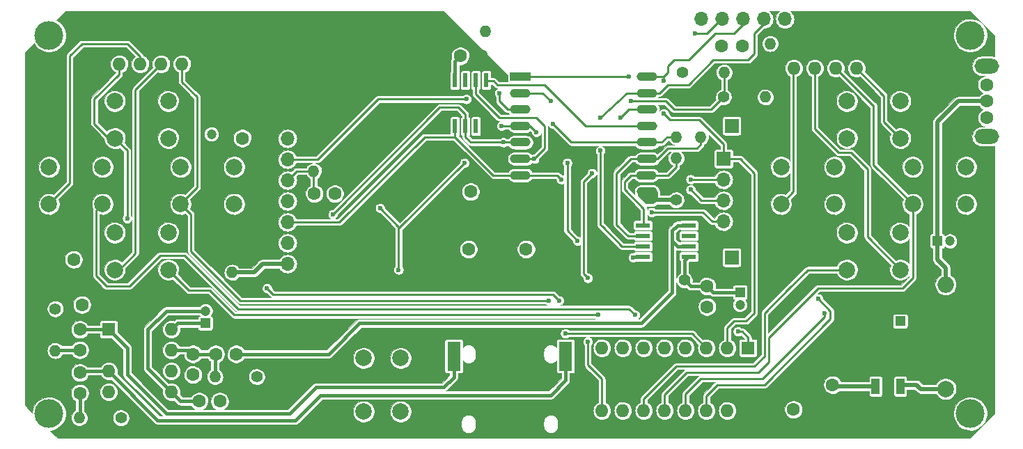
<source format=gbr>
G04 #@! TF.FileFunction,Copper,L1,Top,Signal*
%FSLAX46Y46*%
G04 Gerber Fmt 4.6, Leading zero omitted, Abs format (unit mm)*
G04 Created by KiCad (PCBNEW 4.0.4-snap1-stable) date Wed Jun 19 19:26:08 2019*
%MOMM*%
%LPD*%
G01*
G04 APERTURE LIST*
%ADD10C,0.150000*%
%ADD11R,1.600000X1.600000*%
%ADD12C,1.600000*%
%ADD13R,1.700000X1.700000*%
%ADD14O,1.700000X1.700000*%
%ADD15R,1.200000X1.200000*%
%ADD16C,1.200000*%
%ADD17R,1.000000X1.900000*%
%ADD18R,1.000000X2.200000*%
%ADD19R,2.200000X1.840000*%
%ADD20C,2.000000*%
%ADD21O,2.000000X2.000000*%
%ADD22O,3.000000X1.800000*%
%ADD23C,1.400000*%
%ADD24O,1.400000X1.400000*%
%ADD25R,2.500000X1.100000*%
%ADD26O,2.500000X1.100000*%
%ADD27R,0.600000X1.750000*%
%ADD28R,1.750000X0.600000*%
%ADD29O,1.600000X1.600000*%
%ADD30R,1.600000X3.600000*%
%ADD31C,3.500000*%
%ADD32C,0.600000*%
%ADD33C,0.550000*%
%ADD34C,0.450000*%
%ADD35C,0.250000*%
%ADD36C,0.120000*%
G04 APERTURE END LIST*
D10*
D11*
X145000000Y-96500000D03*
D12*
X145000000Y-99000000D03*
X111500000Y-111750000D03*
X111500000Y-114250000D03*
D13*
X177000000Y-84000000D03*
X177000000Y-100000000D03*
X186000000Y-71000000D03*
D14*
X183460000Y-71000000D03*
X180920000Y-71000000D03*
X178380000Y-71000000D03*
X175840000Y-71000000D03*
X173300000Y-71000000D03*
D11*
X152000000Y-96500000D03*
D12*
X152000000Y-99000000D03*
D15*
X197500000Y-107750000D03*
D16*
X196000000Y-107750000D03*
D12*
X145250000Y-92000000D03*
X147750000Y-92000000D03*
D10*
G36*
X194900000Y-111758000D02*
X195500000Y-110908000D01*
X196500000Y-110908000D01*
X197100000Y-111758000D01*
X194900000Y-111758000D01*
X194900000Y-111758000D01*
G37*
D17*
X194500000Y-115680000D03*
D18*
X196000000Y-115533500D03*
D17*
X197500000Y-115680000D03*
D19*
X196000000Y-112666500D03*
D10*
G36*
X197100000Y-113576200D02*
X196400000Y-114576200D01*
X195600000Y-114576200D01*
X194900000Y-113576200D01*
X197100000Y-113576200D01*
X197100000Y-113576200D01*
G37*
D15*
X202000000Y-98000000D03*
D16*
X203500000Y-98000000D03*
D20*
X203000000Y-116000000D03*
D21*
X203000000Y-103300000D03*
D22*
X208000000Y-85300000D03*
X208000000Y-76700000D03*
D12*
X208000000Y-83000000D03*
X208000000Y-79000000D03*
X208000000Y-81000000D03*
D23*
X186750000Y-74000000D03*
D24*
X181670000Y-74000000D03*
D12*
X178250000Y-74250000D03*
X175750000Y-74250000D03*
D23*
X171000000Y-77500000D03*
D24*
X176080000Y-77500000D03*
D23*
X176000000Y-80500000D03*
D24*
X181080000Y-80500000D03*
D23*
X142000000Y-72500000D03*
D24*
X147080000Y-72500000D03*
D11*
X189250000Y-113000000D03*
D12*
X189250000Y-115500000D03*
X117500000Y-85500000D03*
X117500000Y-83000000D03*
D23*
X170250000Y-93000000D03*
D24*
X170250000Y-87920000D03*
D23*
X173250000Y-80250000D03*
D24*
X173250000Y-85330000D03*
D23*
X170250000Y-80250000D03*
D24*
X170250000Y-85330000D03*
D25*
X151300000Y-78000000D03*
D26*
X151300000Y-80000000D03*
X151300000Y-82000000D03*
X151300000Y-84000000D03*
X151300000Y-86000000D03*
X151300000Y-88000000D03*
X151300000Y-90000000D03*
X151300000Y-92000000D03*
X166700000Y-92000000D03*
X166600000Y-90000000D03*
X166700000Y-88000000D03*
X166700000Y-86000000D03*
X166700000Y-84000000D03*
X166700000Y-82000000D03*
X166700000Y-80000000D03*
X166700000Y-78000000D03*
D12*
X144000000Y-75500000D03*
X146500000Y-75500000D03*
D27*
X147155000Y-78450000D03*
X145885000Y-78450000D03*
X144615000Y-78450000D03*
X143345000Y-78450000D03*
X143345000Y-84050000D03*
X144615000Y-84050000D03*
X145885000Y-84050000D03*
X147155000Y-84050000D03*
D15*
X178000000Y-104250000D03*
D16*
X178000000Y-105750000D03*
D12*
X174000000Y-106000000D03*
X174000000Y-103500000D03*
D23*
X171250000Y-102750000D03*
D24*
X166170000Y-102750000D03*
D28*
X166200000Y-96095000D03*
X166200000Y-97365000D03*
X166200000Y-98635000D03*
X166200000Y-99905000D03*
X171800000Y-99905000D03*
X171800000Y-98635000D03*
X171800000Y-97365000D03*
X171800000Y-96095000D03*
D12*
X97750000Y-108750000D03*
X97750000Y-111250000D03*
D23*
X94750000Y-106250000D03*
D24*
X94750000Y-111330000D03*
D11*
X94500000Y-100250000D03*
D12*
X97000000Y-100250000D03*
X98000000Y-105750000D03*
X100500000Y-105750000D03*
X97750000Y-114000000D03*
X97750000Y-116500000D03*
D23*
X102750000Y-119500000D03*
D24*
X97670000Y-119500000D03*
D12*
X114750000Y-117500000D03*
X112250000Y-117500000D03*
D23*
X119250000Y-114500000D03*
D24*
X114170000Y-114500000D03*
D12*
X114250000Y-111750000D03*
X116750000Y-111750000D03*
D15*
X113000000Y-108000000D03*
D16*
X113000000Y-106500000D03*
D11*
X101250000Y-108750000D03*
D29*
X108870000Y-116370000D03*
X101250000Y-111290000D03*
X108870000Y-113830000D03*
X101250000Y-113830000D03*
X108870000Y-111290000D03*
X101250000Y-116370000D03*
X108870000Y-108750000D03*
D30*
X156800000Y-112000000D03*
X143200000Y-112000000D03*
D13*
X176000000Y-88000000D03*
D14*
X176000000Y-90540000D03*
X176000000Y-93080000D03*
X176000000Y-95620000D03*
D11*
X100000000Y-76500000D03*
D29*
X102540000Y-76500000D03*
X105080000Y-76500000D03*
X107620000Y-76500000D03*
X110160000Y-76500000D03*
D11*
X182000000Y-77000000D03*
D29*
X184540000Y-77000000D03*
X187080000Y-77000000D03*
X189620000Y-77000000D03*
X192160000Y-77000000D03*
D20*
X102000000Y-85500000D03*
X102000000Y-81000000D03*
X108500000Y-85500000D03*
X108500000Y-81000000D03*
X110000000Y-93500000D03*
X110000000Y-89000000D03*
X116500000Y-93500000D03*
X116500000Y-89000000D03*
X94000000Y-93500000D03*
X94000000Y-89000000D03*
X100500000Y-93500000D03*
X100500000Y-89000000D03*
X102000000Y-101500000D03*
X102000000Y-97000000D03*
X108500000Y-101500000D03*
X108500000Y-97000000D03*
X191000000Y-101500000D03*
X191000000Y-97000000D03*
X197500000Y-101500000D03*
X197500000Y-97000000D03*
X199000000Y-93500000D03*
X199000000Y-89000000D03*
X205500000Y-93500000D03*
X205500000Y-89000000D03*
X191000000Y-85500000D03*
X191000000Y-81000000D03*
X197500000Y-85500000D03*
X197500000Y-81000000D03*
X183000000Y-93500000D03*
X183000000Y-89000000D03*
X189500000Y-93500000D03*
X189500000Y-89000000D03*
X136750000Y-118750000D03*
X132250000Y-118750000D03*
X136750000Y-112250000D03*
X132250000Y-112250000D03*
D12*
X184500000Y-118500000D03*
X182000000Y-118500000D03*
D11*
X179000000Y-111000000D03*
D29*
X161220000Y-118620000D03*
X176460000Y-111000000D03*
X163760000Y-118620000D03*
X173920000Y-111000000D03*
X166300000Y-118620000D03*
X171380000Y-111000000D03*
X168840000Y-118620000D03*
X168840000Y-111000000D03*
X171380000Y-118620000D03*
X166300000Y-111000000D03*
X173920000Y-118620000D03*
X163760000Y-111000000D03*
X176460000Y-118620000D03*
X161220000Y-111000000D03*
X179000000Y-118620000D03*
D23*
X116250000Y-96750000D03*
D24*
X116250000Y-101830000D03*
D23*
X131250000Y-89500000D03*
D24*
X126170000Y-89500000D03*
D12*
X128750000Y-92250000D03*
X126250000Y-92250000D03*
D15*
X113750000Y-83500000D03*
D16*
X113750000Y-85000000D03*
D13*
X123000000Y-83000000D03*
D14*
X123000000Y-85540000D03*
X123000000Y-88080000D03*
X123000000Y-90620000D03*
X123000000Y-93160000D03*
X123000000Y-95700000D03*
X123000000Y-98240000D03*
X123000000Y-100780000D03*
D31*
X94000000Y-73000000D03*
X94000000Y-119000000D03*
X206000000Y-73000000D03*
X206000000Y-119000000D03*
D32*
X167000000Y-93000000D03*
X165000000Y-100000000D03*
X161013504Y-86999635D03*
X161000000Y-83000000D03*
X168750000Y-82500000D03*
X168750000Y-78500000D03*
X172500000Y-72750000D03*
X164500000Y-78000000D03*
X134250000Y-94000000D03*
X136500000Y-101500000D03*
X144500000Y-88500000D03*
X155250000Y-83750000D03*
X155000000Y-81000000D03*
X164750000Y-81000000D03*
X148750000Y-80000000D03*
X153000000Y-88000000D03*
X172000000Y-91750000D03*
X156250000Y-90500000D03*
X172000000Y-90500000D03*
X128500000Y-94750000D03*
X149250000Y-86000000D03*
X167250000Y-94500000D03*
X156000000Y-105250000D03*
X156750000Y-109250000D03*
X103500000Y-95250000D03*
X120500000Y-103750000D03*
X154750000Y-105250000D03*
X165250000Y-107000000D03*
X160750000Y-107000000D03*
X188250000Y-106750000D03*
X187500000Y-105000000D03*
X144750000Y-80750000D03*
X149000000Y-84000000D03*
X177750000Y-109000000D03*
X158250000Y-98000000D03*
X157000000Y-88500000D03*
X153250000Y-84750000D03*
X163500000Y-83000000D03*
X160000000Y-89750000D03*
X159500000Y-102500000D03*
X159500000Y-110250000D03*
D33*
X170250000Y-93000000D02*
X167000000Y-93000000D01*
X167000000Y-93000000D02*
X166000000Y-92000000D01*
X194500000Y-115680000D02*
X189430000Y-115680000D01*
X189430000Y-115680000D02*
X189250000Y-115500000D01*
D34*
X166300000Y-99905000D02*
X165095000Y-99905000D01*
X165095000Y-99905000D02*
X165000000Y-100000000D01*
X143345000Y-78550000D02*
X143345000Y-76155000D01*
X143345000Y-76155000D02*
X144000000Y-75500000D01*
D33*
X196000000Y-111333000D02*
X196000000Y-112666500D01*
X196000000Y-112666500D02*
X196000000Y-114076200D01*
X196000000Y-115333500D02*
X196000000Y-114076200D01*
D35*
X161013504Y-86999635D02*
X161013504Y-95999635D01*
X163635000Y-98635000D02*
X161263504Y-96249635D01*
X161000000Y-83000000D02*
X164250000Y-80000000D01*
X166000000Y-80000000D02*
X164250000Y-80000000D01*
X163635000Y-98635000D02*
X166300000Y-98635000D01*
X161013504Y-95999635D02*
X161263504Y-96249635D01*
X180920000Y-71000000D02*
X180920000Y-71580000D01*
X180920000Y-71580000D02*
X179750000Y-72750000D01*
X179750000Y-72750000D02*
X179750000Y-75250000D01*
X179750000Y-75250000D02*
X179000000Y-76000000D01*
X179000000Y-76000000D02*
X174750000Y-76000000D01*
X174750000Y-76000000D02*
X171750000Y-79000000D01*
X171750000Y-79000000D02*
X169250000Y-79000000D01*
X169250000Y-79000000D02*
X168250000Y-80000000D01*
X168250000Y-80000000D02*
X166000000Y-80000000D01*
X176000000Y-88000000D02*
X178000000Y-88000000D01*
X176460000Y-108540000D02*
X176460000Y-111000000D01*
X177250000Y-107750000D02*
X176460000Y-108540000D01*
X178750000Y-107750000D02*
X177250000Y-107750000D01*
X179750000Y-106750000D02*
X178750000Y-107750000D01*
X179750000Y-89750000D02*
X179750000Y-106750000D01*
X178000000Y-88000000D02*
X179750000Y-89750000D01*
X168750000Y-78000000D02*
X168750000Y-78500000D01*
X176000000Y-86250000D02*
X176000000Y-88000000D01*
X173000000Y-83250000D02*
X176000000Y-86250000D01*
X169500000Y-83250000D02*
X173000000Y-83250000D01*
X168750000Y-82500000D02*
X169500000Y-83250000D01*
X176460000Y-111000000D02*
X176460000Y-110960000D01*
X178380000Y-71000000D02*
X178380000Y-71620000D01*
X178380000Y-71620000D02*
X177250000Y-72750000D01*
X177250000Y-72750000D02*
X175000000Y-72750000D01*
X175000000Y-72750000D02*
X171750000Y-76000000D01*
X171750000Y-76000000D02*
X170000000Y-76000000D01*
X170000000Y-76000000D02*
X169250000Y-76750000D01*
X169250000Y-76750000D02*
X169250000Y-77500000D01*
X169250000Y-77500000D02*
X168750000Y-78000000D01*
X168750000Y-78000000D02*
X166000000Y-78000000D01*
X175750000Y-71000000D02*
X174000000Y-72750000D01*
X174000000Y-72750000D02*
X172500000Y-72750000D01*
X175840000Y-71000000D02*
X175750000Y-71000000D01*
X164500000Y-78000000D02*
X152000000Y-78000000D01*
X136500000Y-96500000D02*
X136500000Y-96250000D01*
X136500000Y-96250000D02*
X134250000Y-94000000D01*
X166000000Y-86000000D02*
X157500000Y-86000000D01*
X136500000Y-96500000D02*
X136500000Y-101500000D01*
X144500000Y-88500000D02*
X136500000Y-96500000D01*
X157500000Y-86000000D02*
X155250000Y-83750000D01*
X170250000Y-85330000D02*
X169170000Y-85330000D01*
X168500000Y-86000000D02*
X166000000Y-86000000D01*
X169170000Y-85330000D02*
X168500000Y-86000000D01*
D33*
X203000000Y-116000000D02*
X200000000Y-116000000D01*
X199480000Y-115480000D02*
X197500000Y-115480000D01*
X200000000Y-116000000D02*
X199480000Y-115480000D01*
X202000000Y-98000000D02*
X202000000Y-83500000D01*
X204500000Y-81000000D02*
X208000000Y-81000000D01*
X202000000Y-83500000D02*
X204500000Y-81000000D01*
X203000000Y-103300000D02*
X203000000Y-101250000D01*
X202000000Y-100250000D02*
X202000000Y-98000000D01*
X203000000Y-101250000D02*
X202000000Y-100250000D01*
D35*
X176000000Y-80500000D02*
X174500000Y-82000000D01*
X154000000Y-80000000D02*
X152000000Y-80000000D01*
X155000000Y-81000000D02*
X154000000Y-80000000D01*
X169000000Y-81000000D02*
X164750000Y-81000000D01*
X170000000Y-82000000D02*
X169000000Y-81000000D01*
X174500000Y-82000000D02*
X170000000Y-82000000D01*
X176080000Y-77500000D02*
X176080000Y-80420000D01*
X176080000Y-80420000D02*
X176000000Y-80500000D01*
X152000000Y-82000000D02*
X149750000Y-82000000D01*
X148750000Y-81000000D02*
X148750000Y-80000000D01*
X149750000Y-82000000D02*
X148750000Y-81000000D01*
X166300000Y-96095000D02*
X166300000Y-94050000D01*
X164750000Y-90000000D02*
X166000000Y-90000000D01*
X164000000Y-90750000D02*
X164750000Y-90000000D01*
X164000000Y-91750000D02*
X164000000Y-90750000D01*
X166300000Y-94050000D02*
X164000000Y-91750000D01*
X170250000Y-87920000D02*
X170250000Y-89000000D01*
X169250000Y-90000000D02*
X166000000Y-90000000D01*
X170250000Y-89000000D02*
X169250000Y-90000000D01*
X166300000Y-97365000D02*
X164365000Y-97365000D01*
X164750000Y-88000000D02*
X166000000Y-88000000D01*
X163000000Y-89750000D02*
X164750000Y-88000000D01*
X163000000Y-96000000D02*
X163000000Y-89750000D01*
X164365000Y-97365000D02*
X163000000Y-96000000D01*
X173250000Y-85330000D02*
X173250000Y-86250000D01*
X168000000Y-88000000D02*
X166000000Y-88000000D01*
X169250000Y-86750000D02*
X168000000Y-88000000D01*
X172750000Y-86750000D02*
X169250000Y-86750000D01*
X173250000Y-86250000D02*
X172750000Y-86750000D01*
X166000000Y-84000000D02*
X159250000Y-84000000D01*
X148050000Y-78550000D02*
X147155000Y-78550000D01*
X148500000Y-79000000D02*
X148050000Y-78550000D01*
X154250000Y-79000000D02*
X148500000Y-79000000D01*
X159250000Y-84000000D02*
X154250000Y-79000000D01*
X176000000Y-93080000D02*
X173330000Y-93080000D01*
X173330000Y-93080000D02*
X172000000Y-91750000D01*
X152000000Y-88000000D02*
X153000000Y-88000000D01*
X145885000Y-80135000D02*
X145885000Y-80000000D01*
X145885000Y-80000000D02*
X145885000Y-78550000D01*
X148750000Y-83000000D02*
X145885000Y-80135000D01*
X153250000Y-83000000D02*
X148750000Y-83000000D01*
X154250000Y-84000000D02*
X153250000Y-83000000D01*
X154250000Y-86750000D02*
X154250000Y-84000000D01*
X153000000Y-88000000D02*
X154250000Y-86750000D01*
X143345000Y-85345000D02*
X139655000Y-85345000D01*
X129300000Y-95700000D02*
X123000000Y-95700000D01*
X139655000Y-85345000D02*
X129300000Y-95700000D01*
X176000000Y-90540000D02*
X172040000Y-90540000D01*
X155750000Y-90000000D02*
X152000000Y-90000000D01*
X156250000Y-90500000D02*
X155750000Y-90000000D01*
X172040000Y-90540000D02*
X172000000Y-90500000D01*
X152000000Y-90000000D02*
X148000000Y-90000000D01*
X143345000Y-85345000D02*
X143345000Y-85250000D01*
X143345000Y-85250000D02*
X143345000Y-83950000D01*
X148000000Y-90000000D02*
X143345000Y-85345000D01*
X144615000Y-83950000D02*
X144615000Y-82615000D01*
X141500000Y-81750000D02*
X128500000Y-94750000D01*
X143750000Y-81750000D02*
X141500000Y-81750000D01*
X144615000Y-82615000D02*
X143750000Y-81750000D01*
X176000000Y-95620000D02*
X174620000Y-95620000D01*
X173500000Y-94500000D02*
X167250000Y-94500000D01*
X174620000Y-95620000D02*
X173500000Y-94500000D01*
X152000000Y-86000000D02*
X149250000Y-86000000D01*
X149250000Y-86000000D02*
X145250000Y-86000000D01*
X144615000Y-85365000D02*
X144615000Y-83950000D01*
X145250000Y-86000000D02*
X144615000Y-85365000D01*
D34*
X178000000Y-104250000D02*
X174750000Y-104250000D01*
X174750000Y-104250000D02*
X174000000Y-103500000D01*
X174000000Y-103500000D02*
X172000000Y-103500000D01*
X172000000Y-103500000D02*
X171250000Y-102750000D01*
X171250000Y-102750000D02*
X171250000Y-100355000D01*
X171250000Y-100355000D02*
X171700000Y-99905000D01*
X116750000Y-111750000D02*
X121500000Y-111750000D01*
X121500000Y-111750000D02*
X128000000Y-111750000D01*
X128250000Y-111500000D02*
X131750000Y-108000000D01*
X131750000Y-108000000D02*
X166000000Y-108000000D01*
X166000000Y-108000000D02*
X169750000Y-104250000D01*
X169750000Y-104250000D02*
X169750000Y-98000000D01*
X128000000Y-111750000D02*
X128250000Y-111500000D01*
X171700000Y-96095000D02*
X170405000Y-96095000D01*
X170385000Y-98635000D02*
X171700000Y-98635000D01*
X169750000Y-98000000D02*
X170385000Y-98635000D01*
X169750000Y-96750000D02*
X169750000Y-98000000D01*
X170405000Y-96095000D02*
X169750000Y-96750000D01*
X123250000Y-119000000D02*
X115000000Y-119000000D01*
X108250000Y-119000000D02*
X103500000Y-114250000D01*
X103500000Y-114250000D02*
X103500000Y-111000000D01*
X103500000Y-111000000D02*
X101250000Y-108750000D01*
X115000000Y-119000000D02*
X108250000Y-119000000D01*
X142000000Y-115750000D02*
X143200000Y-114550000D01*
X143200000Y-112000000D02*
X143200000Y-114550000D01*
X123250000Y-119000000D02*
X126500000Y-115750000D01*
X126500000Y-115750000D02*
X142000000Y-115750000D01*
X97750000Y-108750000D02*
X101250000Y-108750000D01*
X97750000Y-111250000D02*
X94830000Y-111250000D01*
X94830000Y-111250000D02*
X94750000Y-111330000D01*
X107210000Y-119790000D02*
X123960000Y-119790000D01*
X156800000Y-114950000D02*
X156800000Y-112000000D01*
X155000000Y-116750000D02*
X156800000Y-114950000D01*
X127000000Y-116750000D02*
X155000000Y-116750000D01*
X123960000Y-119790000D02*
X127000000Y-116750000D01*
X107210000Y-119790000D02*
X101250000Y-113830000D01*
X101250000Y-113830000D02*
X97920000Y-113830000D01*
X97920000Y-113830000D02*
X97750000Y-114000000D01*
X97750000Y-116500000D02*
X97750000Y-119420000D01*
X97750000Y-119420000D02*
X97670000Y-119500000D01*
X113000000Y-106500000D02*
X108250000Y-106500000D01*
X106000000Y-113500000D02*
X108870000Y-116370000D01*
X106000000Y-108750000D02*
X106000000Y-113500000D01*
X108250000Y-106500000D02*
X106000000Y-108750000D01*
X112250000Y-117500000D02*
X110000000Y-117500000D01*
X110000000Y-117500000D02*
X108870000Y-116370000D01*
X111500000Y-111750000D02*
X111040000Y-111290000D01*
X111040000Y-111290000D02*
X108870000Y-111290000D01*
X111500000Y-111750000D02*
X114250000Y-111750000D01*
X114170000Y-114500000D02*
X114170000Y-111830000D01*
X114170000Y-111830000D02*
X114250000Y-111750000D01*
X113000000Y-108000000D02*
X109620000Y-108000000D01*
X109620000Y-108000000D02*
X108870000Y-108750000D01*
D35*
X173920000Y-111000000D02*
X172170000Y-109250000D01*
X155250000Y-104500000D02*
X149750000Y-104500000D01*
X156000000Y-105250000D02*
X155250000Y-104500000D01*
X172170000Y-109250000D02*
X156750000Y-109250000D01*
X131000000Y-104500000D02*
X121250000Y-104500000D01*
X149750000Y-104500000D02*
X131000000Y-104500000D01*
X103500000Y-87000000D02*
X102000000Y-85500000D01*
X103500000Y-95250000D02*
X103500000Y-87000000D01*
X121250000Y-104500000D02*
X120500000Y-103750000D01*
X102000000Y-85500000D02*
X101250000Y-85500000D01*
X101250000Y-85500000D02*
X99500000Y-83750000D01*
X102540000Y-77710000D02*
X102540000Y-76500000D01*
X99500000Y-80750000D02*
X102540000Y-77710000D01*
X99500000Y-83750000D02*
X99500000Y-80750000D01*
X130000000Y-105250000D02*
X117250000Y-105250000D01*
X154750000Y-105250000D02*
X130000000Y-105250000D01*
X111250000Y-94750000D02*
X110000000Y-93500000D01*
X111250000Y-99250000D02*
X111250000Y-94750000D01*
X117250000Y-105250000D02*
X111250000Y-99250000D01*
X110160000Y-76500000D02*
X110160000Y-78660000D01*
X112000000Y-91500000D02*
X110000000Y-93500000D01*
X112000000Y-80500000D02*
X112000000Y-91500000D01*
X110160000Y-78660000D02*
X112000000Y-80500000D01*
X164500000Y-106250000D02*
X154750000Y-106250000D01*
X165250000Y-107000000D02*
X164500000Y-106250000D01*
X127000000Y-106250000D02*
X117000000Y-106250000D01*
X99750000Y-94250000D02*
X100500000Y-93500000D01*
X99750000Y-102250000D02*
X99750000Y-94250000D01*
X101000000Y-103500000D02*
X99750000Y-102250000D01*
X103750000Y-103500000D02*
X101000000Y-103500000D01*
X107500000Y-99750000D02*
X103750000Y-103500000D01*
X110500000Y-99750000D02*
X107500000Y-99750000D01*
X117000000Y-106250000D02*
X110500000Y-99750000D01*
X105080000Y-76500000D02*
X105080000Y-75580000D01*
X96500000Y-91000000D02*
X94000000Y-93500000D01*
X96500000Y-75500000D02*
X96500000Y-91000000D01*
X98000000Y-74000000D02*
X96500000Y-75500000D01*
X103500000Y-74000000D02*
X98000000Y-74000000D01*
X105080000Y-75580000D02*
X103500000Y-74000000D01*
X154750000Y-106250000D02*
X127000000Y-106250000D01*
X127000000Y-106250000D02*
X127000000Y-106250000D01*
X126500000Y-107000000D02*
X116500000Y-107000000D01*
X111000000Y-104000000D02*
X108500000Y-101500000D01*
X113500000Y-104000000D02*
X111000000Y-104000000D01*
X116500000Y-107000000D02*
X113500000Y-104000000D01*
X102000000Y-101500000D02*
X102500000Y-101500000D01*
X102500000Y-101500000D02*
X104500000Y-99500000D01*
X104500000Y-79620000D02*
X107620000Y-76500000D01*
X104500000Y-99500000D02*
X104500000Y-79620000D01*
X160750000Y-107000000D02*
X126500000Y-107000000D01*
X126500000Y-107000000D02*
X126500000Y-107000000D01*
X184000000Y-103750000D02*
X186250000Y-101500000D01*
X166300000Y-117200000D02*
X170250000Y-113250000D01*
X170250000Y-113250000D02*
X179750000Y-113250000D01*
X179750000Y-113250000D02*
X181000000Y-112000000D01*
X181000000Y-112000000D02*
X181000000Y-106750000D01*
X181000000Y-106750000D02*
X184000000Y-103750000D01*
X166300000Y-118620000D02*
X166300000Y-117200000D01*
X186250000Y-101500000D02*
X191000000Y-101500000D01*
X197500000Y-101500000D02*
X193500000Y-97500000D01*
X187080000Y-84330000D02*
X187080000Y-77000000D01*
X190000000Y-87250000D02*
X187080000Y-84330000D01*
X191500000Y-87250000D02*
X190000000Y-87250000D01*
X193500000Y-89250000D02*
X191500000Y-87250000D01*
X193500000Y-97500000D02*
X193500000Y-89250000D01*
X186500000Y-104750000D02*
X187500000Y-103750000D01*
X168840000Y-116660000D02*
X171500000Y-114000000D01*
X171500000Y-114000000D02*
X180250000Y-114000000D01*
X180250000Y-114000000D02*
X181500000Y-112750000D01*
X181500000Y-112750000D02*
X181500000Y-109750000D01*
X181500000Y-109750000D02*
X186500000Y-104750000D01*
X168840000Y-118620000D02*
X168840000Y-116660000D01*
X199000000Y-102500000D02*
X199000000Y-93500000D01*
X197750000Y-103750000D02*
X199000000Y-102500000D01*
X187500000Y-103750000D02*
X197750000Y-103750000D01*
X199000000Y-93500000D02*
X194250000Y-88750000D01*
X194120000Y-81500000D02*
X189620000Y-77000000D01*
X194250000Y-81500000D02*
X194120000Y-81500000D01*
X194250000Y-88750000D02*
X194250000Y-81500000D01*
X182000000Y-113500000D02*
X188250000Y-107250000D01*
X180750000Y-114750000D02*
X182000000Y-113500000D01*
X171380000Y-118620000D02*
X171380000Y-116620000D01*
X173250000Y-114750000D02*
X180000000Y-114750000D01*
X171380000Y-116620000D02*
X173250000Y-114750000D01*
X180000000Y-114750000D02*
X180750000Y-114750000D01*
X188250000Y-107250000D02*
X188250000Y-106750000D01*
X192160000Y-77000000D02*
X195500000Y-80340000D01*
X195500000Y-83500000D02*
X197500000Y-85500000D01*
X195500000Y-80340000D02*
X195500000Y-83500000D01*
X179250000Y-115500000D02*
X181000000Y-115500000D01*
X189000000Y-106500000D02*
X187500000Y-105000000D01*
X189000000Y-107500000D02*
X189000000Y-106500000D01*
X181000000Y-115500000D02*
X189000000Y-107500000D01*
X173920000Y-118620000D02*
X173920000Y-116830000D01*
X175250000Y-115500000D02*
X179250000Y-115500000D01*
X173920000Y-116830000D02*
X175250000Y-115500000D01*
X183000000Y-93500000D02*
X184500000Y-92000000D01*
X184500000Y-92000000D02*
X184500000Y-77040000D01*
X184500000Y-77040000D02*
X184540000Y-77000000D01*
X152000000Y-84000000D02*
X149000000Y-84000000D01*
X126670000Y-88080000D02*
X123000000Y-88080000D01*
X134000000Y-80750000D02*
X126670000Y-88080000D01*
X144750000Y-80750000D02*
X134000000Y-80750000D01*
X152000000Y-84000000D02*
X152500000Y-84000000D01*
X152500000Y-84000000D02*
X153250000Y-84750000D01*
X179000000Y-109750000D02*
X179000000Y-111000000D01*
X178250000Y-109000000D02*
X179000000Y-109750000D01*
X177750000Y-109000000D02*
X178250000Y-109000000D01*
X157000000Y-96750000D02*
X158250000Y-98000000D01*
X157000000Y-88500000D02*
X157000000Y-96750000D01*
X161220000Y-118620000D02*
X161220000Y-114780000D01*
X164500000Y-82000000D02*
X166000000Y-82000000D01*
X163500000Y-83000000D02*
X164500000Y-82000000D01*
X159000000Y-90750000D02*
X160000000Y-89750000D01*
X159000000Y-102000000D02*
X159000000Y-90750000D01*
X159500000Y-102500000D02*
X159000000Y-102000000D01*
X159500000Y-113060000D02*
X159500000Y-110250000D01*
X161220000Y-114780000D02*
X159500000Y-113060000D01*
D33*
X123000000Y-100780000D02*
X119970000Y-100780000D01*
X118920000Y-101830000D02*
X116250000Y-101830000D01*
X119970000Y-100780000D02*
X118920000Y-101830000D01*
D35*
X126170000Y-89500000D02*
X126170000Y-92170000D01*
X126170000Y-92170000D02*
X126250000Y-92250000D01*
X126170000Y-89500000D02*
X124120000Y-89500000D01*
X124120000Y-89500000D02*
X123000000Y-90620000D01*
D36*
G36*
X149738501Y-77823353D02*
X149738501Y-78550000D01*
X149739697Y-78565000D01*
X148680183Y-78565000D01*
X148357591Y-78242409D01*
X148326604Y-78216956D01*
X148295761Y-78191076D01*
X148293754Y-78189973D01*
X148291988Y-78188522D01*
X148256573Y-78169532D01*
X148221365Y-78150176D01*
X148219187Y-78149485D01*
X148217169Y-78148403D01*
X148178713Y-78136646D01*
X148140442Y-78124506D01*
X148138170Y-78124251D01*
X148135981Y-78123582D01*
X148096036Y-78119525D01*
X148056074Y-78115042D01*
X148051597Y-78115011D01*
X148051518Y-78115003D01*
X148051444Y-78115010D01*
X148050000Y-78115000D01*
X147766499Y-78115000D01*
X147766499Y-77575000D01*
X147762562Y-77525634D01*
X147736633Y-77441903D01*
X147688403Y-77368712D01*
X147621692Y-77311855D01*
X147541782Y-77275834D01*
X147455000Y-77263501D01*
X146855000Y-77263501D01*
X146805634Y-77267438D01*
X146721903Y-77293367D01*
X146648712Y-77341597D01*
X146591855Y-77408308D01*
X146555834Y-77488218D01*
X146543501Y-77575000D01*
X146543501Y-79325000D01*
X146547438Y-79374366D01*
X146573367Y-79458097D01*
X146621597Y-79531288D01*
X146688308Y-79588145D01*
X146768218Y-79624166D01*
X146855000Y-79636499D01*
X147455000Y-79636499D01*
X147504366Y-79632562D01*
X147588097Y-79606633D01*
X147661288Y-79558403D01*
X147718145Y-79491692D01*
X147754166Y-79411782D01*
X147766499Y-79325000D01*
X147766499Y-78985000D01*
X147869818Y-78985000D01*
X148192408Y-79307591D01*
X148223420Y-79333065D01*
X148254239Y-79358924D01*
X148256246Y-79360027D01*
X148258012Y-79361478D01*
X148293427Y-79380468D01*
X148328635Y-79399824D01*
X148330813Y-79400515D01*
X148332831Y-79401597D01*
X148371287Y-79413354D01*
X148409558Y-79425494D01*
X148411830Y-79425749D01*
X148414019Y-79426418D01*
X148453964Y-79430475D01*
X148493926Y-79434958D01*
X148498403Y-79434989D01*
X148498482Y-79434997D01*
X148498556Y-79434990D01*
X148500000Y-79435000D01*
X148519979Y-79435000D01*
X148466022Y-79456800D01*
X148365922Y-79522303D01*
X148280452Y-79606002D01*
X148212866Y-79704708D01*
X148165740Y-79814662D01*
X148140868Y-79931675D01*
X148139198Y-80051291D01*
X148160793Y-80168952D01*
X148204830Y-80280179D01*
X148269634Y-80380734D01*
X148315000Y-80427712D01*
X148315000Y-81000000D01*
X148318915Y-81039927D01*
X148322423Y-81080018D01*
X148323062Y-81082217D01*
X148323285Y-81084492D01*
X148334891Y-81122936D01*
X148346108Y-81161545D01*
X148347161Y-81163576D01*
X148347822Y-81165766D01*
X148366683Y-81201238D01*
X148385178Y-81236918D01*
X148386606Y-81238707D01*
X148387679Y-81240725D01*
X148413039Y-81271819D01*
X148438143Y-81303267D01*
X148441283Y-81306449D01*
X148441337Y-81306516D01*
X148441399Y-81306567D01*
X148442409Y-81307591D01*
X149442409Y-82307592D01*
X149473426Y-82333069D01*
X149504239Y-82358924D01*
X149506246Y-82360027D01*
X149508012Y-82361478D01*
X149543408Y-82380458D01*
X149578635Y-82399824D01*
X149580815Y-82400516D01*
X149582832Y-82401597D01*
X149621273Y-82413350D01*
X149659558Y-82425494D01*
X149661831Y-82425749D01*
X149664019Y-82426418D01*
X149704009Y-82430480D01*
X149743926Y-82434958D01*
X149748392Y-82434989D01*
X149748482Y-82434998D01*
X149748566Y-82434990D01*
X149750000Y-82435000D01*
X149854065Y-82435000D01*
X149872835Y-82470904D01*
X149948490Y-82565000D01*
X148930183Y-82565000D01*
X146320000Y-79954818D01*
X146320000Y-79605379D01*
X146391288Y-79558403D01*
X146448145Y-79491692D01*
X146484166Y-79411782D01*
X146496499Y-79325000D01*
X146496499Y-77575000D01*
X146492562Y-77525634D01*
X146466633Y-77441903D01*
X146418403Y-77368712D01*
X146351692Y-77311855D01*
X146271782Y-77275834D01*
X146185000Y-77263501D01*
X145585000Y-77263501D01*
X145535634Y-77267438D01*
X145451903Y-77293367D01*
X145378712Y-77341597D01*
X145321855Y-77408308D01*
X145285834Y-77488218D01*
X145273501Y-77575000D01*
X145273501Y-79325000D01*
X145277438Y-79374366D01*
X145303367Y-79458097D01*
X145351597Y-79531288D01*
X145418308Y-79588145D01*
X145450000Y-79602431D01*
X145450000Y-80135000D01*
X145453915Y-80174927D01*
X145457423Y-80215018D01*
X145458062Y-80217217D01*
X145458285Y-80219492D01*
X145469891Y-80257936D01*
X145481108Y-80296545D01*
X145482161Y-80298576D01*
X145482822Y-80300766D01*
X145501683Y-80336238D01*
X145520178Y-80371918D01*
X145521606Y-80373707D01*
X145522679Y-80375725D01*
X145548039Y-80406819D01*
X145573143Y-80438267D01*
X145576283Y-80441449D01*
X145576337Y-80441516D01*
X145576399Y-80441567D01*
X145577409Y-80442591D01*
X148442409Y-83307592D01*
X148473426Y-83333069D01*
X148504239Y-83358924D01*
X148506246Y-83360027D01*
X148508012Y-83361478D01*
X148543408Y-83380458D01*
X148578635Y-83399824D01*
X148580815Y-83400516D01*
X148582832Y-83401597D01*
X148621273Y-83413350D01*
X148659558Y-83425494D01*
X148661831Y-83425749D01*
X148664019Y-83426418D01*
X148703964Y-83430475D01*
X148743926Y-83434958D01*
X148748403Y-83434989D01*
X148748482Y-83434997D01*
X148748556Y-83434990D01*
X148750000Y-83435000D01*
X148769979Y-83435000D01*
X148716022Y-83456800D01*
X148615922Y-83522303D01*
X148530452Y-83606002D01*
X148462866Y-83704708D01*
X148415740Y-83814662D01*
X148390868Y-83931675D01*
X148389198Y-84051291D01*
X148410793Y-84168952D01*
X148454830Y-84280179D01*
X148519634Y-84380734D01*
X148602734Y-84466786D01*
X148700965Y-84535059D01*
X148810587Y-84582952D01*
X148927424Y-84608640D01*
X149047025Y-84611145D01*
X149164835Y-84590372D01*
X149276366Y-84547112D01*
X149377371Y-84483013D01*
X149427789Y-84435000D01*
X149854065Y-84435000D01*
X149872835Y-84470904D01*
X149978005Y-84601710D01*
X150106580Y-84709598D01*
X150253662Y-84790456D01*
X150413648Y-84841207D01*
X150580445Y-84859916D01*
X150592452Y-84860000D01*
X152007548Y-84860000D01*
X152174590Y-84843621D01*
X152335269Y-84795110D01*
X152483465Y-84716312D01*
X152548273Y-84663456D01*
X152639844Y-84755027D01*
X152639198Y-84801291D01*
X152660793Y-84918952D01*
X152704830Y-85030179D01*
X152769634Y-85130734D01*
X152852734Y-85216786D01*
X152950965Y-85285059D01*
X153060587Y-85332952D01*
X153177424Y-85358640D01*
X153297025Y-85361145D01*
X153414835Y-85340372D01*
X153526366Y-85297112D01*
X153627371Y-85233013D01*
X153714002Y-85150515D01*
X153782959Y-85052763D01*
X153815000Y-84980797D01*
X153815000Y-86569818D01*
X152994895Y-87389923D01*
X152944447Y-87389571D01*
X152826938Y-87411987D01*
X152716022Y-87456800D01*
X152685236Y-87476946D01*
X152621995Y-87398290D01*
X152493420Y-87290402D01*
X152346338Y-87209544D01*
X152186352Y-87158793D01*
X152019555Y-87140084D01*
X152007548Y-87140000D01*
X150592452Y-87140000D01*
X150425410Y-87156379D01*
X150264731Y-87204890D01*
X150116535Y-87283688D01*
X149986467Y-87389769D01*
X149879480Y-87519094D01*
X149799650Y-87666737D01*
X149750017Y-87827073D01*
X149732473Y-87993996D01*
X149747685Y-88161148D01*
X149795074Y-88322162D01*
X149872835Y-88470904D01*
X149978005Y-88601710D01*
X150106580Y-88709598D01*
X150253662Y-88790456D01*
X150413648Y-88841207D01*
X150580445Y-88859916D01*
X150592452Y-88860000D01*
X152007548Y-88860000D01*
X152174590Y-88843621D01*
X152335269Y-88795110D01*
X152483465Y-88716312D01*
X152613533Y-88610231D01*
X152684937Y-88523919D01*
X152700965Y-88535059D01*
X152810587Y-88582952D01*
X152927424Y-88608640D01*
X153047025Y-88611145D01*
X153164835Y-88590372D01*
X153276366Y-88547112D01*
X153377371Y-88483013D01*
X153464002Y-88400515D01*
X153532959Y-88302763D01*
X153581615Y-88193478D01*
X153608119Y-88076823D01*
X153609107Y-88006075D01*
X154557591Y-87057591D01*
X154583044Y-87026604D01*
X154608924Y-86995761D01*
X154610027Y-86993754D01*
X154611478Y-86991988D01*
X154630458Y-86956592D01*
X154649824Y-86921365D01*
X154650516Y-86919185D01*
X154651597Y-86917168D01*
X154663350Y-86878727D01*
X154675494Y-86840442D01*
X154675749Y-86838169D01*
X154676418Y-86835981D01*
X154680475Y-86796036D01*
X154684958Y-86756074D01*
X154684989Y-86751597D01*
X154684997Y-86751518D01*
X154684990Y-86751444D01*
X154685000Y-86750000D01*
X154685000Y-84000000D01*
X154682405Y-83973540D01*
X154704830Y-84030179D01*
X154769634Y-84130734D01*
X154852734Y-84216786D01*
X154950965Y-84285059D01*
X155060587Y-84332952D01*
X155177424Y-84358640D01*
X155244871Y-84360053D01*
X157192409Y-86307592D01*
X157223426Y-86333069D01*
X157254239Y-86358924D01*
X157256246Y-86360027D01*
X157258012Y-86361478D01*
X157293408Y-86380458D01*
X157328635Y-86399824D01*
X157330815Y-86400516D01*
X157332832Y-86401597D01*
X157371273Y-86413350D01*
X157409558Y-86425494D01*
X157411831Y-86425749D01*
X157414019Y-86426418D01*
X157454009Y-86430480D01*
X157493926Y-86434958D01*
X157498392Y-86434989D01*
X157498482Y-86434998D01*
X157498566Y-86434990D01*
X157500000Y-86435000D01*
X160782579Y-86435000D01*
X160729526Y-86456435D01*
X160629426Y-86521938D01*
X160543956Y-86605637D01*
X160476370Y-86704343D01*
X160429244Y-86814297D01*
X160404372Y-86931310D01*
X160402702Y-87050926D01*
X160424297Y-87168587D01*
X160468334Y-87279814D01*
X160533138Y-87380369D01*
X160578504Y-87427347D01*
X160578504Y-89552731D01*
X160541204Y-89462236D01*
X160475004Y-89362596D01*
X160390710Y-89277712D01*
X160291535Y-89210818D01*
X160181255Y-89164460D01*
X160064071Y-89140406D01*
X159944447Y-89139571D01*
X159826938Y-89161987D01*
X159716022Y-89206800D01*
X159615922Y-89272303D01*
X159530452Y-89356002D01*
X159462866Y-89454708D01*
X159415740Y-89564662D01*
X159390868Y-89681675D01*
X159389986Y-89744831D01*
X158692409Y-90442409D01*
X158666956Y-90473396D01*
X158641076Y-90504239D01*
X158639973Y-90506246D01*
X158638522Y-90508012D01*
X158619532Y-90543427D01*
X158600176Y-90578635D01*
X158599485Y-90580813D01*
X158598403Y-90582831D01*
X158586646Y-90621287D01*
X158574506Y-90659558D01*
X158574251Y-90661830D01*
X158573582Y-90664019D01*
X158569525Y-90703964D01*
X158565042Y-90743926D01*
X158565011Y-90748403D01*
X158565003Y-90748482D01*
X158565010Y-90748556D01*
X158565000Y-90750000D01*
X158565000Y-97476645D01*
X158541535Y-97460818D01*
X158431255Y-97414460D01*
X158314071Y-97390406D01*
X158255177Y-97389995D01*
X157435000Y-96569818D01*
X157435000Y-88928133D01*
X157464002Y-88900515D01*
X157532959Y-88802763D01*
X157581615Y-88693478D01*
X157608119Y-88576823D01*
X157610027Y-88440186D01*
X157586791Y-88322837D01*
X157541204Y-88212236D01*
X157475004Y-88112596D01*
X157390710Y-88027712D01*
X157291535Y-87960818D01*
X157181255Y-87914460D01*
X157064071Y-87890406D01*
X156944447Y-87889571D01*
X156826938Y-87911987D01*
X156716022Y-87956800D01*
X156615922Y-88022303D01*
X156530452Y-88106002D01*
X156462866Y-88204708D01*
X156415740Y-88314662D01*
X156390868Y-88431675D01*
X156389198Y-88551291D01*
X156410793Y-88668952D01*
X156454830Y-88780179D01*
X156519634Y-88880734D01*
X156565000Y-88927712D01*
X156565000Y-89976645D01*
X156541535Y-89960818D01*
X156431255Y-89914460D01*
X156314071Y-89890406D01*
X156255177Y-89889995D01*
X156057591Y-89692409D01*
X156026604Y-89666956D01*
X155995761Y-89641076D01*
X155993754Y-89639973D01*
X155991988Y-89638522D01*
X155956573Y-89619532D01*
X155921365Y-89600176D01*
X155919187Y-89599485D01*
X155917169Y-89598403D01*
X155878713Y-89586646D01*
X155840442Y-89574506D01*
X155838170Y-89574251D01*
X155835981Y-89573582D01*
X155796036Y-89569525D01*
X155756074Y-89565042D01*
X155751597Y-89565011D01*
X155751518Y-89565003D01*
X155751444Y-89565010D01*
X155750000Y-89565000D01*
X152745935Y-89565000D01*
X152727165Y-89529096D01*
X152621995Y-89398290D01*
X152493420Y-89290402D01*
X152346338Y-89209544D01*
X152186352Y-89158793D01*
X152019555Y-89140084D01*
X152007548Y-89140000D01*
X150592452Y-89140000D01*
X150425410Y-89156379D01*
X150264731Y-89204890D01*
X150116535Y-89283688D01*
X149986467Y-89389769D01*
X149879480Y-89519094D01*
X149854659Y-89565000D01*
X148180183Y-89565000D01*
X143804450Y-85189268D01*
X143851288Y-85158403D01*
X143908145Y-85091692D01*
X143944166Y-85011782D01*
X143956499Y-84925000D01*
X143956499Y-83175000D01*
X143952562Y-83125634D01*
X143926633Y-83041903D01*
X143878403Y-82968712D01*
X143811692Y-82911855D01*
X143731782Y-82875834D01*
X143645000Y-82863501D01*
X143045000Y-82863501D01*
X142995634Y-82867438D01*
X142911903Y-82893367D01*
X142838712Y-82941597D01*
X142781855Y-83008308D01*
X142745834Y-83088218D01*
X142733501Y-83175000D01*
X142733501Y-84910000D01*
X139655000Y-84910000D01*
X139615033Y-84913919D01*
X139574981Y-84917423D01*
X139572781Y-84918062D01*
X139570508Y-84918285D01*
X139532030Y-84929902D01*
X139493455Y-84941109D01*
X139491428Y-84942160D01*
X139489234Y-84942822D01*
X139453726Y-84961702D01*
X139418082Y-84980178D01*
X139416294Y-84981606D01*
X139414275Y-84982679D01*
X139383151Y-85008064D01*
X139351733Y-85033144D01*
X139348548Y-85036285D01*
X139348484Y-85036337D01*
X139348435Y-85036396D01*
X139347408Y-85037409D01*
X129119818Y-95265000D01*
X128826967Y-95265000D01*
X128877371Y-95233013D01*
X128964002Y-95150515D01*
X129032959Y-95052763D01*
X129081615Y-94943478D01*
X129108119Y-94826823D01*
X129109107Y-94756075D01*
X141680183Y-82185000D01*
X143569818Y-82185000D01*
X144180000Y-82795183D01*
X144180000Y-82894621D01*
X144108712Y-82941597D01*
X144051855Y-83008308D01*
X144015834Y-83088218D01*
X144003501Y-83175000D01*
X144003501Y-84925000D01*
X144007438Y-84974366D01*
X144033367Y-85058097D01*
X144081597Y-85131288D01*
X144148308Y-85188145D01*
X144180000Y-85202431D01*
X144180000Y-85365000D01*
X144183915Y-85404927D01*
X144187423Y-85445018D01*
X144188062Y-85447217D01*
X144188285Y-85449492D01*
X144199891Y-85487936D01*
X144211108Y-85526545D01*
X144212161Y-85528576D01*
X144212822Y-85530766D01*
X144231683Y-85566238D01*
X144250178Y-85601918D01*
X144251606Y-85603707D01*
X144252679Y-85605725D01*
X144278039Y-85636819D01*
X144303143Y-85668267D01*
X144306283Y-85671449D01*
X144306337Y-85671516D01*
X144306399Y-85671567D01*
X144307409Y-85672591D01*
X144942409Y-86307592D01*
X144973426Y-86333069D01*
X145004239Y-86358924D01*
X145006246Y-86360027D01*
X145008012Y-86361478D01*
X145043408Y-86380458D01*
X145078635Y-86399824D01*
X145080815Y-86400516D01*
X145082832Y-86401597D01*
X145121273Y-86413350D01*
X145159558Y-86425494D01*
X145161831Y-86425749D01*
X145164019Y-86426418D01*
X145204009Y-86430480D01*
X145243926Y-86434958D01*
X145248392Y-86434989D01*
X145248482Y-86434998D01*
X145248566Y-86434990D01*
X145250000Y-86435000D01*
X148822038Y-86435000D01*
X148852734Y-86466786D01*
X148950965Y-86535059D01*
X149060587Y-86582952D01*
X149177424Y-86608640D01*
X149297025Y-86611145D01*
X149414835Y-86590372D01*
X149526366Y-86547112D01*
X149627371Y-86483013D01*
X149677789Y-86435000D01*
X149854065Y-86435000D01*
X149872835Y-86470904D01*
X149978005Y-86601710D01*
X150106580Y-86709598D01*
X150253662Y-86790456D01*
X150413648Y-86841207D01*
X150580445Y-86859916D01*
X150592452Y-86860000D01*
X152007548Y-86860000D01*
X152174590Y-86843621D01*
X152335269Y-86795110D01*
X152483465Y-86716312D01*
X152613533Y-86610231D01*
X152720520Y-86480906D01*
X152800350Y-86333263D01*
X152849983Y-86172927D01*
X152867527Y-86006004D01*
X152852315Y-85838852D01*
X152804926Y-85677838D01*
X152727165Y-85529096D01*
X152621995Y-85398290D01*
X152493420Y-85290402D01*
X152346338Y-85209544D01*
X152186352Y-85158793D01*
X152019555Y-85140084D01*
X152007548Y-85140000D01*
X150592452Y-85140000D01*
X150425410Y-85156379D01*
X150264731Y-85204890D01*
X150116535Y-85283688D01*
X149986467Y-85389769D01*
X149879480Y-85519094D01*
X149854659Y-85565000D01*
X149677739Y-85565000D01*
X149640710Y-85527712D01*
X149541535Y-85460818D01*
X149431255Y-85414460D01*
X149314071Y-85390406D01*
X149194447Y-85389571D01*
X149076938Y-85411987D01*
X148966022Y-85456800D01*
X148865922Y-85522303D01*
X148822322Y-85565000D01*
X145430183Y-85565000D01*
X145062394Y-85197212D01*
X145121288Y-85158403D01*
X145178145Y-85091692D01*
X145214166Y-85011782D01*
X145226499Y-84925000D01*
X145226499Y-83175000D01*
X145273501Y-83175000D01*
X145273501Y-84925000D01*
X145277438Y-84974366D01*
X145303367Y-85058097D01*
X145351597Y-85131288D01*
X145418308Y-85188145D01*
X145498218Y-85224166D01*
X145585000Y-85236499D01*
X146185000Y-85236499D01*
X146234366Y-85232562D01*
X146318097Y-85206633D01*
X146391288Y-85158403D01*
X146448145Y-85091692D01*
X146484166Y-85011782D01*
X146496499Y-84925000D01*
X146496499Y-83175000D01*
X146492562Y-83125634D01*
X146466633Y-83041903D01*
X146418403Y-82968712D01*
X146351692Y-82911855D01*
X146271782Y-82875834D01*
X146185000Y-82863501D01*
X145585000Y-82863501D01*
X145535634Y-82867438D01*
X145451903Y-82893367D01*
X145378712Y-82941597D01*
X145321855Y-83008308D01*
X145285834Y-83088218D01*
X145273501Y-83175000D01*
X145226499Y-83175000D01*
X145222562Y-83125634D01*
X145196633Y-83041903D01*
X145148403Y-82968712D01*
X145081692Y-82911855D01*
X145050000Y-82897569D01*
X145050000Y-82615000D01*
X145046085Y-82575073D01*
X145042577Y-82534982D01*
X145041938Y-82532783D01*
X145041715Y-82530508D01*
X145030109Y-82492064D01*
X145018892Y-82453455D01*
X145017839Y-82451424D01*
X145017178Y-82449234D01*
X144998306Y-82413741D01*
X144979822Y-82378083D01*
X144978396Y-82376296D01*
X144977321Y-82374275D01*
X144951943Y-82343159D01*
X144926857Y-82311733D01*
X144923714Y-82308546D01*
X144923663Y-82308484D01*
X144923605Y-82308436D01*
X144922592Y-82307409D01*
X144057591Y-81442409D01*
X144026604Y-81416956D01*
X143995761Y-81391076D01*
X143993754Y-81389973D01*
X143991988Y-81388522D01*
X143956573Y-81369532D01*
X143921365Y-81350176D01*
X143919187Y-81349485D01*
X143917169Y-81348403D01*
X143878713Y-81336646D01*
X143840442Y-81324506D01*
X143838170Y-81324251D01*
X143835981Y-81323582D01*
X143796036Y-81319525D01*
X143756074Y-81315042D01*
X143751597Y-81315011D01*
X143751518Y-81315003D01*
X143751444Y-81315010D01*
X143750000Y-81315000D01*
X141500000Y-81315000D01*
X141460078Y-81318915D01*
X141419981Y-81322423D01*
X141417781Y-81323062D01*
X141415508Y-81323285D01*
X141377030Y-81334902D01*
X141338455Y-81346109D01*
X141336428Y-81347160D01*
X141334234Y-81347822D01*
X141298726Y-81366702D01*
X141263082Y-81385178D01*
X141261294Y-81386606D01*
X141259275Y-81387679D01*
X141228151Y-81413064D01*
X141196733Y-81438144D01*
X141193548Y-81441285D01*
X141193484Y-81441337D01*
X141193435Y-81441396D01*
X141192408Y-81442409D01*
X128494895Y-94139923D01*
X128444447Y-94139571D01*
X128326938Y-94161987D01*
X128216022Y-94206800D01*
X128115922Y-94272303D01*
X128030452Y-94356002D01*
X127962866Y-94454708D01*
X127915740Y-94564662D01*
X127890868Y-94681675D01*
X127889198Y-94801291D01*
X127910793Y-94918952D01*
X127954830Y-95030179D01*
X128019634Y-95130734D01*
X128102734Y-95216786D01*
X128172104Y-95265000D01*
X124080908Y-95265000D01*
X123976260Y-95064827D01*
X123834401Y-94888391D01*
X123660975Y-94742868D01*
X123462586Y-94633803D01*
X123246791Y-94565349D01*
X123021809Y-94540113D01*
X123005613Y-94540000D01*
X122994387Y-94540000D01*
X122769075Y-94562092D01*
X122552345Y-94627527D01*
X122352453Y-94733811D01*
X122177011Y-94876898D01*
X122032703Y-95051336D01*
X121925026Y-95250482D01*
X121858080Y-95466750D01*
X121834415Y-95691902D01*
X121854934Y-95917362D01*
X121918854Y-96134544D01*
X122023740Y-96335173D01*
X122165599Y-96511609D01*
X122339025Y-96657132D01*
X122537414Y-96766197D01*
X122753209Y-96834651D01*
X122978191Y-96859887D01*
X122994387Y-96860000D01*
X123005613Y-96860000D01*
X123230925Y-96837908D01*
X123447655Y-96772473D01*
X123647547Y-96666189D01*
X123822989Y-96523102D01*
X123967297Y-96348664D01*
X124074974Y-96149518D01*
X124079468Y-96135000D01*
X129300000Y-96135000D01*
X129339927Y-96131085D01*
X129380018Y-96127577D01*
X129382217Y-96126938D01*
X129384492Y-96126715D01*
X129422936Y-96115109D01*
X129461545Y-96103892D01*
X129463576Y-96102839D01*
X129465766Y-96102178D01*
X129501238Y-96083317D01*
X129536918Y-96064822D01*
X129538707Y-96063394D01*
X129540725Y-96062321D01*
X129571819Y-96036961D01*
X129603267Y-96011857D01*
X129606449Y-96008717D01*
X129606516Y-96008663D01*
X129606567Y-96008601D01*
X129607591Y-96007591D01*
X131563891Y-94051291D01*
X133639198Y-94051291D01*
X133660793Y-94168952D01*
X133704830Y-94280179D01*
X133769634Y-94380734D01*
X133852734Y-94466786D01*
X133950965Y-94535059D01*
X134060587Y-94582952D01*
X134177424Y-94608640D01*
X134244871Y-94610053D01*
X136065000Y-96430183D01*
X136065000Y-101072170D01*
X136030452Y-101106002D01*
X135962866Y-101204708D01*
X135915740Y-101314662D01*
X135890868Y-101431675D01*
X135889198Y-101551291D01*
X135910793Y-101668952D01*
X135954830Y-101780179D01*
X136019634Y-101880734D01*
X136102734Y-101966786D01*
X136200965Y-102035059D01*
X136310587Y-102082952D01*
X136427424Y-102108640D01*
X136547025Y-102111145D01*
X136664835Y-102090372D01*
X136776366Y-102047112D01*
X136877371Y-101983013D01*
X136964002Y-101900515D01*
X137032959Y-101802763D01*
X137081615Y-101693478D01*
X137108119Y-101576823D01*
X137110027Y-101440186D01*
X137086791Y-101322837D01*
X137041204Y-101212236D01*
X136975004Y-101112596D01*
X136935000Y-101072312D01*
X136935000Y-99093332D01*
X143888541Y-99093332D01*
X143927837Y-99307438D01*
X144007971Y-99509834D01*
X144125891Y-99692810D01*
X144277106Y-99849398D01*
X144455855Y-99973632D01*
X144655331Y-100060781D01*
X144867936Y-100107525D01*
X145085570Y-100112084D01*
X145299945Y-100074284D01*
X145502896Y-99995564D01*
X145686691Y-99878924D01*
X145844330Y-99728806D01*
X145969809Y-99550928D01*
X146058349Y-99352066D01*
X146106576Y-99139793D01*
X146107224Y-99093332D01*
X150888541Y-99093332D01*
X150927837Y-99307438D01*
X151007971Y-99509834D01*
X151125891Y-99692810D01*
X151277106Y-99849398D01*
X151455855Y-99973632D01*
X151655331Y-100060781D01*
X151867936Y-100107525D01*
X152085570Y-100112084D01*
X152299945Y-100074284D01*
X152502896Y-99995564D01*
X152686691Y-99878924D01*
X152844330Y-99728806D01*
X152969809Y-99550928D01*
X153058349Y-99352066D01*
X153106576Y-99139793D01*
X153110048Y-98891159D01*
X153067766Y-98677622D01*
X152984814Y-98476365D01*
X152864351Y-98295053D01*
X152710964Y-98140592D01*
X152530497Y-98018865D01*
X152329824Y-97934510D01*
X152116588Y-97890739D01*
X151898911Y-97889219D01*
X151685085Y-97930009D01*
X151483253Y-98011554D01*
X151301104Y-98130749D01*
X151145576Y-98283053D01*
X151022593Y-98462666D01*
X150936839Y-98662745D01*
X150891580Y-98875671D01*
X150888541Y-99093332D01*
X146107224Y-99093332D01*
X146110048Y-98891159D01*
X146067766Y-98677622D01*
X145984814Y-98476365D01*
X145864351Y-98295053D01*
X145710964Y-98140592D01*
X145530497Y-98018865D01*
X145329824Y-97934510D01*
X145116588Y-97890739D01*
X144898911Y-97889219D01*
X144685085Y-97930009D01*
X144483253Y-98011554D01*
X144301104Y-98130749D01*
X144145576Y-98283053D01*
X144022593Y-98462666D01*
X143936839Y-98662745D01*
X143891580Y-98875671D01*
X143888541Y-99093332D01*
X136935000Y-99093332D01*
X136935000Y-96680182D01*
X141521850Y-92093332D01*
X144138541Y-92093332D01*
X144177837Y-92307438D01*
X144257971Y-92509834D01*
X144375891Y-92692810D01*
X144527106Y-92849398D01*
X144705855Y-92973632D01*
X144905331Y-93060781D01*
X145117936Y-93107525D01*
X145335570Y-93112084D01*
X145549945Y-93074284D01*
X145752896Y-92995564D01*
X145936691Y-92878924D01*
X146094330Y-92728806D01*
X146219809Y-92550928D01*
X146308349Y-92352066D01*
X146356576Y-92139793D01*
X146360048Y-91891159D01*
X146317766Y-91677622D01*
X146234814Y-91476365D01*
X146114351Y-91295053D01*
X145960964Y-91140592D01*
X145780497Y-91018865D01*
X145579824Y-90934510D01*
X145366588Y-90890739D01*
X145148911Y-90889219D01*
X144935085Y-90930009D01*
X144733253Y-91011554D01*
X144551104Y-91130749D01*
X144395576Y-91283053D01*
X144272593Y-91462666D01*
X144186839Y-91662745D01*
X144141580Y-91875671D01*
X144138541Y-92093332D01*
X141521850Y-92093332D01*
X144504920Y-89110263D01*
X144547025Y-89111145D01*
X144664835Y-89090372D01*
X144776366Y-89047112D01*
X144877371Y-88983013D01*
X144964002Y-88900515D01*
X145032959Y-88802763D01*
X145081615Y-88693478D01*
X145108119Y-88576823D01*
X145110027Y-88440186D01*
X145086791Y-88322837D01*
X145041204Y-88212236D01*
X144975004Y-88112596D01*
X144890710Y-88027712D01*
X144791535Y-87960818D01*
X144681255Y-87914460D01*
X144564071Y-87890406D01*
X144444447Y-87889571D01*
X144326938Y-87911987D01*
X144216022Y-87956800D01*
X144115922Y-88022303D01*
X144030452Y-88106002D01*
X143962866Y-88204708D01*
X143915740Y-88314662D01*
X143890868Y-88431675D01*
X143889986Y-88494831D01*
X136625000Y-95759818D01*
X134859274Y-93994092D01*
X134860027Y-93940186D01*
X134836791Y-93822837D01*
X134791204Y-93712236D01*
X134725004Y-93612596D01*
X134640710Y-93527712D01*
X134541535Y-93460818D01*
X134431255Y-93414460D01*
X134314071Y-93390406D01*
X134194447Y-93389571D01*
X134076938Y-93411987D01*
X133966022Y-93456800D01*
X133865922Y-93522303D01*
X133780452Y-93606002D01*
X133712866Y-93704708D01*
X133665740Y-93814662D01*
X133640868Y-93931675D01*
X133639198Y-94051291D01*
X131563891Y-94051291D01*
X139835183Y-85780000D01*
X143164818Y-85780000D01*
X147692408Y-90307591D01*
X147723420Y-90333065D01*
X147754239Y-90358924D01*
X147756246Y-90360027D01*
X147758012Y-90361478D01*
X147793427Y-90380468D01*
X147828635Y-90399824D01*
X147830813Y-90400515D01*
X147832831Y-90401597D01*
X147871287Y-90413354D01*
X147909558Y-90425494D01*
X147911830Y-90425749D01*
X147914019Y-90426418D01*
X147953964Y-90430475D01*
X147993926Y-90434958D01*
X147998403Y-90434989D01*
X147998482Y-90434997D01*
X147998556Y-90434990D01*
X148000000Y-90435000D01*
X149854065Y-90435000D01*
X149872835Y-90470904D01*
X149978005Y-90601710D01*
X150106580Y-90709598D01*
X150253662Y-90790456D01*
X150413648Y-90841207D01*
X150580445Y-90859916D01*
X150592452Y-90860000D01*
X152007548Y-90860000D01*
X152174590Y-90843621D01*
X152335269Y-90795110D01*
X152483465Y-90716312D01*
X152613533Y-90610231D01*
X152720520Y-90480906D01*
X152745341Y-90435000D01*
X155569818Y-90435000D01*
X155639844Y-90505026D01*
X155639198Y-90551291D01*
X155660793Y-90668952D01*
X155704830Y-90780179D01*
X155769634Y-90880734D01*
X155852734Y-90966786D01*
X155950965Y-91035059D01*
X156060587Y-91082952D01*
X156177424Y-91108640D01*
X156297025Y-91111145D01*
X156414835Y-91090372D01*
X156526366Y-91047112D01*
X156565000Y-91022594D01*
X156565000Y-96750000D01*
X156568915Y-96789927D01*
X156572423Y-96830018D01*
X156573062Y-96832217D01*
X156573285Y-96834492D01*
X156584891Y-96872936D01*
X156596108Y-96911545D01*
X156597161Y-96913576D01*
X156597822Y-96915766D01*
X156616683Y-96951238D01*
X156635178Y-96986918D01*
X156636606Y-96988707D01*
X156637679Y-96990725D01*
X156663039Y-97021819D01*
X156688143Y-97053267D01*
X156691283Y-97056449D01*
X156691337Y-97056516D01*
X156691399Y-97056567D01*
X156692409Y-97057591D01*
X157639844Y-98005026D01*
X157639198Y-98051291D01*
X157660793Y-98168952D01*
X157704830Y-98280179D01*
X157769634Y-98380734D01*
X157852734Y-98466786D01*
X157950965Y-98535059D01*
X158060587Y-98582952D01*
X158177424Y-98608640D01*
X158297025Y-98611145D01*
X158414835Y-98590372D01*
X158526366Y-98547112D01*
X158565000Y-98522594D01*
X158565000Y-102000000D01*
X158568915Y-102039927D01*
X158572423Y-102080018D01*
X158573062Y-102082217D01*
X158573285Y-102084492D01*
X158584891Y-102122936D01*
X158596108Y-102161545D01*
X158597161Y-102163576D01*
X158597822Y-102165766D01*
X158616683Y-102201238D01*
X158635178Y-102236918D01*
X158636606Y-102238707D01*
X158637679Y-102240725D01*
X158663039Y-102271819D01*
X158688143Y-102303267D01*
X158691283Y-102306449D01*
X158691337Y-102306516D01*
X158691399Y-102306567D01*
X158692409Y-102307591D01*
X158889844Y-102505026D01*
X158889198Y-102551291D01*
X158910793Y-102668952D01*
X158954830Y-102780179D01*
X159019634Y-102880734D01*
X159102734Y-102966786D01*
X159200965Y-103035059D01*
X159310587Y-103082952D01*
X159427424Y-103108640D01*
X159547025Y-103111145D01*
X159664835Y-103090372D01*
X159776366Y-103047112D01*
X159877371Y-102983013D01*
X159964002Y-102900515D01*
X160032959Y-102802763D01*
X160081615Y-102693478D01*
X160108119Y-102576823D01*
X160110027Y-102440186D01*
X160086791Y-102322837D01*
X160041204Y-102212236D01*
X159975004Y-102112596D01*
X159890710Y-102027712D01*
X159791535Y-101960818D01*
X159681255Y-101914460D01*
X159564071Y-101890406D01*
X159505177Y-101889995D01*
X159435000Y-101819818D01*
X159435000Y-100051291D01*
X164389198Y-100051291D01*
X164410793Y-100168952D01*
X164454830Y-100280179D01*
X164519634Y-100380734D01*
X164602734Y-100466786D01*
X164700965Y-100535059D01*
X164810587Y-100582952D01*
X164927424Y-100608640D01*
X165047025Y-100611145D01*
X165164835Y-100590372D01*
X165276366Y-100547112D01*
X165324677Y-100516453D01*
X165325000Y-100516499D01*
X167075000Y-100516499D01*
X167124366Y-100512562D01*
X167208097Y-100486633D01*
X167281288Y-100438403D01*
X167338145Y-100371692D01*
X167374166Y-100291782D01*
X167386499Y-100205000D01*
X167386499Y-99605000D01*
X167382562Y-99555634D01*
X167356633Y-99471903D01*
X167308403Y-99398712D01*
X167241692Y-99341855D01*
X167161782Y-99305834D01*
X167075000Y-99293501D01*
X165325000Y-99293501D01*
X165275634Y-99297438D01*
X165191903Y-99323367D01*
X165121136Y-99370000D01*
X165095000Y-99370000D01*
X165045819Y-99374822D01*
X164996585Y-99379130D01*
X164993885Y-99379914D01*
X164991085Y-99380189D01*
X164959659Y-99389677D01*
X164944447Y-99389571D01*
X164826938Y-99411987D01*
X164716022Y-99456800D01*
X164615922Y-99522303D01*
X164530452Y-99606002D01*
X164462866Y-99704708D01*
X164415740Y-99814662D01*
X164390868Y-99931675D01*
X164389198Y-100051291D01*
X159435000Y-100051291D01*
X159435000Y-90930182D01*
X160004920Y-90360263D01*
X160047025Y-90361145D01*
X160164835Y-90340372D01*
X160276366Y-90297112D01*
X160377371Y-90233013D01*
X160464002Y-90150515D01*
X160532959Y-90052763D01*
X160578504Y-89950466D01*
X160578504Y-95999635D01*
X160582419Y-96039562D01*
X160585927Y-96079653D01*
X160586566Y-96081852D01*
X160586789Y-96084127D01*
X160598395Y-96122571D01*
X160609612Y-96161180D01*
X160610665Y-96163211D01*
X160611326Y-96165401D01*
X160630187Y-96200873D01*
X160648682Y-96236553D01*
X160650110Y-96238342D01*
X160651183Y-96240360D01*
X160676543Y-96271454D01*
X160701647Y-96302902D01*
X160704787Y-96306084D01*
X160704841Y-96306151D01*
X160704903Y-96306202D01*
X160705913Y-96307226D01*
X160955530Y-96556844D01*
X163326513Y-98941693D01*
X163357916Y-98967641D01*
X163389239Y-98993924D01*
X163390687Y-98994720D01*
X163391959Y-98995771D01*
X163427884Y-99015169D01*
X163463635Y-99034824D01*
X163465206Y-99035322D01*
X163466661Y-99036108D01*
X163505672Y-99048159D01*
X163544558Y-99060494D01*
X163546200Y-99060678D01*
X163547776Y-99061165D01*
X163588308Y-99065402D01*
X163628926Y-99069958D01*
X163632109Y-99069980D01*
X163632214Y-99069991D01*
X163632318Y-99069981D01*
X163635000Y-99070000D01*
X165044621Y-99070000D01*
X165091597Y-99141288D01*
X165158308Y-99198145D01*
X165238218Y-99234166D01*
X165325000Y-99246499D01*
X167075000Y-99246499D01*
X167124366Y-99242562D01*
X167208097Y-99216633D01*
X167281288Y-99168403D01*
X167338145Y-99101692D01*
X167374166Y-99021782D01*
X167386499Y-98935000D01*
X167386499Y-98335000D01*
X167382562Y-98285634D01*
X167356633Y-98201903D01*
X167308403Y-98128712D01*
X167241692Y-98071855D01*
X167161782Y-98035834D01*
X167075000Y-98023501D01*
X165325000Y-98023501D01*
X165275634Y-98027438D01*
X165191903Y-98053367D01*
X165118712Y-98101597D01*
X165061855Y-98168308D01*
X165047569Y-98200000D01*
X163815926Y-98200000D01*
X161571991Y-95942942D01*
X161571940Y-95942900D01*
X161571095Y-95942043D01*
X161448504Y-95819452D01*
X161448504Y-87427768D01*
X161477506Y-87400150D01*
X161546463Y-87302398D01*
X161595119Y-87193113D01*
X161621623Y-87076458D01*
X161623531Y-86939821D01*
X161600295Y-86822472D01*
X161554708Y-86711871D01*
X161488508Y-86612231D01*
X161404214Y-86527347D01*
X161305039Y-86460453D01*
X161244489Y-86435000D01*
X165254065Y-86435000D01*
X165272835Y-86470904D01*
X165378005Y-86601710D01*
X165506580Y-86709598D01*
X165653662Y-86790456D01*
X165813648Y-86841207D01*
X165980445Y-86859916D01*
X165992452Y-86860000D01*
X167407548Y-86860000D01*
X167574590Y-86843621D01*
X167735269Y-86795110D01*
X167883465Y-86716312D01*
X168013533Y-86610231D01*
X168120520Y-86480906D01*
X168145341Y-86435000D01*
X168500000Y-86435000D01*
X168539927Y-86431085D01*
X168580018Y-86427577D01*
X168582217Y-86426938D01*
X168584492Y-86426715D01*
X168622936Y-86415109D01*
X168661545Y-86403892D01*
X168663576Y-86402839D01*
X168665766Y-86402178D01*
X168701238Y-86383317D01*
X168736918Y-86364822D01*
X168738707Y-86363394D01*
X168740725Y-86362321D01*
X168771819Y-86336961D01*
X168803267Y-86311857D01*
X168806449Y-86308717D01*
X168806516Y-86308663D01*
X168806567Y-86308601D01*
X168807591Y-86307591D01*
X169343704Y-85771479D01*
X169408750Y-85893812D01*
X169533334Y-86046568D01*
X169685215Y-86172215D01*
X169858609Y-86265969D01*
X170017003Y-86315000D01*
X169250000Y-86315000D01*
X169210073Y-86318915D01*
X169169982Y-86322423D01*
X169167783Y-86323062D01*
X169165508Y-86323285D01*
X169127064Y-86334891D01*
X169088455Y-86346108D01*
X169086424Y-86347161D01*
X169084234Y-86347822D01*
X169048762Y-86366683D01*
X169013082Y-86385178D01*
X169011293Y-86386606D01*
X169009275Y-86387679D01*
X168978181Y-86413039D01*
X168946733Y-86438143D01*
X168943551Y-86441283D01*
X168943484Y-86441337D01*
X168943433Y-86441399D01*
X168942409Y-86442409D01*
X168002710Y-87382108D01*
X167893420Y-87290402D01*
X167746338Y-87209544D01*
X167586352Y-87158793D01*
X167419555Y-87140084D01*
X167407548Y-87140000D01*
X165992452Y-87140000D01*
X165825410Y-87156379D01*
X165664731Y-87204890D01*
X165516535Y-87283688D01*
X165386467Y-87389769D01*
X165279480Y-87519094D01*
X165254659Y-87565000D01*
X164750000Y-87565000D01*
X164710073Y-87568915D01*
X164669982Y-87572423D01*
X164667783Y-87573062D01*
X164665508Y-87573285D01*
X164627064Y-87584891D01*
X164588455Y-87596108D01*
X164586424Y-87597161D01*
X164584234Y-87597822D01*
X164548741Y-87616694D01*
X164513083Y-87635178D01*
X164511296Y-87636604D01*
X164509275Y-87637679D01*
X164478159Y-87663057D01*
X164446733Y-87688143D01*
X164443546Y-87691286D01*
X164443484Y-87691337D01*
X164443436Y-87691395D01*
X164442409Y-87692408D01*
X162692409Y-89442409D01*
X162666956Y-89473396D01*
X162641076Y-89504239D01*
X162639973Y-89506246D01*
X162638522Y-89508012D01*
X162619532Y-89543427D01*
X162600176Y-89578635D01*
X162599485Y-89580813D01*
X162598403Y-89582831D01*
X162586646Y-89621287D01*
X162574506Y-89659558D01*
X162574251Y-89661830D01*
X162573582Y-89664019D01*
X162569525Y-89703964D01*
X162565042Y-89743926D01*
X162565011Y-89748403D01*
X162565003Y-89748482D01*
X162565010Y-89748556D01*
X162565000Y-89750000D01*
X162565000Y-96000000D01*
X162568915Y-96039927D01*
X162572423Y-96080018D01*
X162573062Y-96082217D01*
X162573285Y-96084492D01*
X162584891Y-96122936D01*
X162596108Y-96161545D01*
X162597161Y-96163576D01*
X162597822Y-96165766D01*
X162616683Y-96201238D01*
X162635178Y-96236918D01*
X162636606Y-96238707D01*
X162637679Y-96240725D01*
X162663039Y-96271819D01*
X162688143Y-96303267D01*
X162691283Y-96306449D01*
X162691337Y-96306516D01*
X162691399Y-96306567D01*
X162692409Y-96307591D01*
X164057409Y-97672592D01*
X164088426Y-97698069D01*
X164119239Y-97723924D01*
X164121246Y-97725027D01*
X164123012Y-97726478D01*
X164158408Y-97745458D01*
X164193635Y-97764824D01*
X164195815Y-97765516D01*
X164197832Y-97766597D01*
X164236273Y-97778350D01*
X164274558Y-97790494D01*
X164276831Y-97790749D01*
X164279019Y-97791418D01*
X164319009Y-97795480D01*
X164358926Y-97799958D01*
X164363392Y-97799989D01*
X164363482Y-97799998D01*
X164363566Y-97799990D01*
X164365000Y-97800000D01*
X165044621Y-97800000D01*
X165091597Y-97871288D01*
X165158308Y-97928145D01*
X165238218Y-97964166D01*
X165325000Y-97976499D01*
X167075000Y-97976499D01*
X167124366Y-97972562D01*
X167208097Y-97946633D01*
X167281288Y-97898403D01*
X167338145Y-97831692D01*
X167374166Y-97751782D01*
X167386499Y-97665000D01*
X167386499Y-97065000D01*
X167382562Y-97015634D01*
X167356633Y-96931903D01*
X167308403Y-96858712D01*
X167241692Y-96801855D01*
X167161782Y-96765834D01*
X167075000Y-96753501D01*
X165325000Y-96753501D01*
X165275634Y-96757438D01*
X165191903Y-96783367D01*
X165118712Y-96831597D01*
X165061855Y-96898308D01*
X165047569Y-96930000D01*
X164545183Y-96930000D01*
X163435000Y-95819818D01*
X163435000Y-89930182D01*
X164930183Y-88435000D01*
X165254065Y-88435000D01*
X165272835Y-88470904D01*
X165378005Y-88601710D01*
X165506580Y-88709598D01*
X165653662Y-88790456D01*
X165813648Y-88841207D01*
X165980445Y-88859916D01*
X165992452Y-88860000D01*
X167407548Y-88860000D01*
X167574590Y-88843621D01*
X167735269Y-88795110D01*
X167883465Y-88716312D01*
X168013533Y-88610231D01*
X168120520Y-88480906D01*
X168162401Y-88403448D01*
X168163576Y-88402839D01*
X168165766Y-88402178D01*
X168201238Y-88383317D01*
X168236918Y-88364822D01*
X168238707Y-88363394D01*
X168240725Y-88362321D01*
X168271819Y-88336961D01*
X168303267Y-88311857D01*
X168306449Y-88308717D01*
X168306516Y-88308663D01*
X168306567Y-88308601D01*
X168307591Y-88307591D01*
X169430182Y-87185000D01*
X169553907Y-87185000D01*
X169543340Y-87193496D01*
X169416635Y-87344496D01*
X169321673Y-87517232D01*
X169262071Y-87705122D01*
X169240098Y-87901011D01*
X169240000Y-87915113D01*
X169240000Y-87924887D01*
X169259235Y-88121064D01*
X169316209Y-88309768D01*
X169408750Y-88483812D01*
X169533334Y-88636568D01*
X169685215Y-88762215D01*
X169806840Y-88827977D01*
X169069818Y-89565000D01*
X168045935Y-89565000D01*
X168027165Y-89529096D01*
X167921995Y-89398290D01*
X167793420Y-89290402D01*
X167646338Y-89209544D01*
X167486352Y-89158793D01*
X167319555Y-89140084D01*
X167307548Y-89140000D01*
X165892452Y-89140000D01*
X165725410Y-89156379D01*
X165564731Y-89204890D01*
X165416535Y-89283688D01*
X165286467Y-89389769D01*
X165179480Y-89519094D01*
X165154659Y-89565000D01*
X164750000Y-89565000D01*
X164710073Y-89568915D01*
X164669982Y-89572423D01*
X164667783Y-89573062D01*
X164665508Y-89573285D01*
X164627018Y-89584905D01*
X164588455Y-89596109D01*
X164586428Y-89597160D01*
X164584234Y-89597822D01*
X164548726Y-89616702D01*
X164513082Y-89635178D01*
X164511293Y-89636606D01*
X164509275Y-89637679D01*
X164478181Y-89663039D01*
X164446733Y-89688143D01*
X164443547Y-89691286D01*
X164443484Y-89691337D01*
X164443436Y-89691395D01*
X164442408Y-89692409D01*
X163692409Y-90442409D01*
X163666956Y-90473396D01*
X163641076Y-90504239D01*
X163639973Y-90506246D01*
X163638522Y-90508012D01*
X163619532Y-90543427D01*
X163600176Y-90578635D01*
X163599485Y-90580813D01*
X163598403Y-90582831D01*
X163586646Y-90621287D01*
X163574506Y-90659558D01*
X163574251Y-90661830D01*
X163573582Y-90664019D01*
X163569525Y-90703964D01*
X163565042Y-90743926D01*
X163565011Y-90748403D01*
X163565003Y-90748482D01*
X163565010Y-90748556D01*
X163565000Y-90750000D01*
X163565000Y-91750000D01*
X163568915Y-91789927D01*
X163572423Y-91830018D01*
X163573062Y-91832217D01*
X163573285Y-91834492D01*
X163584891Y-91872936D01*
X163596108Y-91911545D01*
X163597161Y-91913576D01*
X163597822Y-91915766D01*
X163616683Y-91951238D01*
X163635178Y-91986918D01*
X163636606Y-91988707D01*
X163637679Y-91990725D01*
X163663039Y-92021819D01*
X163688143Y-92053267D01*
X163691283Y-92056449D01*
X163691337Y-92056516D01*
X163691399Y-92056567D01*
X163692409Y-92057591D01*
X165865000Y-94230183D01*
X165865000Y-95483501D01*
X165325000Y-95483501D01*
X165275634Y-95487438D01*
X165191903Y-95513367D01*
X165118712Y-95561597D01*
X165061855Y-95628308D01*
X165025834Y-95708218D01*
X165013501Y-95795000D01*
X165013501Y-96395000D01*
X165017438Y-96444366D01*
X165043367Y-96528097D01*
X165091597Y-96601288D01*
X165158308Y-96658145D01*
X165238218Y-96694166D01*
X165325000Y-96706499D01*
X167075000Y-96706499D01*
X167124366Y-96702562D01*
X167208097Y-96676633D01*
X167281288Y-96628403D01*
X167338145Y-96561692D01*
X167374166Y-96481782D01*
X167386499Y-96395000D01*
X167386499Y-95795000D01*
X167382562Y-95745634D01*
X167356633Y-95661903D01*
X167308403Y-95588712D01*
X167241692Y-95531855D01*
X167161782Y-95495834D01*
X167075000Y-95483501D01*
X166735000Y-95483501D01*
X166735000Y-94826993D01*
X166769634Y-94880734D01*
X166852734Y-94966786D01*
X166950965Y-95035059D01*
X167060587Y-95082952D01*
X167177424Y-95108640D01*
X167297025Y-95111145D01*
X167414835Y-95090372D01*
X167526366Y-95047112D01*
X167627371Y-94983013D01*
X167677789Y-94935000D01*
X173319818Y-94935000D01*
X174312408Y-95927591D01*
X174343420Y-95953065D01*
X174374239Y-95978924D01*
X174376246Y-95980027D01*
X174378012Y-95981478D01*
X174413427Y-96000468D01*
X174448635Y-96019824D01*
X174450813Y-96020515D01*
X174452831Y-96021597D01*
X174491287Y-96033354D01*
X174529558Y-96045494D01*
X174531830Y-96045749D01*
X174534019Y-96046418D01*
X174573964Y-96050475D01*
X174613926Y-96054958D01*
X174618403Y-96054989D01*
X174618482Y-96054997D01*
X174618556Y-96054990D01*
X174620000Y-96055000D01*
X174919092Y-96055000D01*
X175023740Y-96255173D01*
X175165599Y-96431609D01*
X175339025Y-96577132D01*
X175537414Y-96686197D01*
X175753209Y-96754651D01*
X175978191Y-96779887D01*
X175994387Y-96780000D01*
X176005613Y-96780000D01*
X176230925Y-96757908D01*
X176447655Y-96692473D01*
X176647547Y-96586189D01*
X176822989Y-96443102D01*
X176967297Y-96268664D01*
X177074974Y-96069518D01*
X177141920Y-95853250D01*
X177165585Y-95628098D01*
X177145066Y-95402638D01*
X177081146Y-95185456D01*
X176976260Y-94984827D01*
X176834401Y-94808391D01*
X176660975Y-94662868D01*
X176462586Y-94553803D01*
X176246791Y-94485349D01*
X176021809Y-94460113D01*
X176005613Y-94460000D01*
X175994387Y-94460000D01*
X175769075Y-94482092D01*
X175552345Y-94547527D01*
X175352453Y-94653811D01*
X175177011Y-94796898D01*
X175032703Y-94971336D01*
X174925026Y-95170482D01*
X174920532Y-95185000D01*
X174800183Y-95185000D01*
X173807591Y-94192409D01*
X173776604Y-94166956D01*
X173745761Y-94141076D01*
X173743754Y-94139973D01*
X173741988Y-94138522D01*
X173706573Y-94119532D01*
X173671365Y-94100176D01*
X173669187Y-94099485D01*
X173667169Y-94098403D01*
X173628713Y-94086646D01*
X173590442Y-94074506D01*
X173588170Y-94074251D01*
X173585981Y-94073582D01*
X173546036Y-94069525D01*
X173506074Y-94065042D01*
X173501597Y-94065011D01*
X173501518Y-94065003D01*
X173501444Y-94065010D01*
X173500000Y-94065000D01*
X167677739Y-94065000D01*
X167640710Y-94027712D01*
X167541535Y-93960818D01*
X167431255Y-93914460D01*
X167314071Y-93890406D01*
X167194447Y-93889571D01*
X167076938Y-93911987D01*
X166966022Y-93956800D01*
X166865922Y-94022303D01*
X166780452Y-94106002D01*
X166735000Y-94172382D01*
X166735000Y-94050000D01*
X166731085Y-94010073D01*
X166727577Y-93969982D01*
X166726938Y-93967783D01*
X166726715Y-93965508D01*
X166715091Y-93927007D01*
X166703891Y-93888455D01*
X166702840Y-93886428D01*
X166702178Y-93884234D01*
X166683298Y-93848726D01*
X166664822Y-93813082D01*
X166663394Y-93811293D01*
X166662706Y-93810000D01*
X167500000Y-93810000D01*
X167616651Y-93787215D01*
X167719203Y-93719203D01*
X167853406Y-93585000D01*
X169425385Y-93585000D01*
X169454640Y-93630395D01*
X169592232Y-93772875D01*
X169754878Y-93885917D01*
X169936383Y-93965215D01*
X170129833Y-94007748D01*
X170327861Y-94011896D01*
X170522923Y-93977501D01*
X170707590Y-93905874D01*
X170874827Y-93799742D01*
X171018264Y-93663148D01*
X171132439Y-93501295D01*
X171213002Y-93320348D01*
X171256884Y-93127199D01*
X171260043Y-92900964D01*
X171221571Y-92706665D01*
X171146092Y-92523539D01*
X171036481Y-92358562D01*
X170896913Y-92218016D01*
X170732705Y-92107256D01*
X170550110Y-92030500D01*
X170356085Y-91990673D01*
X170158018Y-91989290D01*
X169963455Y-92026405D01*
X169779807Y-92100604D01*
X169614068Y-92209060D01*
X169472551Y-92347643D01*
X169426431Y-92415000D01*
X168310000Y-92415000D01*
X168310000Y-92000000D01*
X168287215Y-91883349D01*
X168248015Y-91824241D01*
X168241261Y-91801291D01*
X171389198Y-91801291D01*
X171410793Y-91918952D01*
X171454830Y-92030179D01*
X171519634Y-92130734D01*
X171602734Y-92216786D01*
X171700965Y-92285059D01*
X171810587Y-92332952D01*
X171927424Y-92358640D01*
X171994871Y-92360053D01*
X173022409Y-93387591D01*
X173053396Y-93413044D01*
X173084239Y-93438924D01*
X173086246Y-93440027D01*
X173088012Y-93441478D01*
X173123427Y-93460468D01*
X173158635Y-93479824D01*
X173160813Y-93480515D01*
X173162831Y-93481597D01*
X173201287Y-93493354D01*
X173239558Y-93505494D01*
X173241830Y-93505749D01*
X173244019Y-93506418D01*
X173283964Y-93510475D01*
X173323926Y-93514958D01*
X173328403Y-93514989D01*
X173328482Y-93514997D01*
X173328556Y-93514990D01*
X173330000Y-93515000D01*
X174919092Y-93515000D01*
X175023740Y-93715173D01*
X175165599Y-93891609D01*
X175339025Y-94037132D01*
X175537414Y-94146197D01*
X175753209Y-94214651D01*
X175978191Y-94239887D01*
X175994387Y-94240000D01*
X176005613Y-94240000D01*
X176230925Y-94217908D01*
X176447655Y-94152473D01*
X176647547Y-94046189D01*
X176822989Y-93903102D01*
X176967297Y-93728664D01*
X177074974Y-93529518D01*
X177141920Y-93313250D01*
X177165585Y-93088098D01*
X177145066Y-92862638D01*
X177081146Y-92645456D01*
X176976260Y-92444827D01*
X176834401Y-92268391D01*
X176660975Y-92122868D01*
X176462586Y-92013803D01*
X176246791Y-91945349D01*
X176021809Y-91920113D01*
X176005613Y-91920000D01*
X175994387Y-91920000D01*
X175769075Y-91942092D01*
X175552345Y-92007527D01*
X175352453Y-92113811D01*
X175177011Y-92256898D01*
X175032703Y-92431336D01*
X174925026Y-92630482D01*
X174920532Y-92645000D01*
X173510182Y-92645000D01*
X172609274Y-91744092D01*
X172610027Y-91690186D01*
X172586791Y-91572837D01*
X172541204Y-91462236D01*
X172475004Y-91362596D01*
X172390710Y-91277712D01*
X172291535Y-91210818D01*
X172181255Y-91164460D01*
X172064071Y-91140406D01*
X171944447Y-91139571D01*
X171826938Y-91161987D01*
X171716022Y-91206800D01*
X171615922Y-91272303D01*
X171530452Y-91356002D01*
X171462866Y-91454708D01*
X171415740Y-91564662D01*
X171390868Y-91681675D01*
X171389198Y-91801291D01*
X168241261Y-91801291D01*
X168204926Y-91677838D01*
X168127165Y-91529096D01*
X168021995Y-91398290D01*
X167893420Y-91290402D01*
X167746338Y-91209544D01*
X167586352Y-91158793D01*
X167419555Y-91140084D01*
X167407548Y-91140000D01*
X165992452Y-91140000D01*
X165825410Y-91156379D01*
X165664731Y-91204890D01*
X165516535Y-91283688D01*
X165386467Y-91389769D01*
X165279480Y-91519094D01*
X165199650Y-91666737D01*
X165150017Y-91827073D01*
X165132473Y-91993996D01*
X165147685Y-92161148D01*
X165190000Y-92304922D01*
X165190000Y-92324818D01*
X164435000Y-91569818D01*
X164435000Y-90930182D01*
X164930183Y-90435000D01*
X165154065Y-90435000D01*
X165172835Y-90470904D01*
X165278005Y-90601710D01*
X165406580Y-90709598D01*
X165553662Y-90790456D01*
X165713648Y-90841207D01*
X165880445Y-90859916D01*
X165892452Y-90860000D01*
X167307548Y-90860000D01*
X167474590Y-90843621D01*
X167635269Y-90795110D01*
X167783465Y-90716312D01*
X167913533Y-90610231D01*
X167962292Y-90551291D01*
X171389198Y-90551291D01*
X171410793Y-90668952D01*
X171454830Y-90780179D01*
X171519634Y-90880734D01*
X171602734Y-90966786D01*
X171700965Y-91035059D01*
X171810587Y-91082952D01*
X171927424Y-91108640D01*
X172047025Y-91111145D01*
X172164835Y-91090372D01*
X172276366Y-91047112D01*
X172377371Y-90983013D01*
X172385785Y-90975000D01*
X174919092Y-90975000D01*
X175023740Y-91175173D01*
X175165599Y-91351609D01*
X175339025Y-91497132D01*
X175537414Y-91606197D01*
X175753209Y-91674651D01*
X175978191Y-91699887D01*
X175994387Y-91700000D01*
X176005613Y-91700000D01*
X176230925Y-91677908D01*
X176447655Y-91612473D01*
X176647547Y-91506189D01*
X176822989Y-91363102D01*
X176967297Y-91188664D01*
X177074974Y-90989518D01*
X177141920Y-90773250D01*
X177165585Y-90548098D01*
X177145066Y-90322638D01*
X177081146Y-90105456D01*
X176976260Y-89904827D01*
X176834401Y-89728391D01*
X176660975Y-89582868D01*
X176462586Y-89473803D01*
X176246791Y-89405349D01*
X176021809Y-89380113D01*
X176005613Y-89380000D01*
X175994387Y-89380000D01*
X175769075Y-89402092D01*
X175552345Y-89467527D01*
X175352453Y-89573811D01*
X175177011Y-89716898D01*
X175032703Y-89891336D01*
X174925026Y-90090482D01*
X174920532Y-90105000D01*
X172467461Y-90105000D01*
X172390710Y-90027712D01*
X172291535Y-89960818D01*
X172181255Y-89914460D01*
X172064071Y-89890406D01*
X171944447Y-89889571D01*
X171826938Y-89911987D01*
X171716022Y-89956800D01*
X171615922Y-90022303D01*
X171530452Y-90106002D01*
X171462866Y-90204708D01*
X171415740Y-90314662D01*
X171390868Y-90431675D01*
X171389198Y-90551291D01*
X167962292Y-90551291D01*
X168020520Y-90480906D01*
X168045341Y-90435000D01*
X169250000Y-90435000D01*
X169289927Y-90431085D01*
X169330018Y-90427577D01*
X169332217Y-90426938D01*
X169334492Y-90426715D01*
X169372936Y-90415109D01*
X169411545Y-90403892D01*
X169413576Y-90402839D01*
X169415766Y-90402178D01*
X169451238Y-90383317D01*
X169486918Y-90364822D01*
X169488707Y-90363394D01*
X169490725Y-90362321D01*
X169521819Y-90336961D01*
X169553267Y-90311857D01*
X169556449Y-90308717D01*
X169556516Y-90308663D01*
X169556567Y-90308601D01*
X169557591Y-90307591D01*
X170557592Y-89307591D01*
X170583069Y-89276574D01*
X170608924Y-89245761D01*
X170610027Y-89243754D01*
X170611478Y-89241988D01*
X170630458Y-89206592D01*
X170649824Y-89171365D01*
X170650516Y-89169185D01*
X170651597Y-89167168D01*
X170663350Y-89128727D01*
X170675494Y-89090442D01*
X170675749Y-89088169D01*
X170676418Y-89085981D01*
X170680480Y-89045991D01*
X170684958Y-89006074D01*
X170684989Y-89001608D01*
X170684998Y-89001518D01*
X170684990Y-89001434D01*
X170685000Y-89000000D01*
X170685000Y-88831729D01*
X170803039Y-88770019D01*
X170956660Y-88646504D01*
X171083365Y-88495504D01*
X171178327Y-88322768D01*
X171237929Y-88134878D01*
X171259902Y-87938989D01*
X171260000Y-87924887D01*
X171260000Y-87915113D01*
X171240765Y-87718936D01*
X171183791Y-87530232D01*
X171091250Y-87356188D01*
X170966666Y-87203432D01*
X170944386Y-87185000D01*
X172750000Y-87185000D01*
X172789927Y-87181085D01*
X172830018Y-87177577D01*
X172832217Y-87176938D01*
X172834492Y-87176715D01*
X172872936Y-87165109D01*
X172911545Y-87153892D01*
X172913576Y-87152839D01*
X172915766Y-87152178D01*
X172951238Y-87133317D01*
X172986918Y-87114822D01*
X172988707Y-87113394D01*
X172990725Y-87112321D01*
X173021819Y-87086961D01*
X173053267Y-87061857D01*
X173056449Y-87058717D01*
X173056516Y-87058663D01*
X173056567Y-87058601D01*
X173057591Y-87057591D01*
X173557592Y-86557591D01*
X173583069Y-86526574D01*
X173608924Y-86495761D01*
X173610027Y-86493754D01*
X173611478Y-86491988D01*
X173630458Y-86456592D01*
X173649824Y-86421365D01*
X173650516Y-86419185D01*
X173651597Y-86417168D01*
X173663350Y-86378727D01*
X173675494Y-86340442D01*
X173675749Y-86338169D01*
X173676418Y-86335981D01*
X173680475Y-86296036D01*
X173684958Y-86256074D01*
X173684989Y-86251597D01*
X173684997Y-86251518D01*
X173684990Y-86251444D01*
X173685000Y-86250000D01*
X173685000Y-86241729D01*
X173803039Y-86180019D01*
X173956660Y-86056504D01*
X174083365Y-85905504D01*
X174178327Y-85732768D01*
X174237929Y-85544878D01*
X174259902Y-85348989D01*
X174260000Y-85334887D01*
X174260000Y-85325113D01*
X174240765Y-85128936D01*
X174230822Y-85096005D01*
X175565000Y-86430183D01*
X175565000Y-86838501D01*
X175150000Y-86838501D01*
X175100634Y-86842438D01*
X175016903Y-86868367D01*
X174943712Y-86916597D01*
X174886855Y-86983308D01*
X174850834Y-87063218D01*
X174838501Y-87150000D01*
X174838501Y-88850000D01*
X174842438Y-88899366D01*
X174868367Y-88983097D01*
X174916597Y-89056288D01*
X174983308Y-89113145D01*
X175063218Y-89149166D01*
X175150000Y-89161499D01*
X176850000Y-89161499D01*
X176899366Y-89157562D01*
X176983097Y-89131633D01*
X177056288Y-89083403D01*
X177113145Y-89016692D01*
X177149166Y-88936782D01*
X177161499Y-88850000D01*
X177161499Y-88435000D01*
X177819818Y-88435000D01*
X179315000Y-89930183D01*
X179315000Y-106569817D01*
X178569818Y-107315000D01*
X177250000Y-107315000D01*
X177210073Y-107318915D01*
X177169982Y-107322423D01*
X177167783Y-107323062D01*
X177165508Y-107323285D01*
X177127064Y-107334891D01*
X177088455Y-107346108D01*
X177086424Y-107347161D01*
X177084234Y-107347822D01*
X177048741Y-107366694D01*
X177013083Y-107385178D01*
X177011296Y-107386604D01*
X177009275Y-107387679D01*
X176978159Y-107413057D01*
X176946733Y-107438143D01*
X176943546Y-107441286D01*
X176943484Y-107441337D01*
X176943436Y-107441395D01*
X176942409Y-107442408D01*
X176152409Y-108232409D01*
X176126956Y-108263396D01*
X176101076Y-108294239D01*
X176099973Y-108296246D01*
X176098522Y-108298012D01*
X176079532Y-108333427D01*
X176060176Y-108368635D01*
X176059485Y-108370813D01*
X176058403Y-108372831D01*
X176046646Y-108411287D01*
X176034506Y-108449558D01*
X176034251Y-108451830D01*
X176033582Y-108454019D01*
X176029525Y-108493964D01*
X176025042Y-108533926D01*
X176025011Y-108538403D01*
X176025003Y-108538482D01*
X176025010Y-108538556D01*
X176025000Y-108540000D01*
X176025000Y-109975486D01*
X175852205Y-110065821D01*
X175683374Y-110201564D01*
X175544124Y-110367516D01*
X175439760Y-110557353D01*
X175374256Y-110763847D01*
X175350108Y-110979131D01*
X175350000Y-110994629D01*
X175350000Y-111005371D01*
X175371140Y-111220971D01*
X175433754Y-111428359D01*
X175535457Y-111619636D01*
X175672376Y-111787515D01*
X175839296Y-111925603D01*
X176029858Y-112028639D01*
X176236804Y-112092700D01*
X176452251Y-112115344D01*
X176667993Y-112095710D01*
X176875813Y-112034545D01*
X177067795Y-111934179D01*
X177236626Y-111798436D01*
X177375876Y-111632484D01*
X177480240Y-111442647D01*
X177545744Y-111236153D01*
X177569892Y-111020869D01*
X177570000Y-111005371D01*
X177570000Y-110994629D01*
X177548860Y-110779029D01*
X177486246Y-110571641D01*
X177384543Y-110380364D01*
X177247624Y-110212485D01*
X177080704Y-110074397D01*
X176895000Y-109973988D01*
X176895000Y-109051291D01*
X177139198Y-109051291D01*
X177160793Y-109168952D01*
X177204830Y-109280179D01*
X177269634Y-109380734D01*
X177352734Y-109466786D01*
X177450965Y-109535059D01*
X177560587Y-109582952D01*
X177677424Y-109608640D01*
X177797025Y-109611145D01*
X177914835Y-109590372D01*
X178026366Y-109547112D01*
X178121535Y-109486717D01*
X178523318Y-109888501D01*
X178200000Y-109888501D01*
X178150634Y-109892438D01*
X178066903Y-109918367D01*
X177993712Y-109966597D01*
X177936855Y-110033308D01*
X177900834Y-110113218D01*
X177888501Y-110200000D01*
X177888501Y-111800000D01*
X177892438Y-111849366D01*
X177918367Y-111933097D01*
X177966597Y-112006288D01*
X178033308Y-112063145D01*
X178113218Y-112099166D01*
X178200000Y-112111499D01*
X179800000Y-112111499D01*
X179849366Y-112107562D01*
X179933097Y-112081633D01*
X180006288Y-112033403D01*
X180063145Y-111966692D01*
X180099166Y-111886782D01*
X180111499Y-111800000D01*
X180111499Y-110200000D01*
X180107562Y-110150634D01*
X180081633Y-110066903D01*
X180033403Y-109993712D01*
X179966692Y-109936855D01*
X179886782Y-109900834D01*
X179800000Y-109888501D01*
X179435000Y-109888501D01*
X179435000Y-109750000D01*
X179431085Y-109710073D01*
X179427577Y-109669982D01*
X179426938Y-109667783D01*
X179426715Y-109665508D01*
X179415095Y-109627018D01*
X179403891Y-109588455D01*
X179402840Y-109586428D01*
X179402178Y-109584234D01*
X179383298Y-109548726D01*
X179364822Y-109513082D01*
X179363394Y-109511293D01*
X179362321Y-109509275D01*
X179336961Y-109478181D01*
X179311857Y-109446733D01*
X179308714Y-109443547D01*
X179308663Y-109443484D01*
X179308605Y-109443436D01*
X179307591Y-109442408D01*
X178557591Y-108692409D01*
X178526604Y-108666956D01*
X178495761Y-108641076D01*
X178493754Y-108639973D01*
X178491988Y-108638522D01*
X178456573Y-108619532D01*
X178421365Y-108600176D01*
X178419187Y-108599485D01*
X178417169Y-108598403D01*
X178378713Y-108586646D01*
X178340442Y-108574506D01*
X178338170Y-108574251D01*
X178335981Y-108573582D01*
X178296036Y-108569525D01*
X178256074Y-108565042D01*
X178251597Y-108565011D01*
X178251518Y-108565003D01*
X178251444Y-108565010D01*
X178250000Y-108565000D01*
X178177739Y-108565000D01*
X178140710Y-108527712D01*
X178041535Y-108460818D01*
X177931255Y-108414460D01*
X177814071Y-108390406D01*
X177694447Y-108389571D01*
X177576938Y-108411987D01*
X177466022Y-108456800D01*
X177365922Y-108522303D01*
X177280452Y-108606002D01*
X177212866Y-108704708D01*
X177165740Y-108814662D01*
X177140868Y-108931675D01*
X177139198Y-109051291D01*
X176895000Y-109051291D01*
X176895000Y-108720182D01*
X177430183Y-108185000D01*
X178750000Y-108185000D01*
X178789927Y-108181085D01*
X178830018Y-108177577D01*
X178832217Y-108176938D01*
X178834492Y-108176715D01*
X178872936Y-108165109D01*
X178911545Y-108153892D01*
X178913576Y-108152839D01*
X178915766Y-108152178D01*
X178951238Y-108133317D01*
X178986918Y-108114822D01*
X178988707Y-108113394D01*
X178990725Y-108112321D01*
X179021819Y-108086961D01*
X179053267Y-108061857D01*
X179056449Y-108058717D01*
X179056516Y-108058663D01*
X179056567Y-108058601D01*
X179057591Y-108057591D01*
X180057592Y-107057591D01*
X180083069Y-107026574D01*
X180108924Y-106995761D01*
X180110027Y-106993754D01*
X180111478Y-106991988D01*
X180130458Y-106956592D01*
X180149824Y-106921365D01*
X180150516Y-106919185D01*
X180151597Y-106917168D01*
X180163350Y-106878727D01*
X180175494Y-106840442D01*
X180175749Y-106838169D01*
X180176418Y-106835981D01*
X180180480Y-106795991D01*
X180184958Y-106756074D01*
X180184989Y-106751608D01*
X180184998Y-106751518D01*
X180184990Y-106751434D01*
X180185000Y-106750000D01*
X180185000Y-97110148D01*
X189688278Y-97110148D01*
X189734654Y-97362832D01*
X189829227Y-97601696D01*
X189968394Y-97817641D01*
X190146854Y-98002443D01*
X190357811Y-98149061D01*
X190593229Y-98251913D01*
X190844140Y-98307079D01*
X191100988Y-98312459D01*
X191353990Y-98267848D01*
X191593508Y-98174946D01*
X191810419Y-98037289D01*
X191996462Y-97860123D01*
X192144550Y-97650195D01*
X192249043Y-97415501D01*
X192305959Y-97164981D01*
X192310057Y-96871548D01*
X192260157Y-96619536D01*
X192162258Y-96382016D01*
X192020090Y-96168035D01*
X191839066Y-95985743D01*
X191626083Y-95842084D01*
X191389252Y-95742530D01*
X191137595Y-95690872D01*
X190880697Y-95689079D01*
X190628343Y-95737218D01*
X190390145Y-95833456D01*
X190175177Y-95974127D01*
X189991626Y-96153874D01*
X189846483Y-96365849D01*
X189745278Y-96601979D01*
X189691865Y-96853269D01*
X189688278Y-97110148D01*
X180185000Y-97110148D01*
X180185000Y-89750000D01*
X180181085Y-89710073D01*
X180177577Y-89669982D01*
X180176938Y-89667783D01*
X180176715Y-89665508D01*
X180165109Y-89627064D01*
X180153892Y-89588455D01*
X180152839Y-89586424D01*
X180152178Y-89584234D01*
X180133306Y-89548741D01*
X180114822Y-89513083D01*
X180113396Y-89511296D01*
X180112321Y-89509275D01*
X180086943Y-89478159D01*
X180061857Y-89446733D01*
X180058714Y-89443546D01*
X180058663Y-89443484D01*
X180058605Y-89443436D01*
X180057592Y-89442409D01*
X179725331Y-89110148D01*
X181688278Y-89110148D01*
X181734654Y-89362832D01*
X181829227Y-89601696D01*
X181968394Y-89817641D01*
X182146854Y-90002443D01*
X182357811Y-90149061D01*
X182593229Y-90251913D01*
X182844140Y-90307079D01*
X183100988Y-90312459D01*
X183353990Y-90267848D01*
X183593508Y-90174946D01*
X183810419Y-90037289D01*
X183996462Y-89860123D01*
X184065000Y-89762964D01*
X184065000Y-91819817D01*
X183567401Y-92317416D01*
X183389252Y-92242530D01*
X183137595Y-92190872D01*
X182880697Y-92189079D01*
X182628343Y-92237218D01*
X182390145Y-92333456D01*
X182175177Y-92474127D01*
X181991626Y-92653874D01*
X181846483Y-92865849D01*
X181745278Y-93101979D01*
X181691865Y-93353269D01*
X181688278Y-93610148D01*
X181734654Y-93862832D01*
X181829227Y-94101696D01*
X181968394Y-94317641D01*
X182146854Y-94502443D01*
X182357811Y-94649061D01*
X182593229Y-94751913D01*
X182844140Y-94807079D01*
X183100988Y-94812459D01*
X183353990Y-94767848D01*
X183593508Y-94674946D01*
X183810419Y-94537289D01*
X183996462Y-94360123D01*
X184144550Y-94150195D01*
X184249043Y-93915501D01*
X184305959Y-93664981D01*
X184306724Y-93610148D01*
X188188278Y-93610148D01*
X188234654Y-93862832D01*
X188329227Y-94101696D01*
X188468394Y-94317641D01*
X188646854Y-94502443D01*
X188857811Y-94649061D01*
X189093229Y-94751913D01*
X189344140Y-94807079D01*
X189600988Y-94812459D01*
X189853990Y-94767848D01*
X190093508Y-94674946D01*
X190310419Y-94537289D01*
X190496462Y-94360123D01*
X190644550Y-94150195D01*
X190749043Y-93915501D01*
X190805959Y-93664981D01*
X190810057Y-93371548D01*
X190760157Y-93119536D01*
X190662258Y-92882016D01*
X190520090Y-92668035D01*
X190339066Y-92485743D01*
X190126083Y-92342084D01*
X189889252Y-92242530D01*
X189637595Y-92190872D01*
X189380697Y-92189079D01*
X189128343Y-92237218D01*
X188890145Y-92333456D01*
X188675177Y-92474127D01*
X188491626Y-92653874D01*
X188346483Y-92865849D01*
X188245278Y-93101979D01*
X188191865Y-93353269D01*
X188188278Y-93610148D01*
X184306724Y-93610148D01*
X184310057Y-93371548D01*
X184260157Y-93119536D01*
X184182954Y-92932228D01*
X184807591Y-92307592D01*
X184833065Y-92276580D01*
X184858924Y-92245761D01*
X184860027Y-92243754D01*
X184861478Y-92241988D01*
X184880468Y-92206573D01*
X184899824Y-92171365D01*
X184900515Y-92169187D01*
X184901597Y-92167169D01*
X184913358Y-92128700D01*
X184925494Y-92090442D01*
X184925749Y-92088171D01*
X184926418Y-92085982D01*
X184930476Y-92046031D01*
X184934958Y-92006074D01*
X184934989Y-92001597D01*
X184934997Y-92001518D01*
X184934990Y-92001444D01*
X184935000Y-92000000D01*
X184935000Y-89110148D01*
X188188278Y-89110148D01*
X188234654Y-89362832D01*
X188329227Y-89601696D01*
X188468394Y-89817641D01*
X188646854Y-90002443D01*
X188857811Y-90149061D01*
X189093229Y-90251913D01*
X189344140Y-90307079D01*
X189600988Y-90312459D01*
X189853990Y-90267848D01*
X190093508Y-90174946D01*
X190310419Y-90037289D01*
X190496462Y-89860123D01*
X190644550Y-89650195D01*
X190749043Y-89415501D01*
X190805959Y-89164981D01*
X190810057Y-88871548D01*
X190760157Y-88619536D01*
X190662258Y-88382016D01*
X190520090Y-88168035D01*
X190339066Y-87985743D01*
X190126083Y-87842084D01*
X189889252Y-87742530D01*
X189637595Y-87690872D01*
X189380697Y-87689079D01*
X189128343Y-87737218D01*
X188890145Y-87833456D01*
X188675177Y-87974127D01*
X188491626Y-88153874D01*
X188346483Y-88365849D01*
X188245278Y-88601979D01*
X188191865Y-88853269D01*
X188188278Y-89110148D01*
X184935000Y-89110148D01*
X184935000Y-78036318D01*
X184968359Y-78026246D01*
X185159636Y-77924543D01*
X185327515Y-77787624D01*
X185465603Y-77620704D01*
X185568639Y-77430142D01*
X185632700Y-77223196D01*
X185655344Y-77007749D01*
X185635710Y-76792007D01*
X185574545Y-76584187D01*
X185474179Y-76392205D01*
X185338436Y-76223374D01*
X185172484Y-76084124D01*
X184982647Y-75979760D01*
X184776153Y-75914256D01*
X184560869Y-75890108D01*
X184545371Y-75890000D01*
X184534629Y-75890000D01*
X184319029Y-75911140D01*
X184111641Y-75973754D01*
X183920364Y-76075457D01*
X183752485Y-76212376D01*
X183614397Y-76379296D01*
X183511361Y-76569858D01*
X183447300Y-76776804D01*
X183424656Y-76992251D01*
X183444290Y-77207993D01*
X183505455Y-77415813D01*
X183605821Y-77607795D01*
X183741564Y-77776626D01*
X183907516Y-77915876D01*
X184065000Y-78002454D01*
X184065000Y-88235630D01*
X184020090Y-88168035D01*
X183839066Y-87985743D01*
X183626083Y-87842084D01*
X183389252Y-87742530D01*
X183137595Y-87690872D01*
X182880697Y-87689079D01*
X182628343Y-87737218D01*
X182390145Y-87833456D01*
X182175177Y-87974127D01*
X181991626Y-88153874D01*
X181846483Y-88365849D01*
X181745278Y-88601979D01*
X181691865Y-88853269D01*
X181688278Y-89110148D01*
X179725331Y-89110148D01*
X178307591Y-87692409D01*
X178276604Y-87666956D01*
X178245761Y-87641076D01*
X178243754Y-87639973D01*
X178241988Y-87638522D01*
X178206573Y-87619532D01*
X178171365Y-87600176D01*
X178169187Y-87599485D01*
X178167169Y-87598403D01*
X178128713Y-87586646D01*
X178090442Y-87574506D01*
X178088170Y-87574251D01*
X178085981Y-87573582D01*
X178046036Y-87569525D01*
X178006074Y-87565042D01*
X178001597Y-87565011D01*
X178001518Y-87565003D01*
X178001444Y-87565010D01*
X178000000Y-87565000D01*
X177161499Y-87565000D01*
X177161499Y-87150000D01*
X177157562Y-87100634D01*
X177131633Y-87016903D01*
X177083403Y-86943712D01*
X177016692Y-86886855D01*
X176936782Y-86850834D01*
X176850000Y-86838501D01*
X176435000Y-86838501D01*
X176435000Y-86250000D01*
X176431085Y-86210073D01*
X176427577Y-86169982D01*
X176426938Y-86167783D01*
X176426715Y-86165508D01*
X176415109Y-86127064D01*
X176403892Y-86088455D01*
X176402839Y-86086424D01*
X176402178Y-86084234D01*
X176383306Y-86048741D01*
X176364822Y-86013083D01*
X176363396Y-86011296D01*
X176362321Y-86009275D01*
X176336943Y-85978159D01*
X176311857Y-85946733D01*
X176308714Y-85943546D01*
X176308663Y-85943484D01*
X176308605Y-85943436D01*
X176307592Y-85942409D01*
X173515183Y-83150000D01*
X175838501Y-83150000D01*
X175838501Y-84850000D01*
X175842438Y-84899366D01*
X175868367Y-84983097D01*
X175916597Y-85056288D01*
X175983308Y-85113145D01*
X176063218Y-85149166D01*
X176150000Y-85161499D01*
X177850000Y-85161499D01*
X177899366Y-85157562D01*
X177983097Y-85131633D01*
X178056288Y-85083403D01*
X178113145Y-85016692D01*
X178149166Y-84936782D01*
X178161499Y-84850000D01*
X178161499Y-83150000D01*
X178157562Y-83100634D01*
X178131633Y-83016903D01*
X178083403Y-82943712D01*
X178016692Y-82886855D01*
X177936782Y-82850834D01*
X177850000Y-82838501D01*
X176150000Y-82838501D01*
X176100634Y-82842438D01*
X176016903Y-82868367D01*
X175943712Y-82916597D01*
X175886855Y-82983308D01*
X175850834Y-83063218D01*
X175838501Y-83150000D01*
X173515183Y-83150000D01*
X173307591Y-82942409D01*
X173276604Y-82916956D01*
X173245761Y-82891076D01*
X173243754Y-82889973D01*
X173241988Y-82888522D01*
X173206573Y-82869532D01*
X173171365Y-82850176D01*
X173169187Y-82849485D01*
X173167169Y-82848403D01*
X173128713Y-82836646D01*
X173090442Y-82824506D01*
X173088170Y-82824251D01*
X173085981Y-82823582D01*
X173046036Y-82819525D01*
X173006074Y-82815042D01*
X173001597Y-82815011D01*
X173001518Y-82815003D01*
X173001444Y-82815010D01*
X173000000Y-82815000D01*
X169680183Y-82815000D01*
X169359274Y-82494092D01*
X169360027Y-82440186D01*
X169336791Y-82322837D01*
X169291204Y-82212236D01*
X169225004Y-82112596D01*
X169140710Y-82027712D01*
X169041535Y-81960818D01*
X168931255Y-81914460D01*
X168814071Y-81890406D01*
X168694447Y-81889571D01*
X168576938Y-81911987D01*
X168466022Y-81956800D01*
X168365922Y-82022303D01*
X168280452Y-82106002D01*
X168252767Y-82146434D01*
X168267527Y-82006004D01*
X168252315Y-81838852D01*
X168204926Y-81677838D01*
X168127165Y-81529096D01*
X168051510Y-81435000D01*
X168819818Y-81435000D01*
X169692409Y-82307592D01*
X169723426Y-82333069D01*
X169754239Y-82358924D01*
X169756246Y-82360027D01*
X169758012Y-82361478D01*
X169793408Y-82380458D01*
X169828635Y-82399824D01*
X169830815Y-82400516D01*
X169832832Y-82401597D01*
X169871273Y-82413350D01*
X169909558Y-82425494D01*
X169911831Y-82425749D01*
X169914019Y-82426418D01*
X169954009Y-82430480D01*
X169993926Y-82434958D01*
X169998392Y-82434989D01*
X169998482Y-82434998D01*
X169998566Y-82434990D01*
X170000000Y-82435000D01*
X174500000Y-82435000D01*
X174539927Y-82431085D01*
X174580018Y-82427577D01*
X174582217Y-82426938D01*
X174584492Y-82426715D01*
X174622936Y-82415109D01*
X174661545Y-82403892D01*
X174663576Y-82402839D01*
X174665766Y-82402178D01*
X174701238Y-82383317D01*
X174736918Y-82364822D01*
X174738707Y-82363394D01*
X174740725Y-82362321D01*
X174771819Y-82336961D01*
X174803267Y-82311857D01*
X174806449Y-82308717D01*
X174806516Y-82308663D01*
X174806567Y-82308601D01*
X174807591Y-82307591D01*
X175661040Y-81454143D01*
X175686383Y-81465215D01*
X175879833Y-81507748D01*
X176077861Y-81511896D01*
X176272923Y-81477501D01*
X176457590Y-81405874D01*
X176624827Y-81299742D01*
X176768264Y-81163148D01*
X176882439Y-81001295D01*
X176963002Y-80820348D01*
X177006884Y-80627199D01*
X177008758Y-80492949D01*
X180065138Y-80492949D01*
X180083003Y-80689255D01*
X180138657Y-80878353D01*
X180229981Y-81053039D01*
X180353496Y-81206660D01*
X180504496Y-81333365D01*
X180677232Y-81428327D01*
X180865122Y-81487929D01*
X181061011Y-81509902D01*
X181075113Y-81510000D01*
X181084887Y-81510000D01*
X181281064Y-81490765D01*
X181469768Y-81433791D01*
X181643812Y-81341250D01*
X181796568Y-81216666D01*
X181922215Y-81064785D01*
X182015969Y-80891391D01*
X182074258Y-80703089D01*
X182094862Y-80507051D01*
X182076997Y-80310745D01*
X182021343Y-80121647D01*
X181930019Y-79946961D01*
X181806504Y-79793340D01*
X181655504Y-79666635D01*
X181482768Y-79571673D01*
X181294878Y-79512071D01*
X181098989Y-79490098D01*
X181084887Y-79490000D01*
X181075113Y-79490000D01*
X180878936Y-79509235D01*
X180690232Y-79566209D01*
X180516188Y-79658750D01*
X180363432Y-79783334D01*
X180237785Y-79935215D01*
X180144031Y-80108609D01*
X180085742Y-80296911D01*
X180065138Y-80492949D01*
X177008758Y-80492949D01*
X177010043Y-80400964D01*
X176971571Y-80206665D01*
X176896092Y-80023539D01*
X176786481Y-79858562D01*
X176646913Y-79718016D01*
X176515000Y-79629039D01*
X176515000Y-78409741D01*
X176643812Y-78341250D01*
X176796568Y-78216666D01*
X176922215Y-78064785D01*
X177015969Y-77891391D01*
X177074258Y-77703089D01*
X177094862Y-77507051D01*
X177076997Y-77310745D01*
X177021343Y-77121647D01*
X176930019Y-76946961D01*
X176806504Y-76793340D01*
X176655504Y-76666635D01*
X176482768Y-76571673D01*
X176294878Y-76512071D01*
X176098989Y-76490098D01*
X176084887Y-76490000D01*
X176075113Y-76490000D01*
X175878936Y-76509235D01*
X175690232Y-76566209D01*
X175516188Y-76658750D01*
X175363432Y-76783334D01*
X175237785Y-76935215D01*
X175144031Y-77108609D01*
X175085742Y-77296911D01*
X175065138Y-77492949D01*
X175083003Y-77689255D01*
X175138657Y-77878353D01*
X175229981Y-78053039D01*
X175353496Y-78206660D01*
X175504496Y-78333365D01*
X175645000Y-78410607D01*
X175645000Y-79554063D01*
X175529807Y-79600604D01*
X175364068Y-79709060D01*
X175222551Y-79847643D01*
X175110648Y-80011074D01*
X175032619Y-80193129D01*
X174991438Y-80386872D01*
X174988672Y-80584924D01*
X175024428Y-80779741D01*
X175047302Y-80837515D01*
X174319818Y-81565000D01*
X170180183Y-81565000D01*
X169307591Y-80692409D01*
X169276604Y-80666956D01*
X169245761Y-80641076D01*
X169243754Y-80639973D01*
X169241988Y-80638522D01*
X169206573Y-80619532D01*
X169171365Y-80600176D01*
X169169187Y-80599485D01*
X169167169Y-80598403D01*
X169128713Y-80586646D01*
X169090442Y-80574506D01*
X169088170Y-80574251D01*
X169085981Y-80573582D01*
X169046036Y-80569525D01*
X169006074Y-80565042D01*
X169001597Y-80565011D01*
X169001518Y-80565003D01*
X169001444Y-80565010D01*
X169000000Y-80565000D01*
X168050951Y-80565000D01*
X168120520Y-80480906D01*
X168145341Y-80435000D01*
X168250000Y-80435000D01*
X168289927Y-80431085D01*
X168330018Y-80427577D01*
X168332217Y-80426938D01*
X168334492Y-80426715D01*
X168372936Y-80415109D01*
X168411545Y-80403892D01*
X168413576Y-80402839D01*
X168415766Y-80402178D01*
X168451238Y-80383317D01*
X168486918Y-80364822D01*
X168488707Y-80363394D01*
X168490725Y-80362321D01*
X168521819Y-80336961D01*
X168553267Y-80311857D01*
X168556449Y-80308717D01*
X168556516Y-80308663D01*
X168556567Y-80308601D01*
X168557591Y-80307591D01*
X169430183Y-79435000D01*
X171750000Y-79435000D01*
X171789927Y-79431085D01*
X171830018Y-79427577D01*
X171832217Y-79426938D01*
X171834492Y-79426715D01*
X171872936Y-79415109D01*
X171911545Y-79403892D01*
X171913576Y-79402839D01*
X171915766Y-79402178D01*
X171951238Y-79383317D01*
X171986918Y-79364822D01*
X171988707Y-79363394D01*
X171990725Y-79362321D01*
X172021819Y-79336961D01*
X172053267Y-79311857D01*
X172056449Y-79308717D01*
X172056516Y-79308663D01*
X172056567Y-79308601D01*
X172057591Y-79307591D01*
X174930183Y-76435000D01*
X179000000Y-76435000D01*
X179039927Y-76431085D01*
X179080018Y-76427577D01*
X179082217Y-76426938D01*
X179084492Y-76426715D01*
X179122936Y-76415109D01*
X179161545Y-76403892D01*
X179163576Y-76402839D01*
X179165766Y-76402178D01*
X179201238Y-76383317D01*
X179236918Y-76364822D01*
X179238707Y-76363394D01*
X179240725Y-76362321D01*
X179271819Y-76336961D01*
X179303267Y-76311857D01*
X179306449Y-76308717D01*
X179306516Y-76308663D01*
X179306567Y-76308601D01*
X179307591Y-76307591D01*
X180057591Y-75557592D01*
X180083065Y-75526580D01*
X180108924Y-75495761D01*
X180110027Y-75493754D01*
X180111478Y-75491988D01*
X180130468Y-75456573D01*
X180149824Y-75421365D01*
X180150515Y-75419187D01*
X180151597Y-75417169D01*
X180163354Y-75378713D01*
X180175494Y-75340442D01*
X180175749Y-75338170D01*
X180176418Y-75335981D01*
X180180475Y-75296036D01*
X180184958Y-75256074D01*
X180184989Y-75251597D01*
X180184997Y-75251518D01*
X180184990Y-75251444D01*
X180185000Y-75250000D01*
X180185000Y-73992949D01*
X180655138Y-73992949D01*
X180673003Y-74189255D01*
X180728657Y-74378353D01*
X180819981Y-74553039D01*
X180943496Y-74706660D01*
X181094496Y-74833365D01*
X181267232Y-74928327D01*
X181455122Y-74987929D01*
X181651011Y-75009902D01*
X181665113Y-75010000D01*
X181674887Y-75010000D01*
X181871064Y-74990765D01*
X182059768Y-74933791D01*
X182233812Y-74841250D01*
X182386568Y-74716666D01*
X182512215Y-74564785D01*
X182605969Y-74391391D01*
X182664258Y-74203089D01*
X182684862Y-74007051D01*
X182666997Y-73810745D01*
X182611343Y-73621647D01*
X182520019Y-73446961D01*
X182396504Y-73293340D01*
X182253340Y-73173210D01*
X203937293Y-73173210D01*
X204010220Y-73570560D01*
X204158937Y-73946178D01*
X204377780Y-74285755D01*
X204658413Y-74576359D01*
X204990147Y-74806920D01*
X205360345Y-74968656D01*
X205754908Y-75055406D01*
X206158806Y-75063866D01*
X206556655Y-74993715D01*
X206933302Y-74847623D01*
X207274399Y-74631156D01*
X207566955Y-74352559D01*
X207799826Y-74022443D01*
X207964142Y-73653383D01*
X208053645Y-73259436D01*
X208060088Y-72798007D01*
X207981620Y-72401714D01*
X207827672Y-72028209D01*
X207604110Y-71691720D01*
X207319447Y-71405063D01*
X206984526Y-71179156D01*
X206612106Y-71022605D01*
X206216370Y-70941372D01*
X205812394Y-70938552D01*
X205415563Y-71014252D01*
X205040992Y-71165588D01*
X204702951Y-71386796D01*
X204414313Y-71669451D01*
X204186074Y-72002786D01*
X204026927Y-72374104D01*
X203942933Y-72769263D01*
X203937293Y-73173210D01*
X182253340Y-73173210D01*
X182245504Y-73166635D01*
X182072768Y-73071673D01*
X181884878Y-73012071D01*
X181688989Y-72990098D01*
X181674887Y-72990000D01*
X181665113Y-72990000D01*
X181468936Y-73009235D01*
X181280232Y-73066209D01*
X181106188Y-73158750D01*
X180953432Y-73283334D01*
X180827785Y-73435215D01*
X180734031Y-73608609D01*
X180675742Y-73796911D01*
X180655138Y-73992949D01*
X180185000Y-73992949D01*
X180185000Y-72930182D01*
X180953372Y-72161811D01*
X181137362Y-72145066D01*
X181354544Y-72081146D01*
X181555173Y-71976260D01*
X181731609Y-71834401D01*
X181877132Y-71660975D01*
X181986197Y-71462586D01*
X182054651Y-71246791D01*
X182079887Y-71021809D01*
X182080000Y-71005613D01*
X182080000Y-70994387D01*
X182057908Y-70769075D01*
X181992473Y-70552345D01*
X181886189Y-70352453D01*
X181743102Y-70177011D01*
X181601660Y-70060000D01*
X182779729Y-70060000D01*
X182648391Y-70165599D01*
X182502868Y-70339025D01*
X182393803Y-70537414D01*
X182325349Y-70753209D01*
X182300113Y-70978191D01*
X182300000Y-70994387D01*
X182300000Y-71005613D01*
X182322092Y-71230925D01*
X182387527Y-71447655D01*
X182493811Y-71647547D01*
X182636898Y-71822989D01*
X182811336Y-71967297D01*
X183010482Y-72074974D01*
X183226750Y-72141920D01*
X183451902Y-72165585D01*
X183677362Y-72145066D01*
X183894544Y-72081146D01*
X184095173Y-71976260D01*
X184271609Y-71834401D01*
X184417132Y-71660975D01*
X184526197Y-71462586D01*
X184594651Y-71246791D01*
X184619887Y-71021809D01*
X184620000Y-71005613D01*
X184620000Y-70994387D01*
X184597908Y-70769075D01*
X184532473Y-70552345D01*
X184426189Y-70352453D01*
X184283102Y-70177011D01*
X184141660Y-70060000D01*
X205975148Y-70060000D01*
X208940000Y-73024852D01*
X208940000Y-75541714D01*
X208860331Y-75516441D01*
X208625652Y-75490118D01*
X208608758Y-75490000D01*
X207391242Y-75490000D01*
X207156218Y-75513044D01*
X206930147Y-75581299D01*
X206721638Y-75692165D01*
X206538635Y-75841419D01*
X206388107Y-76023377D01*
X206275788Y-76231106D01*
X206205956Y-76456696D01*
X206181271Y-76691553D01*
X206202674Y-76926731D01*
X206269350Y-77153274D01*
X206378757Y-77362552D01*
X206526730Y-77546593D01*
X206707632Y-77698387D01*
X206914572Y-77812154D01*
X207139669Y-77883559D01*
X207374348Y-77909882D01*
X207391242Y-77910000D01*
X207789975Y-77910000D01*
X207685085Y-77930009D01*
X207483253Y-78011554D01*
X207301104Y-78130749D01*
X207145576Y-78283053D01*
X207022593Y-78462666D01*
X206936839Y-78662745D01*
X206891580Y-78875671D01*
X206888541Y-79093332D01*
X206927837Y-79307438D01*
X207007971Y-79509834D01*
X207125891Y-79692810D01*
X207277106Y-79849398D01*
X207455855Y-79973632D01*
X207514115Y-79999085D01*
X207483253Y-80011554D01*
X207301104Y-80130749D01*
X207145576Y-80283053D01*
X207055230Y-80415000D01*
X204500000Y-80415000D01*
X204446202Y-80420275D01*
X204392389Y-80424983D01*
X204389437Y-80425841D01*
X204386373Y-80426141D01*
X204334626Y-80441765D01*
X204282750Y-80456836D01*
X204280018Y-80458252D01*
X204277074Y-80459141D01*
X204229362Y-80484510D01*
X204181386Y-80509378D01*
X204178983Y-80511297D01*
X204176266Y-80512741D01*
X204134377Y-80546905D01*
X204092159Y-80580607D01*
X204087878Y-80584829D01*
X204087789Y-80584901D01*
X204087721Y-80584983D01*
X204086343Y-80586342D01*
X201586343Y-83086343D01*
X201552066Y-83128072D01*
X201517309Y-83169494D01*
X201515828Y-83172189D01*
X201513874Y-83174567D01*
X201488325Y-83222216D01*
X201462306Y-83269544D01*
X201461376Y-83272475D01*
X201459922Y-83275187D01*
X201444106Y-83326917D01*
X201427784Y-83378372D01*
X201427442Y-83381424D01*
X201426541Y-83384370D01*
X201421074Y-83438192D01*
X201415057Y-83491832D01*
X201415015Y-83497839D01*
X201415003Y-83497958D01*
X201415013Y-83498069D01*
X201415000Y-83500000D01*
X201415000Y-97088501D01*
X201400000Y-97088501D01*
X201350634Y-97092438D01*
X201266903Y-97118367D01*
X201193712Y-97166597D01*
X201136855Y-97233308D01*
X201100834Y-97313218D01*
X201088501Y-97400000D01*
X201088501Y-98600000D01*
X201092438Y-98649366D01*
X201118367Y-98733097D01*
X201166597Y-98806288D01*
X201233308Y-98863145D01*
X201313218Y-98899166D01*
X201400000Y-98911499D01*
X201415000Y-98911499D01*
X201415000Y-100250000D01*
X201420275Y-100303798D01*
X201424983Y-100357611D01*
X201425841Y-100360563D01*
X201426141Y-100363627D01*
X201441765Y-100415374D01*
X201456836Y-100467250D01*
X201458252Y-100469982D01*
X201459141Y-100472926D01*
X201484510Y-100520638D01*
X201509378Y-100568614D01*
X201511297Y-100571017D01*
X201512741Y-100573734D01*
X201546885Y-100615599D01*
X201580607Y-100657842D01*
X201584826Y-100662119D01*
X201584901Y-100662211D01*
X201584986Y-100662281D01*
X201586343Y-100663657D01*
X202415000Y-101492315D01*
X202415000Y-102128331D01*
X202282692Y-102197500D01*
X202083441Y-102357702D01*
X201919101Y-102553554D01*
X201795933Y-102777597D01*
X201718627Y-103021297D01*
X201690128Y-103275371D01*
X201690000Y-103293661D01*
X201690000Y-103306339D01*
X201714949Y-103560786D01*
X201788845Y-103805541D01*
X201908873Y-104031282D01*
X202070462Y-104229410D01*
X202267457Y-104392378D01*
X202492355Y-104513980D01*
X202736588Y-104589583D01*
X202990855Y-104616307D01*
X203245470Y-104593135D01*
X203490735Y-104520950D01*
X203717308Y-104402500D01*
X203916559Y-104242298D01*
X204080899Y-104046446D01*
X204204067Y-103822403D01*
X204281373Y-103578703D01*
X204309872Y-103324629D01*
X204310000Y-103306339D01*
X204310000Y-103293661D01*
X204285051Y-103039214D01*
X204211155Y-102794459D01*
X204091127Y-102568718D01*
X203929538Y-102370590D01*
X203732543Y-102207622D01*
X203585000Y-102127846D01*
X203585000Y-101250000D01*
X203579729Y-101196243D01*
X203575017Y-101142389D01*
X203574159Y-101139437D01*
X203573859Y-101136373D01*
X203558235Y-101084626D01*
X203543164Y-101032750D01*
X203541748Y-101030018D01*
X203540859Y-101027074D01*
X203515490Y-100979362D01*
X203490622Y-100931386D01*
X203488703Y-100928983D01*
X203487259Y-100926266D01*
X203453095Y-100884377D01*
X203419393Y-100842159D01*
X203415171Y-100837878D01*
X203415099Y-100837789D01*
X203415017Y-100837721D01*
X203413658Y-100836343D01*
X202585000Y-100007686D01*
X202585000Y-98911499D01*
X202600000Y-98911499D01*
X202649366Y-98907562D01*
X202733097Y-98881633D01*
X202806288Y-98833403D01*
X202863145Y-98766692D01*
X202898831Y-98687524D01*
X202907357Y-98696353D01*
X203053900Y-98798203D01*
X203217434Y-98869649D01*
X203391731Y-98907971D01*
X203570152Y-98911708D01*
X203745901Y-98880719D01*
X203912284Y-98816183D01*
X204062963Y-98720559D01*
X204192199Y-98597490D01*
X204295069Y-98451662D01*
X204367655Y-98288630D01*
X204407193Y-98114605D01*
X204410039Y-97910770D01*
X204375376Y-97735708D01*
X204307370Y-97570714D01*
X204208612Y-97422071D01*
X204082862Y-97295440D01*
X203934912Y-97195647D01*
X203770396Y-97126491D01*
X203595581Y-97090606D01*
X203417125Y-97089360D01*
X203241826Y-97122800D01*
X203076361Y-97189653D01*
X202927032Y-97287371D01*
X202897060Y-97316721D01*
X202881633Y-97266903D01*
X202833403Y-97193712D01*
X202766692Y-97136855D01*
X202686782Y-97100834D01*
X202600000Y-97088501D01*
X202585000Y-97088501D01*
X202585000Y-93610148D01*
X204188278Y-93610148D01*
X204234654Y-93862832D01*
X204329227Y-94101696D01*
X204468394Y-94317641D01*
X204646854Y-94502443D01*
X204857811Y-94649061D01*
X205093229Y-94751913D01*
X205344140Y-94807079D01*
X205600988Y-94812459D01*
X205853990Y-94767848D01*
X206093508Y-94674946D01*
X206310419Y-94537289D01*
X206496462Y-94360123D01*
X206644550Y-94150195D01*
X206749043Y-93915501D01*
X206805959Y-93664981D01*
X206810057Y-93371548D01*
X206760157Y-93119536D01*
X206662258Y-92882016D01*
X206520090Y-92668035D01*
X206339066Y-92485743D01*
X206126083Y-92342084D01*
X205889252Y-92242530D01*
X205637595Y-92190872D01*
X205380697Y-92189079D01*
X205128343Y-92237218D01*
X204890145Y-92333456D01*
X204675177Y-92474127D01*
X204491626Y-92653874D01*
X204346483Y-92865849D01*
X204245278Y-93101979D01*
X204191865Y-93353269D01*
X204188278Y-93610148D01*
X202585000Y-93610148D01*
X202585000Y-89110148D01*
X204188278Y-89110148D01*
X204234654Y-89362832D01*
X204329227Y-89601696D01*
X204468394Y-89817641D01*
X204646854Y-90002443D01*
X204857811Y-90149061D01*
X205093229Y-90251913D01*
X205344140Y-90307079D01*
X205600988Y-90312459D01*
X205853990Y-90267848D01*
X206093508Y-90174946D01*
X206310419Y-90037289D01*
X206496462Y-89860123D01*
X206644550Y-89650195D01*
X206749043Y-89415501D01*
X206805959Y-89164981D01*
X206810057Y-88871548D01*
X206760157Y-88619536D01*
X206662258Y-88382016D01*
X206520090Y-88168035D01*
X206339066Y-87985743D01*
X206126083Y-87842084D01*
X205889252Y-87742530D01*
X205637595Y-87690872D01*
X205380697Y-87689079D01*
X205128343Y-87737218D01*
X204890145Y-87833456D01*
X204675177Y-87974127D01*
X204491626Y-88153874D01*
X204346483Y-88365849D01*
X204245278Y-88601979D01*
X204191865Y-88853269D01*
X204188278Y-89110148D01*
X202585000Y-89110148D01*
X202585000Y-83742314D01*
X204742315Y-81585000D01*
X207056412Y-81585000D01*
X207125891Y-81692810D01*
X207277106Y-81849398D01*
X207455855Y-81973632D01*
X207514115Y-81999085D01*
X207483253Y-82011554D01*
X207301104Y-82130749D01*
X207145576Y-82283053D01*
X207022593Y-82462666D01*
X206936839Y-82662745D01*
X206891580Y-82875671D01*
X206888541Y-83093332D01*
X206927837Y-83307438D01*
X207007971Y-83509834D01*
X207125891Y-83692810D01*
X207277106Y-83849398D01*
X207455855Y-83973632D01*
X207655331Y-84060781D01*
X207788227Y-84090000D01*
X207391242Y-84090000D01*
X207156218Y-84113044D01*
X206930147Y-84181299D01*
X206721638Y-84292165D01*
X206538635Y-84441419D01*
X206388107Y-84623377D01*
X206275788Y-84831106D01*
X206205956Y-85056696D01*
X206181271Y-85291553D01*
X206202674Y-85526731D01*
X206269350Y-85753274D01*
X206378757Y-85962552D01*
X206526730Y-86146593D01*
X206707632Y-86298387D01*
X206914572Y-86412154D01*
X207139669Y-86483559D01*
X207374348Y-86509882D01*
X207391242Y-86510000D01*
X208608758Y-86510000D01*
X208843782Y-86486956D01*
X208940000Y-86457906D01*
X208940000Y-118975148D01*
X207577410Y-120337738D01*
X207799826Y-120022443D01*
X207964142Y-119653383D01*
X208053645Y-119259436D01*
X208060088Y-118798007D01*
X207981620Y-118401714D01*
X207827672Y-118028209D01*
X207604110Y-117691720D01*
X207319447Y-117405063D01*
X206984526Y-117179156D01*
X206612106Y-117022605D01*
X206216370Y-116941372D01*
X205812394Y-116938552D01*
X205415563Y-117014252D01*
X205040992Y-117165588D01*
X204702951Y-117386796D01*
X204414313Y-117669451D01*
X204186074Y-118002786D01*
X204026927Y-118374104D01*
X203942933Y-118769263D01*
X203937293Y-119173210D01*
X204010220Y-119570560D01*
X204158937Y-119946178D01*
X204377780Y-120285755D01*
X204658413Y-120576359D01*
X204990147Y-120806920D01*
X205360345Y-120968656D01*
X205754908Y-121055406D01*
X206158806Y-121063866D01*
X206556655Y-120993715D01*
X206933302Y-120847623D01*
X207274399Y-120631156D01*
X207475451Y-120439697D01*
X205975148Y-121940000D01*
X95024852Y-121940000D01*
X94148502Y-121063650D01*
X94158806Y-121063866D01*
X94556655Y-120993715D01*
X94933302Y-120847623D01*
X95274399Y-120631156D01*
X95566955Y-120352559D01*
X95799826Y-120022443D01*
X95964142Y-119653383D01*
X96053645Y-119259436D01*
X96060088Y-118798007D01*
X95981620Y-118401714D01*
X95827672Y-118028209D01*
X95604110Y-117691720D01*
X95319447Y-117405063D01*
X94984526Y-117179156D01*
X94612106Y-117022605D01*
X94216370Y-116941372D01*
X93812394Y-116938552D01*
X93415563Y-117014252D01*
X93040992Y-117165588D01*
X92702951Y-117386796D01*
X92414313Y-117669451D01*
X92186074Y-118002786D01*
X92026927Y-118374104D01*
X91942933Y-118769263D01*
X91941710Y-118856858D01*
X91060000Y-117975148D01*
X91060000Y-116593332D01*
X96638541Y-116593332D01*
X96677837Y-116807438D01*
X96757971Y-117009834D01*
X96875891Y-117192810D01*
X97027106Y-117349398D01*
X97205855Y-117473632D01*
X97215000Y-117477627D01*
X97215000Y-118600894D01*
X97106188Y-118658750D01*
X96953432Y-118783334D01*
X96827785Y-118935215D01*
X96734031Y-119108609D01*
X96675742Y-119296911D01*
X96655138Y-119492949D01*
X96673003Y-119689255D01*
X96728657Y-119878353D01*
X96819981Y-120053039D01*
X96943496Y-120206660D01*
X97094496Y-120333365D01*
X97267232Y-120428327D01*
X97455122Y-120487929D01*
X97651011Y-120509902D01*
X97665113Y-120510000D01*
X97674887Y-120510000D01*
X97871064Y-120490765D01*
X98059768Y-120433791D01*
X98233812Y-120341250D01*
X98386568Y-120216666D01*
X98512215Y-120064785D01*
X98605969Y-119891391D01*
X98664258Y-119703089D01*
X98676677Y-119584924D01*
X101738672Y-119584924D01*
X101774428Y-119779741D01*
X101847343Y-119963903D01*
X101954640Y-120130395D01*
X102092232Y-120272875D01*
X102254878Y-120385917D01*
X102436383Y-120465215D01*
X102629833Y-120507748D01*
X102827861Y-120511896D01*
X103022923Y-120477501D01*
X103207590Y-120405874D01*
X103374827Y-120299742D01*
X103518264Y-120163148D01*
X103632439Y-120001295D01*
X103713002Y-119820348D01*
X103756884Y-119627199D01*
X103760043Y-119400964D01*
X103721571Y-119206665D01*
X103646092Y-119023539D01*
X103536481Y-118858562D01*
X103396913Y-118718016D01*
X103232705Y-118607256D01*
X103050110Y-118530500D01*
X102856085Y-118490673D01*
X102658018Y-118489290D01*
X102463455Y-118526405D01*
X102279807Y-118600604D01*
X102114068Y-118709060D01*
X101972551Y-118847643D01*
X101860648Y-119011074D01*
X101782619Y-119193129D01*
X101741438Y-119386872D01*
X101738672Y-119584924D01*
X98676677Y-119584924D01*
X98684862Y-119507051D01*
X98666997Y-119310745D01*
X98611343Y-119121647D01*
X98520019Y-118946961D01*
X98396504Y-118793340D01*
X98285000Y-118699776D01*
X98285000Y-117475190D01*
X98436691Y-117378924D01*
X98594330Y-117228806D01*
X98719809Y-117050928D01*
X98808349Y-116852066D01*
X98856576Y-116639793D01*
X98860048Y-116391159D01*
X98854324Y-116362251D01*
X100134656Y-116362251D01*
X100154290Y-116577993D01*
X100215455Y-116785813D01*
X100315821Y-116977795D01*
X100451564Y-117146626D01*
X100617516Y-117285876D01*
X100807353Y-117390240D01*
X101013847Y-117455744D01*
X101229131Y-117479892D01*
X101244629Y-117480000D01*
X101255371Y-117480000D01*
X101470971Y-117458860D01*
X101678359Y-117396246D01*
X101869636Y-117294543D01*
X102037515Y-117157624D01*
X102175603Y-116990704D01*
X102278639Y-116800142D01*
X102342700Y-116593196D01*
X102365344Y-116377749D01*
X102345710Y-116162007D01*
X102284545Y-115954187D01*
X102184179Y-115762205D01*
X102048436Y-115593374D01*
X101882484Y-115454124D01*
X101692647Y-115349760D01*
X101486153Y-115284256D01*
X101270869Y-115260108D01*
X101255371Y-115260000D01*
X101244629Y-115260000D01*
X101029029Y-115281140D01*
X100821641Y-115343754D01*
X100630364Y-115445457D01*
X100462485Y-115582376D01*
X100324397Y-115749296D01*
X100221361Y-115939858D01*
X100157300Y-116146804D01*
X100134656Y-116362251D01*
X98854324Y-116362251D01*
X98817766Y-116177622D01*
X98734814Y-115976365D01*
X98614351Y-115795053D01*
X98460964Y-115640592D01*
X98280497Y-115518865D01*
X98079824Y-115434510D01*
X97866588Y-115390739D01*
X97648911Y-115389219D01*
X97435085Y-115430009D01*
X97233253Y-115511554D01*
X97051104Y-115630749D01*
X96895576Y-115783053D01*
X96772593Y-115962666D01*
X96686839Y-116162745D01*
X96641580Y-116375671D01*
X96638541Y-116593332D01*
X91060000Y-116593332D01*
X91060000Y-111325113D01*
X93740000Y-111325113D01*
X93740000Y-111334887D01*
X93759235Y-111531064D01*
X93816209Y-111719768D01*
X93908750Y-111893812D01*
X94033334Y-112046568D01*
X94185215Y-112172215D01*
X94358609Y-112265969D01*
X94546911Y-112324258D01*
X94742949Y-112344862D01*
X94939255Y-112326997D01*
X95128353Y-112271343D01*
X95303039Y-112180019D01*
X95456660Y-112056504D01*
X95583365Y-111905504D01*
X95649612Y-111785000D01*
X96774189Y-111785000D01*
X96875891Y-111942810D01*
X97027106Y-112099398D01*
X97205855Y-112223632D01*
X97405331Y-112310781D01*
X97617936Y-112357525D01*
X97835570Y-112362084D01*
X98049945Y-112324284D01*
X98252896Y-112245564D01*
X98436691Y-112128924D01*
X98594330Y-111978806D01*
X98719809Y-111800928D01*
X98808349Y-111602066D01*
X98856576Y-111389793D01*
X98860048Y-111141159D01*
X98817766Y-110927622D01*
X98734814Y-110726365D01*
X98614351Y-110545053D01*
X98460964Y-110390592D01*
X98280497Y-110268865D01*
X98079824Y-110184510D01*
X97866588Y-110140739D01*
X97648911Y-110139219D01*
X97435085Y-110180009D01*
X97233253Y-110261554D01*
X97051104Y-110380749D01*
X96895576Y-110533053D01*
X96772593Y-110712666D01*
X96771593Y-110715000D01*
X95549502Y-110715000D01*
X95466666Y-110613432D01*
X95314785Y-110487785D01*
X95141391Y-110394031D01*
X94953089Y-110335742D01*
X94757051Y-110315138D01*
X94560745Y-110333003D01*
X94371647Y-110388657D01*
X94196961Y-110479981D01*
X94043340Y-110603496D01*
X93916635Y-110754496D01*
X93821673Y-110927232D01*
X93762071Y-111115122D01*
X93740098Y-111311011D01*
X93740000Y-111325113D01*
X91060000Y-111325113D01*
X91060000Y-108843332D01*
X96638541Y-108843332D01*
X96677837Y-109057438D01*
X96757971Y-109259834D01*
X96875891Y-109442810D01*
X97027106Y-109599398D01*
X97205855Y-109723632D01*
X97405331Y-109810781D01*
X97617936Y-109857525D01*
X97835570Y-109862084D01*
X98049945Y-109824284D01*
X98252896Y-109745564D01*
X98436691Y-109628924D01*
X98594330Y-109478806D01*
X98719809Y-109300928D01*
X98726901Y-109285000D01*
X100138501Y-109285000D01*
X100138501Y-109550000D01*
X100142438Y-109599366D01*
X100168367Y-109683097D01*
X100216597Y-109756288D01*
X100283308Y-109813145D01*
X100363218Y-109849166D01*
X100450000Y-109861499D01*
X101604895Y-109861499D01*
X102965000Y-111221604D01*
X102965000Y-114250000D01*
X102969823Y-114299185D01*
X102974130Y-114348414D01*
X102974914Y-114351114D01*
X102975189Y-114353915D01*
X102989478Y-114401242D01*
X103003260Y-114448681D01*
X103004554Y-114451178D01*
X103005368Y-114453873D01*
X103028567Y-114497505D01*
X103051311Y-114541382D01*
X103053067Y-114543582D01*
X103054387Y-114546064D01*
X103085606Y-114584342D01*
X103116453Y-114622983D01*
X103120316Y-114626900D01*
X103120380Y-114626979D01*
X103120453Y-114627039D01*
X103121698Y-114628302D01*
X107748396Y-119255000D01*
X107431604Y-119255000D01*
X102316013Y-114139409D01*
X102342700Y-114053196D01*
X102365344Y-113837749D01*
X102345710Y-113622007D01*
X102284545Y-113414187D01*
X102184179Y-113222205D01*
X102048436Y-113053374D01*
X101882484Y-112914124D01*
X101692647Y-112809760D01*
X101486153Y-112744256D01*
X101270869Y-112720108D01*
X101255371Y-112720000D01*
X101244629Y-112720000D01*
X101029029Y-112741140D01*
X100821641Y-112803754D01*
X100630364Y-112905457D01*
X100462485Y-113042376D01*
X100324397Y-113209296D01*
X100278057Y-113295000D01*
X98614298Y-113295000D01*
X98460964Y-113140592D01*
X98280497Y-113018865D01*
X98079824Y-112934510D01*
X97866588Y-112890739D01*
X97648911Y-112889219D01*
X97435085Y-112930009D01*
X97233253Y-113011554D01*
X97051104Y-113130749D01*
X96895576Y-113283053D01*
X96772593Y-113462666D01*
X96686839Y-113662745D01*
X96641580Y-113875671D01*
X96638541Y-114093332D01*
X96677837Y-114307438D01*
X96757971Y-114509834D01*
X96875891Y-114692810D01*
X97027106Y-114849398D01*
X97205855Y-114973632D01*
X97405331Y-115060781D01*
X97617936Y-115107525D01*
X97835570Y-115112084D01*
X98049945Y-115074284D01*
X98252896Y-114995564D01*
X98436691Y-114878924D01*
X98594330Y-114728806D01*
X98719809Y-114550928D01*
X98802590Y-114365000D01*
X100277765Y-114365000D01*
X100315821Y-114437795D01*
X100451564Y-114606626D01*
X100617516Y-114745876D01*
X100807353Y-114850240D01*
X101013847Y-114915744D01*
X101229131Y-114939892D01*
X101244629Y-114940000D01*
X101255371Y-114940000D01*
X101470971Y-114918860D01*
X101556449Y-114893053D01*
X106831698Y-120168302D01*
X106869878Y-120199664D01*
X106907743Y-120231436D01*
X106910208Y-120232791D01*
X106912382Y-120234577D01*
X106955973Y-120257951D01*
X106999241Y-120281737D01*
X107001919Y-120282586D01*
X107004402Y-120283918D01*
X107051697Y-120298377D01*
X107098767Y-120313309D01*
X107101563Y-120313623D01*
X107104253Y-120314445D01*
X107153370Y-120319434D01*
X107202530Y-120324948D01*
X107208038Y-120324986D01*
X107208133Y-120324996D01*
X107208222Y-120324988D01*
X107210000Y-120325000D01*
X123960000Y-120325000D01*
X124009185Y-120320177D01*
X124058414Y-120315870D01*
X124061114Y-120315086D01*
X124063915Y-120314811D01*
X124111242Y-120300522D01*
X124158681Y-120286740D01*
X124161178Y-120285446D01*
X124163873Y-120284632D01*
X124207505Y-120261433D01*
X124251382Y-120238689D01*
X124253582Y-120236933D01*
X124256064Y-120235613D01*
X124294342Y-120204394D01*
X124332983Y-120173547D01*
X124336900Y-120169684D01*
X124336979Y-120169620D01*
X124337039Y-120169547D01*
X124338302Y-120168302D01*
X125646456Y-118860148D01*
X130938278Y-118860148D01*
X130984654Y-119112832D01*
X131079227Y-119351696D01*
X131218394Y-119567641D01*
X131396854Y-119752443D01*
X131607811Y-119899061D01*
X131843229Y-120001913D01*
X132094140Y-120057079D01*
X132350988Y-120062459D01*
X132603990Y-120017848D01*
X132843508Y-119924946D01*
X133060419Y-119787289D01*
X133246462Y-119610123D01*
X133394550Y-119400195D01*
X133499043Y-119165501D01*
X133555959Y-118914981D01*
X133556724Y-118860148D01*
X135438278Y-118860148D01*
X135484654Y-119112832D01*
X135579227Y-119351696D01*
X135718394Y-119567641D01*
X135896854Y-119752443D01*
X136107811Y-119899061D01*
X136343229Y-120001913D01*
X136594140Y-120057079D01*
X136850988Y-120062459D01*
X137103990Y-120017848D01*
X137150005Y-120000000D01*
X144115000Y-120000000D01*
X144115000Y-120500000D01*
X144115007Y-120500068D01*
X144115002Y-120501323D01*
X144115014Y-120504814D01*
X144116714Y-120521563D01*
X144116597Y-120538384D01*
X144117121Y-120543734D01*
X144127321Y-120640782D01*
X144134346Y-120675009D01*
X144140877Y-120709240D01*
X144142427Y-120714376D01*
X144142429Y-120714386D01*
X144142433Y-120714395D01*
X144171286Y-120807605D01*
X144184815Y-120839790D01*
X144197881Y-120872129D01*
X144200404Y-120876875D01*
X144246817Y-120962713D01*
X144266344Y-120991663D01*
X144285437Y-121020839D01*
X144288834Y-121025005D01*
X144351036Y-121100194D01*
X144375815Y-121124801D01*
X144400208Y-121149710D01*
X144404349Y-121153137D01*
X144479970Y-121214813D01*
X144509043Y-121234129D01*
X144537831Y-121253840D01*
X144542559Y-121256397D01*
X144628720Y-121302209D01*
X144661024Y-121315524D01*
X144693052Y-121329251D01*
X144698186Y-121330841D01*
X144791604Y-121359046D01*
X144825907Y-121365838D01*
X144859970Y-121373078D01*
X144865309Y-121373640D01*
X144865312Y-121373641D01*
X144865315Y-121373641D01*
X144962432Y-121383163D01*
X144979247Y-121383163D01*
X144995948Y-121384978D01*
X145001323Y-121384998D01*
X145004814Y-121384986D01*
X145021563Y-121383286D01*
X145038384Y-121383403D01*
X145043734Y-121382879D01*
X145140782Y-121372679D01*
X145175009Y-121365654D01*
X145209240Y-121359123D01*
X145214376Y-121357573D01*
X145214386Y-121357571D01*
X145214395Y-121357567D01*
X145307605Y-121328714D01*
X145339790Y-121315185D01*
X145372129Y-121302119D01*
X145376875Y-121299596D01*
X145462713Y-121253183D01*
X145491663Y-121233656D01*
X145520839Y-121214563D01*
X145525005Y-121211166D01*
X145600194Y-121148964D01*
X145624801Y-121124185D01*
X145649710Y-121099792D01*
X145653137Y-121095651D01*
X145714813Y-121020030D01*
X145734129Y-120990957D01*
X145753840Y-120962169D01*
X145756397Y-120957441D01*
X145802209Y-120871280D01*
X145815524Y-120838976D01*
X145829251Y-120806948D01*
X145830841Y-120801814D01*
X145859046Y-120708396D01*
X145865838Y-120674093D01*
X145873078Y-120640030D01*
X145873641Y-120634685D01*
X145883163Y-120537568D01*
X145883163Y-120521415D01*
X145884962Y-120505375D01*
X145885000Y-120500000D01*
X145885000Y-120000000D01*
X154115000Y-120000000D01*
X154115000Y-120500000D01*
X154115007Y-120500068D01*
X154115002Y-120501323D01*
X154115014Y-120504814D01*
X154116714Y-120521563D01*
X154116597Y-120538384D01*
X154117121Y-120543734D01*
X154127321Y-120640782D01*
X154134346Y-120675009D01*
X154140877Y-120709240D01*
X154142427Y-120714376D01*
X154142429Y-120714386D01*
X154142433Y-120714395D01*
X154171286Y-120807605D01*
X154184815Y-120839790D01*
X154197881Y-120872129D01*
X154200404Y-120876875D01*
X154246817Y-120962713D01*
X154266344Y-120991663D01*
X154285437Y-121020839D01*
X154288834Y-121025005D01*
X154351036Y-121100194D01*
X154375815Y-121124801D01*
X154400208Y-121149710D01*
X154404349Y-121153137D01*
X154479970Y-121214813D01*
X154509043Y-121234129D01*
X154537831Y-121253840D01*
X154542559Y-121256397D01*
X154628720Y-121302209D01*
X154661024Y-121315524D01*
X154693052Y-121329251D01*
X154698186Y-121330841D01*
X154791604Y-121359046D01*
X154825907Y-121365838D01*
X154859970Y-121373078D01*
X154865309Y-121373640D01*
X154865312Y-121373641D01*
X154865315Y-121373641D01*
X154962432Y-121383163D01*
X154979247Y-121383163D01*
X154995948Y-121384978D01*
X155001323Y-121384998D01*
X155004814Y-121384986D01*
X155021563Y-121383286D01*
X155038384Y-121383403D01*
X155043734Y-121382879D01*
X155140782Y-121372679D01*
X155175009Y-121365654D01*
X155209240Y-121359123D01*
X155214376Y-121357573D01*
X155214386Y-121357571D01*
X155214395Y-121357567D01*
X155307605Y-121328714D01*
X155339790Y-121315185D01*
X155372129Y-121302119D01*
X155376875Y-121299596D01*
X155462713Y-121253183D01*
X155491663Y-121233656D01*
X155520839Y-121214563D01*
X155525005Y-121211166D01*
X155600194Y-121148964D01*
X155624801Y-121124185D01*
X155649710Y-121099792D01*
X155653137Y-121095651D01*
X155714813Y-121020030D01*
X155734129Y-120990957D01*
X155753840Y-120962169D01*
X155756397Y-120957441D01*
X155802209Y-120871280D01*
X155815524Y-120838976D01*
X155829251Y-120806948D01*
X155830841Y-120801814D01*
X155859046Y-120708396D01*
X155865838Y-120674093D01*
X155873078Y-120640030D01*
X155873641Y-120634685D01*
X155883163Y-120537568D01*
X155883163Y-120521415D01*
X155884962Y-120505375D01*
X155885000Y-120500000D01*
X155885000Y-120000000D01*
X155884993Y-119999932D01*
X155884998Y-119998677D01*
X155884986Y-119995186D01*
X155883286Y-119978437D01*
X155883403Y-119961616D01*
X155882879Y-119956267D01*
X155872679Y-119859218D01*
X155865654Y-119824991D01*
X155859123Y-119790760D01*
X155857573Y-119785624D01*
X155857571Y-119785614D01*
X155857567Y-119785605D01*
X155828714Y-119692395D01*
X155815190Y-119660221D01*
X155802119Y-119627871D01*
X155799596Y-119623125D01*
X155753183Y-119537287D01*
X155733645Y-119508321D01*
X155714563Y-119479161D01*
X155711168Y-119474997D01*
X155711166Y-119474994D01*
X155711161Y-119474989D01*
X155648964Y-119399806D01*
X155624185Y-119375199D01*
X155599792Y-119350290D01*
X155595651Y-119346863D01*
X155520030Y-119285187D01*
X155490957Y-119265871D01*
X155462169Y-119246160D01*
X155457441Y-119243603D01*
X155371280Y-119197791D01*
X155338976Y-119184476D01*
X155306948Y-119170749D01*
X155301814Y-119169159D01*
X155208396Y-119140954D01*
X155174101Y-119134163D01*
X155140031Y-119126922D01*
X155134691Y-119126360D01*
X155134688Y-119126359D01*
X155134685Y-119126359D01*
X155037568Y-119116837D01*
X155020753Y-119116837D01*
X155004052Y-119115022D01*
X154998677Y-119115002D01*
X154995186Y-119115014D01*
X154978437Y-119116714D01*
X154961616Y-119116597D01*
X154956267Y-119117121D01*
X154859218Y-119127321D01*
X154824991Y-119134346D01*
X154790760Y-119140877D01*
X154785624Y-119142427D01*
X154785614Y-119142429D01*
X154785605Y-119142433D01*
X154692395Y-119171286D01*
X154660221Y-119184810D01*
X154627871Y-119197881D01*
X154623125Y-119200404D01*
X154537287Y-119246817D01*
X154508321Y-119266355D01*
X154479161Y-119285437D01*
X154475000Y-119288830D01*
X154474994Y-119288834D01*
X154474989Y-119288839D01*
X154399806Y-119351036D01*
X154375199Y-119375815D01*
X154350290Y-119400208D01*
X154346863Y-119404349D01*
X154285187Y-119479970D01*
X154265871Y-119509043D01*
X154246160Y-119537831D01*
X154243603Y-119542559D01*
X154197791Y-119628720D01*
X154184476Y-119661024D01*
X154170749Y-119693052D01*
X154169159Y-119698186D01*
X154140954Y-119791604D01*
X154134163Y-119825899D01*
X154126922Y-119859969D01*
X154126359Y-119865315D01*
X154116837Y-119962432D01*
X154116837Y-119978585D01*
X154115038Y-119994625D01*
X154115000Y-120000000D01*
X145885000Y-120000000D01*
X145884993Y-119999932D01*
X145884998Y-119998677D01*
X145884986Y-119995186D01*
X145883286Y-119978437D01*
X145883403Y-119961616D01*
X145882879Y-119956267D01*
X145872679Y-119859218D01*
X145865654Y-119824991D01*
X145859123Y-119790760D01*
X145857573Y-119785624D01*
X145857571Y-119785614D01*
X145857567Y-119785605D01*
X145828714Y-119692395D01*
X145815190Y-119660221D01*
X145802119Y-119627871D01*
X145799596Y-119623125D01*
X145753183Y-119537287D01*
X145733645Y-119508321D01*
X145714563Y-119479161D01*
X145711168Y-119474997D01*
X145711166Y-119474994D01*
X145711161Y-119474989D01*
X145648964Y-119399806D01*
X145624185Y-119375199D01*
X145599792Y-119350290D01*
X145595651Y-119346863D01*
X145520030Y-119285187D01*
X145490957Y-119265871D01*
X145462169Y-119246160D01*
X145457441Y-119243603D01*
X145371280Y-119197791D01*
X145338976Y-119184476D01*
X145306948Y-119170749D01*
X145301814Y-119169159D01*
X145208396Y-119140954D01*
X145174101Y-119134163D01*
X145140031Y-119126922D01*
X145134691Y-119126360D01*
X145134688Y-119126359D01*
X145134685Y-119126359D01*
X145037568Y-119116837D01*
X145020753Y-119116837D01*
X145004052Y-119115022D01*
X144998677Y-119115002D01*
X144995186Y-119115014D01*
X144978437Y-119116714D01*
X144961616Y-119116597D01*
X144956267Y-119117121D01*
X144859218Y-119127321D01*
X144824991Y-119134346D01*
X144790760Y-119140877D01*
X144785624Y-119142427D01*
X144785614Y-119142429D01*
X144785605Y-119142433D01*
X144692395Y-119171286D01*
X144660221Y-119184810D01*
X144627871Y-119197881D01*
X144623125Y-119200404D01*
X144537287Y-119246817D01*
X144508321Y-119266355D01*
X144479161Y-119285437D01*
X144475000Y-119288830D01*
X144474994Y-119288834D01*
X144474989Y-119288839D01*
X144399806Y-119351036D01*
X144375199Y-119375815D01*
X144350290Y-119400208D01*
X144346863Y-119404349D01*
X144285187Y-119479970D01*
X144265871Y-119509043D01*
X144246160Y-119537831D01*
X144243603Y-119542559D01*
X144197791Y-119628720D01*
X144184476Y-119661024D01*
X144170749Y-119693052D01*
X144169159Y-119698186D01*
X144140954Y-119791604D01*
X144134163Y-119825899D01*
X144126922Y-119859969D01*
X144126359Y-119865315D01*
X144116837Y-119962432D01*
X144116837Y-119978585D01*
X144115038Y-119994625D01*
X144115000Y-120000000D01*
X137150005Y-120000000D01*
X137343508Y-119924946D01*
X137560419Y-119787289D01*
X137746462Y-119610123D01*
X137894550Y-119400195D01*
X137999043Y-119165501D01*
X138055959Y-118914981D01*
X138060057Y-118621548D01*
X138010157Y-118369536D01*
X137912258Y-118132016D01*
X137770090Y-117918035D01*
X137589066Y-117735743D01*
X137376083Y-117592084D01*
X137139252Y-117492530D01*
X136887595Y-117440872D01*
X136630697Y-117439079D01*
X136378343Y-117487218D01*
X136140145Y-117583456D01*
X135925177Y-117724127D01*
X135741626Y-117903874D01*
X135596483Y-118115849D01*
X135495278Y-118351979D01*
X135441865Y-118603269D01*
X135438278Y-118860148D01*
X133556724Y-118860148D01*
X133560057Y-118621548D01*
X133510157Y-118369536D01*
X133412258Y-118132016D01*
X133270090Y-117918035D01*
X133089066Y-117735743D01*
X132876083Y-117592084D01*
X132639252Y-117492530D01*
X132387595Y-117440872D01*
X132130697Y-117439079D01*
X131878343Y-117487218D01*
X131640145Y-117583456D01*
X131425177Y-117724127D01*
X131241626Y-117903874D01*
X131096483Y-118115849D01*
X130995278Y-118351979D01*
X130941865Y-118603269D01*
X130938278Y-118860148D01*
X125646456Y-118860148D01*
X127221604Y-117285000D01*
X155000000Y-117285000D01*
X155049185Y-117280177D01*
X155098414Y-117275870D01*
X155101114Y-117275086D01*
X155103915Y-117274811D01*
X155151242Y-117260522D01*
X155198681Y-117246740D01*
X155201178Y-117245446D01*
X155203873Y-117244632D01*
X155247505Y-117221433D01*
X155291382Y-117198689D01*
X155293582Y-117196933D01*
X155296064Y-117195613D01*
X155334342Y-117164394D01*
X155372983Y-117133547D01*
X155376900Y-117129684D01*
X155376979Y-117129620D01*
X155377039Y-117129547D01*
X155378302Y-117128302D01*
X157178302Y-115328302D01*
X157209660Y-115290127D01*
X157241436Y-115252257D01*
X157242791Y-115249792D01*
X157244576Y-115247619D01*
X157267922Y-115204079D01*
X157291737Y-115160759D01*
X157292588Y-115158077D01*
X157293917Y-115155598D01*
X157308363Y-115108348D01*
X157323309Y-115061233D01*
X157323623Y-115058437D01*
X157324445Y-115055747D01*
X157329434Y-115006625D01*
X157334948Y-114957470D01*
X157334986Y-114951963D01*
X157334996Y-114951868D01*
X157334988Y-114951779D01*
X157335000Y-114950000D01*
X157335000Y-114111499D01*
X157600000Y-114111499D01*
X157649366Y-114107562D01*
X157733097Y-114081633D01*
X157806288Y-114033403D01*
X157863145Y-113966692D01*
X157899166Y-113886782D01*
X157911499Y-113800000D01*
X157911499Y-110200000D01*
X157907562Y-110150634D01*
X157881633Y-110066903D01*
X157833403Y-109993712D01*
X157766692Y-109936855D01*
X157686782Y-109900834D01*
X157600000Y-109888501D01*
X156000000Y-109888501D01*
X155950634Y-109892438D01*
X155866903Y-109918367D01*
X155793712Y-109966597D01*
X155736855Y-110033308D01*
X155700834Y-110113218D01*
X155688501Y-110200000D01*
X155688501Y-110947598D01*
X155648964Y-110899806D01*
X155624185Y-110875199D01*
X155599792Y-110850290D01*
X155595651Y-110846863D01*
X155520030Y-110785187D01*
X155490957Y-110765871D01*
X155462169Y-110746160D01*
X155457441Y-110743603D01*
X155371280Y-110697791D01*
X155338976Y-110684476D01*
X155306948Y-110670749D01*
X155301814Y-110669159D01*
X155208396Y-110640954D01*
X155174101Y-110634163D01*
X155140031Y-110626922D01*
X155134691Y-110626360D01*
X155134688Y-110626359D01*
X155134685Y-110626359D01*
X155037568Y-110616837D01*
X155020753Y-110616837D01*
X155004052Y-110615022D01*
X154998677Y-110615002D01*
X154995186Y-110615014D01*
X154978437Y-110616714D01*
X154961616Y-110616597D01*
X154956267Y-110617121D01*
X154859218Y-110627321D01*
X154824991Y-110634346D01*
X154790760Y-110640877D01*
X154785624Y-110642427D01*
X154785614Y-110642429D01*
X154785605Y-110642433D01*
X154692395Y-110671286D01*
X154660221Y-110684810D01*
X154627871Y-110697881D01*
X154623125Y-110700404D01*
X154537287Y-110746817D01*
X154508321Y-110766355D01*
X154479161Y-110785437D01*
X154475000Y-110788830D01*
X154474994Y-110788834D01*
X154474989Y-110788839D01*
X154399806Y-110851036D01*
X154375199Y-110875815D01*
X154350290Y-110900208D01*
X154346863Y-110904349D01*
X154285187Y-110979970D01*
X154265871Y-111009043D01*
X154246160Y-111037831D01*
X154243603Y-111042559D01*
X154197791Y-111128720D01*
X154184476Y-111161024D01*
X154170749Y-111193052D01*
X154169159Y-111198186D01*
X154140954Y-111291604D01*
X154134163Y-111325899D01*
X154126922Y-111359969D01*
X154126359Y-111365315D01*
X154116837Y-111462432D01*
X154116837Y-111478585D01*
X154115038Y-111494625D01*
X154115000Y-111500000D01*
X154115000Y-112000000D01*
X154115007Y-112000068D01*
X154115002Y-112001323D01*
X154115014Y-112004814D01*
X154116714Y-112021563D01*
X154116597Y-112038384D01*
X154117121Y-112043734D01*
X154127321Y-112140782D01*
X154134346Y-112175009D01*
X154140877Y-112209240D01*
X154142427Y-112214376D01*
X154142429Y-112214386D01*
X154142433Y-112214395D01*
X154171286Y-112307605D01*
X154184815Y-112339790D01*
X154197881Y-112372129D01*
X154200404Y-112376875D01*
X154246817Y-112462713D01*
X154266344Y-112491663D01*
X154285437Y-112520839D01*
X154288834Y-112525005D01*
X154351036Y-112600194D01*
X154375815Y-112624801D01*
X154400208Y-112649710D01*
X154404349Y-112653137D01*
X154479970Y-112714813D01*
X154509043Y-112734129D01*
X154537831Y-112753840D01*
X154542559Y-112756397D01*
X154628720Y-112802209D01*
X154661024Y-112815524D01*
X154693052Y-112829251D01*
X154698186Y-112830841D01*
X154791604Y-112859046D01*
X154825907Y-112865838D01*
X154859970Y-112873078D01*
X154865309Y-112873640D01*
X154865312Y-112873641D01*
X154865315Y-112873641D01*
X154962432Y-112883163D01*
X154979247Y-112883163D01*
X154995948Y-112884978D01*
X155001323Y-112884998D01*
X155004814Y-112884986D01*
X155021563Y-112883286D01*
X155038384Y-112883403D01*
X155043734Y-112882879D01*
X155140782Y-112872679D01*
X155175009Y-112865654D01*
X155209240Y-112859123D01*
X155214376Y-112857573D01*
X155214386Y-112857571D01*
X155214395Y-112857567D01*
X155307605Y-112828714D01*
X155339790Y-112815185D01*
X155372129Y-112802119D01*
X155376875Y-112799596D01*
X155462713Y-112753183D01*
X155491663Y-112733656D01*
X155520839Y-112714563D01*
X155525005Y-112711166D01*
X155600194Y-112648964D01*
X155624801Y-112624185D01*
X155649710Y-112599792D01*
X155653137Y-112595651D01*
X155688501Y-112552291D01*
X155688501Y-113800000D01*
X155692438Y-113849366D01*
X155718367Y-113933097D01*
X155766597Y-114006288D01*
X155833308Y-114063145D01*
X155913218Y-114099166D01*
X156000000Y-114111499D01*
X156265000Y-114111499D01*
X156265000Y-114728396D01*
X154778396Y-116215000D01*
X142259914Y-116215000D01*
X142291382Y-116198689D01*
X142293582Y-116196933D01*
X142296064Y-116195613D01*
X142334342Y-116164394D01*
X142372983Y-116133547D01*
X142376900Y-116129684D01*
X142376979Y-116129620D01*
X142377039Y-116129547D01*
X142378302Y-116128302D01*
X143578302Y-114928302D01*
X143609660Y-114890127D01*
X143641436Y-114852257D01*
X143642791Y-114849792D01*
X143644576Y-114847619D01*
X143667922Y-114804079D01*
X143691737Y-114760759D01*
X143692588Y-114758077D01*
X143693917Y-114755598D01*
X143708363Y-114708348D01*
X143723309Y-114661233D01*
X143723623Y-114658437D01*
X143724445Y-114655747D01*
X143729434Y-114606625D01*
X143734948Y-114557470D01*
X143734986Y-114551963D01*
X143734996Y-114551868D01*
X143734988Y-114551779D01*
X143735000Y-114550000D01*
X143735000Y-114111499D01*
X144000000Y-114111499D01*
X144049366Y-114107562D01*
X144133097Y-114081633D01*
X144206288Y-114033403D01*
X144263145Y-113966692D01*
X144299166Y-113886782D01*
X144311499Y-113800000D01*
X144311499Y-112552402D01*
X144351036Y-112600194D01*
X144375815Y-112624801D01*
X144400208Y-112649710D01*
X144404349Y-112653137D01*
X144479970Y-112714813D01*
X144509043Y-112734129D01*
X144537831Y-112753840D01*
X144542559Y-112756397D01*
X144628720Y-112802209D01*
X144661024Y-112815524D01*
X144693052Y-112829251D01*
X144698186Y-112830841D01*
X144791604Y-112859046D01*
X144825907Y-112865838D01*
X144859970Y-112873078D01*
X144865309Y-112873640D01*
X144865312Y-112873641D01*
X144865315Y-112873641D01*
X144962432Y-112883163D01*
X144979247Y-112883163D01*
X144995948Y-112884978D01*
X145001323Y-112884998D01*
X145004814Y-112884986D01*
X145021563Y-112883286D01*
X145038384Y-112883403D01*
X145043734Y-112882879D01*
X145140782Y-112872679D01*
X145175009Y-112865654D01*
X145209240Y-112859123D01*
X145214376Y-112857573D01*
X145214386Y-112857571D01*
X145214395Y-112857567D01*
X145307605Y-112828714D01*
X145339790Y-112815185D01*
X145372129Y-112802119D01*
X145376875Y-112799596D01*
X145462713Y-112753183D01*
X145491663Y-112733656D01*
X145520839Y-112714563D01*
X145525005Y-112711166D01*
X145600194Y-112648964D01*
X145624801Y-112624185D01*
X145649710Y-112599792D01*
X145653137Y-112595651D01*
X145714813Y-112520030D01*
X145734129Y-112490957D01*
X145753840Y-112462169D01*
X145756397Y-112457441D01*
X145802209Y-112371280D01*
X145815524Y-112338976D01*
X145829251Y-112306948D01*
X145830841Y-112301814D01*
X145859046Y-112208396D01*
X145865838Y-112174093D01*
X145873078Y-112140030D01*
X145873641Y-112134685D01*
X145883163Y-112037568D01*
X145883163Y-112021415D01*
X145884962Y-112005375D01*
X145885000Y-112000000D01*
X145885000Y-111500000D01*
X145884993Y-111499932D01*
X145884998Y-111498677D01*
X145884986Y-111495186D01*
X145883286Y-111478437D01*
X145883403Y-111461616D01*
X145882879Y-111456267D01*
X145872679Y-111359218D01*
X145865654Y-111324991D01*
X145859123Y-111290760D01*
X145857573Y-111285624D01*
X145857571Y-111285614D01*
X145857567Y-111285605D01*
X145828714Y-111192395D01*
X145815190Y-111160221D01*
X145802119Y-111127871D01*
X145799596Y-111123125D01*
X145753183Y-111037287D01*
X145733645Y-111008321D01*
X145714563Y-110979161D01*
X145711168Y-110974997D01*
X145711166Y-110974994D01*
X145711161Y-110974989D01*
X145648964Y-110899806D01*
X145624185Y-110875199D01*
X145599792Y-110850290D01*
X145595651Y-110846863D01*
X145520030Y-110785187D01*
X145490957Y-110765871D01*
X145462169Y-110746160D01*
X145457441Y-110743603D01*
X145371280Y-110697791D01*
X145338976Y-110684476D01*
X145306948Y-110670749D01*
X145301814Y-110669159D01*
X145208396Y-110640954D01*
X145174101Y-110634163D01*
X145140031Y-110626922D01*
X145134691Y-110626360D01*
X145134688Y-110626359D01*
X145134685Y-110626359D01*
X145037568Y-110616837D01*
X145020753Y-110616837D01*
X145004052Y-110615022D01*
X144998677Y-110615002D01*
X144995186Y-110615014D01*
X144978437Y-110616714D01*
X144961616Y-110616597D01*
X144956267Y-110617121D01*
X144859218Y-110627321D01*
X144824991Y-110634346D01*
X144790760Y-110640877D01*
X144785624Y-110642427D01*
X144785614Y-110642429D01*
X144785605Y-110642433D01*
X144692395Y-110671286D01*
X144660221Y-110684810D01*
X144627871Y-110697881D01*
X144623125Y-110700404D01*
X144537287Y-110746817D01*
X144508321Y-110766355D01*
X144479161Y-110785437D01*
X144475000Y-110788830D01*
X144474994Y-110788834D01*
X144474989Y-110788839D01*
X144399806Y-110851036D01*
X144375199Y-110875815D01*
X144350290Y-110900208D01*
X144346863Y-110904349D01*
X144311499Y-110947709D01*
X144311499Y-110200000D01*
X144307562Y-110150634D01*
X144281633Y-110066903D01*
X144233403Y-109993712D01*
X144166692Y-109936855D01*
X144086782Y-109900834D01*
X144000000Y-109888501D01*
X142400000Y-109888501D01*
X142350634Y-109892438D01*
X142266903Y-109918367D01*
X142193712Y-109966597D01*
X142136855Y-110033308D01*
X142100834Y-110113218D01*
X142088501Y-110200000D01*
X142088501Y-113800000D01*
X142092438Y-113849366D01*
X142118367Y-113933097D01*
X142166597Y-114006288D01*
X142233308Y-114063145D01*
X142313218Y-114099166D01*
X142400000Y-114111499D01*
X142665000Y-114111499D01*
X142665000Y-114328396D01*
X141778396Y-115215000D01*
X126500000Y-115215000D01*
X126450815Y-115219823D01*
X126401586Y-115224130D01*
X126398886Y-115224914D01*
X126396085Y-115225189D01*
X126348771Y-115239474D01*
X126301318Y-115253260D01*
X126298820Y-115254555D01*
X126296127Y-115255368D01*
X126252514Y-115278558D01*
X126208618Y-115301311D01*
X126206418Y-115303067D01*
X126203936Y-115304387D01*
X126165658Y-115335606D01*
X126127017Y-115366453D01*
X126123100Y-115370316D01*
X126123021Y-115370380D01*
X126122961Y-115370453D01*
X126121698Y-115371698D01*
X123028396Y-118465000D01*
X115301057Y-118465000D01*
X115436691Y-118378924D01*
X115594330Y-118228806D01*
X115719809Y-118050928D01*
X115808349Y-117852066D01*
X115856576Y-117639793D01*
X115860048Y-117391159D01*
X115817766Y-117177622D01*
X115734814Y-116976365D01*
X115614351Y-116795053D01*
X115460964Y-116640592D01*
X115280497Y-116518865D01*
X115079824Y-116434510D01*
X114866588Y-116390739D01*
X114648911Y-116389219D01*
X114435085Y-116430009D01*
X114233253Y-116511554D01*
X114051104Y-116630749D01*
X113895576Y-116783053D01*
X113772593Y-116962666D01*
X113686839Y-117162745D01*
X113641580Y-117375671D01*
X113638541Y-117593332D01*
X113677837Y-117807438D01*
X113757971Y-118009834D01*
X113875891Y-118192810D01*
X114027106Y-118349398D01*
X114193435Y-118465000D01*
X112801057Y-118465000D01*
X112936691Y-118378924D01*
X113094330Y-118228806D01*
X113219809Y-118050928D01*
X113308349Y-117852066D01*
X113356576Y-117639793D01*
X113360048Y-117391159D01*
X113317766Y-117177622D01*
X113234814Y-116976365D01*
X113114351Y-116795053D01*
X112960964Y-116640592D01*
X112780497Y-116518865D01*
X112579824Y-116434510D01*
X112366588Y-116390739D01*
X112148911Y-116389219D01*
X111935085Y-116430009D01*
X111733253Y-116511554D01*
X111551104Y-116630749D01*
X111395576Y-116783053D01*
X111272593Y-116962666D01*
X111271593Y-116965000D01*
X110221604Y-116965000D01*
X109936013Y-116679409D01*
X109962700Y-116593196D01*
X109985344Y-116377749D01*
X109965710Y-116162007D01*
X109904545Y-115954187D01*
X109804179Y-115762205D01*
X109668436Y-115593374D01*
X109502484Y-115454124D01*
X109312647Y-115349760D01*
X109106153Y-115284256D01*
X108890869Y-115260108D01*
X108875371Y-115260000D01*
X108864629Y-115260000D01*
X108649029Y-115281140D01*
X108563551Y-115306947D01*
X107078855Y-113822251D01*
X107754656Y-113822251D01*
X107774290Y-114037993D01*
X107835455Y-114245813D01*
X107935821Y-114437795D01*
X108071564Y-114606626D01*
X108237516Y-114745876D01*
X108427353Y-114850240D01*
X108633847Y-114915744D01*
X108849131Y-114939892D01*
X108864629Y-114940000D01*
X108875371Y-114940000D01*
X109090971Y-114918860D01*
X109298359Y-114856246D01*
X109489636Y-114754543D01*
X109657515Y-114617624D01*
X109795603Y-114450704D01*
X109853658Y-114343332D01*
X110388541Y-114343332D01*
X110427837Y-114557438D01*
X110507971Y-114759834D01*
X110625891Y-114942810D01*
X110777106Y-115099398D01*
X110955855Y-115223632D01*
X111155331Y-115310781D01*
X111367936Y-115357525D01*
X111585570Y-115362084D01*
X111799945Y-115324284D01*
X112002896Y-115245564D01*
X112186691Y-115128924D01*
X112344330Y-114978806D01*
X112469809Y-114800928D01*
X112558349Y-114602066D01*
X112606576Y-114389793D01*
X112610048Y-114141159D01*
X112567766Y-113927622D01*
X112484814Y-113726365D01*
X112364351Y-113545053D01*
X112210964Y-113390592D01*
X112030497Y-113268865D01*
X111829824Y-113184510D01*
X111616588Y-113140739D01*
X111398911Y-113139219D01*
X111185085Y-113180009D01*
X110983253Y-113261554D01*
X110801104Y-113380749D01*
X110645576Y-113533053D01*
X110522593Y-113712666D01*
X110436839Y-113912745D01*
X110391580Y-114125671D01*
X110388541Y-114343332D01*
X109853658Y-114343332D01*
X109898639Y-114260142D01*
X109962700Y-114053196D01*
X109985344Y-113837749D01*
X109965710Y-113622007D01*
X109904545Y-113414187D01*
X109804179Y-113222205D01*
X109668436Y-113053374D01*
X109502484Y-112914124D01*
X109312647Y-112809760D01*
X109106153Y-112744256D01*
X108890869Y-112720108D01*
X108875371Y-112720000D01*
X108864629Y-112720000D01*
X108649029Y-112741140D01*
X108441641Y-112803754D01*
X108250364Y-112905457D01*
X108082485Y-113042376D01*
X107944397Y-113209296D01*
X107841361Y-113399858D01*
X107777300Y-113606804D01*
X107754656Y-113822251D01*
X107078855Y-113822251D01*
X106535000Y-113278396D01*
X106535000Y-111282251D01*
X107754656Y-111282251D01*
X107774290Y-111497993D01*
X107835455Y-111705813D01*
X107935821Y-111897795D01*
X108071564Y-112066626D01*
X108237516Y-112205876D01*
X108427353Y-112310240D01*
X108633847Y-112375744D01*
X108849131Y-112399892D01*
X108864629Y-112400000D01*
X108875371Y-112400000D01*
X109090971Y-112378860D01*
X109298359Y-112316246D01*
X109489636Y-112214543D01*
X109657515Y-112077624D01*
X109795603Y-111910704D01*
X109841943Y-111825000D01*
X110388797Y-111825000D01*
X110388541Y-111843332D01*
X110427837Y-112057438D01*
X110507971Y-112259834D01*
X110625891Y-112442810D01*
X110777106Y-112599398D01*
X110955855Y-112723632D01*
X111155331Y-112810781D01*
X111367936Y-112857525D01*
X111585570Y-112862084D01*
X111799945Y-112824284D01*
X112002896Y-112745564D01*
X112186691Y-112628924D01*
X112344330Y-112478806D01*
X112469809Y-112300928D01*
X112476901Y-112285000D01*
X113274189Y-112285000D01*
X113375891Y-112442810D01*
X113527106Y-112599398D01*
X113635000Y-112674386D01*
X113635000Y-113643430D01*
X113606188Y-113658750D01*
X113453432Y-113783334D01*
X113327785Y-113935215D01*
X113234031Y-114108609D01*
X113175742Y-114296911D01*
X113155138Y-114492949D01*
X113173003Y-114689255D01*
X113228657Y-114878353D01*
X113319981Y-115053039D01*
X113443496Y-115206660D01*
X113594496Y-115333365D01*
X113767232Y-115428327D01*
X113955122Y-115487929D01*
X114151011Y-115509902D01*
X114165113Y-115510000D01*
X114174887Y-115510000D01*
X114371064Y-115490765D01*
X114559768Y-115433791D01*
X114733812Y-115341250D01*
X114886568Y-115216666D01*
X115012215Y-115064785D01*
X115105969Y-114891391D01*
X115164258Y-114703089D01*
X115176677Y-114584924D01*
X118238672Y-114584924D01*
X118274428Y-114779741D01*
X118347343Y-114963903D01*
X118454640Y-115130395D01*
X118592232Y-115272875D01*
X118754878Y-115385917D01*
X118936383Y-115465215D01*
X119129833Y-115507748D01*
X119327861Y-115511896D01*
X119522923Y-115477501D01*
X119707590Y-115405874D01*
X119874827Y-115299742D01*
X120018264Y-115163148D01*
X120132439Y-115001295D01*
X120213002Y-114820348D01*
X120256884Y-114627199D01*
X120260043Y-114400964D01*
X120221571Y-114206665D01*
X120146092Y-114023539D01*
X120036481Y-113858562D01*
X119896913Y-113718016D01*
X119732705Y-113607256D01*
X119550110Y-113530500D01*
X119356085Y-113490673D01*
X119158018Y-113489290D01*
X118963455Y-113526405D01*
X118779807Y-113600604D01*
X118614068Y-113709060D01*
X118472551Y-113847643D01*
X118360648Y-114011074D01*
X118282619Y-114193129D01*
X118241438Y-114386872D01*
X118238672Y-114584924D01*
X115176677Y-114584924D01*
X115184862Y-114507051D01*
X115166997Y-114310745D01*
X115111343Y-114121647D01*
X115020019Y-113946961D01*
X114896504Y-113793340D01*
X114745504Y-113666635D01*
X114705000Y-113644368D01*
X114705000Y-112764142D01*
X114752896Y-112745564D01*
X114936691Y-112628924D01*
X115094330Y-112478806D01*
X115219809Y-112300928D01*
X115308349Y-112102066D01*
X115356576Y-111889793D01*
X115360048Y-111641159D01*
X115317766Y-111427622D01*
X115234814Y-111226365D01*
X115114351Y-111045053D01*
X114960964Y-110890592D01*
X114780497Y-110768865D01*
X114579824Y-110684510D01*
X114366588Y-110640739D01*
X114148911Y-110639219D01*
X113935085Y-110680009D01*
X113733253Y-110761554D01*
X113551104Y-110880749D01*
X113395576Y-111033053D01*
X113272593Y-111212666D01*
X113271593Y-111215000D01*
X112477263Y-111215000D01*
X112364351Y-111045053D01*
X112210964Y-110890592D01*
X112030497Y-110768865D01*
X111829824Y-110684510D01*
X111616588Y-110640739D01*
X111398911Y-110639219D01*
X111185085Y-110680009D01*
X110999475Y-110755000D01*
X109842235Y-110755000D01*
X109804179Y-110682205D01*
X109668436Y-110513374D01*
X109502484Y-110374124D01*
X109312647Y-110269760D01*
X109106153Y-110204256D01*
X108890869Y-110180108D01*
X108875371Y-110180000D01*
X108864629Y-110180000D01*
X108649029Y-110201140D01*
X108441641Y-110263754D01*
X108250364Y-110365457D01*
X108082485Y-110502376D01*
X107944397Y-110669296D01*
X107841361Y-110859858D01*
X107777300Y-111066804D01*
X107754656Y-111282251D01*
X106535000Y-111282251D01*
X106535000Y-108971604D01*
X108471604Y-107035000D01*
X112262134Y-107035000D01*
X112283388Y-107067979D01*
X112317051Y-107102838D01*
X112266903Y-107118367D01*
X112193712Y-107166597D01*
X112136855Y-107233308D01*
X112100834Y-107313218D01*
X112088501Y-107400000D01*
X112088501Y-107465000D01*
X109620000Y-107465000D01*
X109570819Y-107469822D01*
X109521585Y-107474130D01*
X109518885Y-107474914D01*
X109516085Y-107475189D01*
X109468783Y-107489470D01*
X109421318Y-107503260D01*
X109418820Y-107504555D01*
X109416127Y-107505368D01*
X109372514Y-107528558D01*
X109328618Y-107551311D01*
X109326418Y-107553067D01*
X109323936Y-107554387D01*
X109285658Y-107585606D01*
X109247017Y-107616453D01*
X109243100Y-107620316D01*
X109243021Y-107620380D01*
X109242961Y-107620453D01*
X109241698Y-107621698D01*
X109176746Y-107686650D01*
X109106153Y-107664256D01*
X108890869Y-107640108D01*
X108875371Y-107640000D01*
X108864629Y-107640000D01*
X108649029Y-107661140D01*
X108441641Y-107723754D01*
X108250364Y-107825457D01*
X108082485Y-107962376D01*
X107944397Y-108129296D01*
X107841361Y-108319858D01*
X107777300Y-108526804D01*
X107754656Y-108742251D01*
X107774290Y-108957993D01*
X107835455Y-109165813D01*
X107935821Y-109357795D01*
X108071564Y-109526626D01*
X108237516Y-109665876D01*
X108427353Y-109770240D01*
X108633847Y-109835744D01*
X108849131Y-109859892D01*
X108864629Y-109860000D01*
X108875371Y-109860000D01*
X109090971Y-109838860D01*
X109298359Y-109776246D01*
X109489636Y-109674543D01*
X109657515Y-109537624D01*
X109795603Y-109370704D01*
X109898639Y-109180142D01*
X109962700Y-108973196D01*
X109985344Y-108757749D01*
X109965710Y-108542007D01*
X109963648Y-108535000D01*
X112088501Y-108535000D01*
X112088501Y-108600000D01*
X112092438Y-108649366D01*
X112118367Y-108733097D01*
X112166597Y-108806288D01*
X112233308Y-108863145D01*
X112313218Y-108899166D01*
X112400000Y-108911499D01*
X113600000Y-108911499D01*
X113649366Y-108907562D01*
X113733097Y-108881633D01*
X113806288Y-108833403D01*
X113863145Y-108766692D01*
X113899166Y-108686782D01*
X113911499Y-108600000D01*
X113911499Y-107400000D01*
X113907562Y-107350634D01*
X113881633Y-107266903D01*
X113833403Y-107193712D01*
X113766692Y-107136855D01*
X113688075Y-107101417D01*
X113692199Y-107097490D01*
X113795069Y-106951662D01*
X113867655Y-106788630D01*
X113907193Y-106614605D01*
X113910039Y-106410770D01*
X113875376Y-106235708D01*
X113807370Y-106070714D01*
X113708612Y-105922071D01*
X113582862Y-105795440D01*
X113434912Y-105695647D01*
X113270396Y-105626491D01*
X113095581Y-105590606D01*
X112917125Y-105589360D01*
X112741826Y-105622800D01*
X112576361Y-105689653D01*
X112427032Y-105787371D01*
X112299527Y-105912233D01*
X112263397Y-105965000D01*
X108250000Y-105965000D01*
X108200861Y-105969818D01*
X108151586Y-105974129D01*
X108148881Y-105974915D01*
X108146085Y-105975189D01*
X108098799Y-105989465D01*
X108051319Y-106003260D01*
X108048822Y-106004554D01*
X108046127Y-106005368D01*
X108002475Y-106028578D01*
X107958619Y-106051311D01*
X107956421Y-106053066D01*
X107953936Y-106054387D01*
X107915667Y-106085599D01*
X107877017Y-106116452D01*
X107873098Y-106120317D01*
X107873021Y-106120380D01*
X107872962Y-106120451D01*
X107871698Y-106121698D01*
X105621698Y-108371698D01*
X105590359Y-108409851D01*
X105558564Y-108447743D01*
X105557207Y-108450211D01*
X105555424Y-108452382D01*
X105532071Y-108495935D01*
X105508263Y-108539241D01*
X105507414Y-108541919D01*
X105506082Y-108544402D01*
X105491623Y-108591697D01*
X105476691Y-108638767D01*
X105476377Y-108641563D01*
X105475555Y-108644253D01*
X105470566Y-108693370D01*
X105465052Y-108742530D01*
X105465014Y-108748038D01*
X105465004Y-108748133D01*
X105465012Y-108748222D01*
X105465000Y-108750000D01*
X105465000Y-113500000D01*
X105469823Y-113549185D01*
X105474130Y-113598414D01*
X105474914Y-113601114D01*
X105475189Y-113603915D01*
X105489478Y-113651242D01*
X105503260Y-113698681D01*
X105504554Y-113701178D01*
X105505368Y-113703873D01*
X105528567Y-113747505D01*
X105551311Y-113791382D01*
X105553067Y-113793582D01*
X105554387Y-113796064D01*
X105585606Y-113834342D01*
X105616453Y-113872983D01*
X105620316Y-113876900D01*
X105620380Y-113876979D01*
X105620453Y-113877039D01*
X105621698Y-113878302D01*
X107803987Y-116060591D01*
X107777300Y-116146804D01*
X107754656Y-116362251D01*
X107774290Y-116577993D01*
X107835455Y-116785813D01*
X107935821Y-116977795D01*
X108071564Y-117146626D01*
X108237516Y-117285876D01*
X108427353Y-117390240D01*
X108633847Y-117455744D01*
X108849131Y-117479892D01*
X108864629Y-117480000D01*
X108875371Y-117480000D01*
X109090971Y-117458860D01*
X109176449Y-117433053D01*
X109621698Y-117878302D01*
X109659873Y-117909660D01*
X109697743Y-117941436D01*
X109700208Y-117942791D01*
X109702381Y-117944576D01*
X109745921Y-117967922D01*
X109789241Y-117991737D01*
X109791923Y-117992588D01*
X109794402Y-117993917D01*
X109841652Y-118008363D01*
X109888767Y-118023309D01*
X109891563Y-118023623D01*
X109894253Y-118024445D01*
X109943375Y-118029434D01*
X109992530Y-118034948D01*
X109998037Y-118034986D01*
X109998132Y-118034996D01*
X109998221Y-118034988D01*
X110000000Y-118035000D01*
X111274189Y-118035000D01*
X111375891Y-118192810D01*
X111527106Y-118349398D01*
X111693435Y-118465000D01*
X108471604Y-118465000D01*
X104035000Y-114028396D01*
X104035000Y-111000000D01*
X104030179Y-110950832D01*
X104025871Y-110901586D01*
X104025085Y-110898881D01*
X104024811Y-110896085D01*
X104010535Y-110848799D01*
X103996740Y-110801319D01*
X103995446Y-110798822D01*
X103994632Y-110796127D01*
X103971422Y-110752475D01*
X103948689Y-110708619D01*
X103946934Y-110706421D01*
X103945613Y-110703936D01*
X103914401Y-110665667D01*
X103883548Y-110627017D01*
X103879683Y-110623098D01*
X103879620Y-110623021D01*
X103879549Y-110622962D01*
X103878302Y-110621698D01*
X102361499Y-109104895D01*
X102361499Y-107950000D01*
X102357562Y-107900634D01*
X102331633Y-107816903D01*
X102283403Y-107743712D01*
X102216692Y-107686855D01*
X102136782Y-107650834D01*
X102050000Y-107638501D01*
X100450000Y-107638501D01*
X100400634Y-107642438D01*
X100316903Y-107668367D01*
X100243712Y-107716597D01*
X100186855Y-107783308D01*
X100150834Y-107863218D01*
X100138501Y-107950000D01*
X100138501Y-108215000D01*
X98727263Y-108215000D01*
X98614351Y-108045053D01*
X98460964Y-107890592D01*
X98280497Y-107768865D01*
X98079824Y-107684510D01*
X97866588Y-107640739D01*
X97648911Y-107639219D01*
X97435085Y-107680009D01*
X97233253Y-107761554D01*
X97051104Y-107880749D01*
X96895576Y-108033053D01*
X96772593Y-108212666D01*
X96686839Y-108412745D01*
X96641580Y-108625671D01*
X96638541Y-108843332D01*
X91060000Y-108843332D01*
X91060000Y-106334924D01*
X93738672Y-106334924D01*
X93774428Y-106529741D01*
X93847343Y-106713903D01*
X93954640Y-106880395D01*
X94092232Y-107022875D01*
X94254878Y-107135917D01*
X94436383Y-107215215D01*
X94629833Y-107257748D01*
X94827861Y-107261896D01*
X95022923Y-107227501D01*
X95207590Y-107155874D01*
X95374827Y-107049742D01*
X95518264Y-106913148D01*
X95632439Y-106751295D01*
X95713002Y-106570348D01*
X95756884Y-106377199D01*
X95760043Y-106150964D01*
X95721571Y-105956665D01*
X95674859Y-105843332D01*
X96888541Y-105843332D01*
X96927837Y-106057438D01*
X97007971Y-106259834D01*
X97125891Y-106442810D01*
X97277106Y-106599398D01*
X97455855Y-106723632D01*
X97655331Y-106810781D01*
X97867936Y-106857525D01*
X98085570Y-106862084D01*
X98299945Y-106824284D01*
X98502896Y-106745564D01*
X98686691Y-106628924D01*
X98844330Y-106478806D01*
X98969809Y-106300928D01*
X99058349Y-106102066D01*
X99106576Y-105889793D01*
X99110048Y-105641159D01*
X99067766Y-105427622D01*
X98984814Y-105226365D01*
X98864351Y-105045053D01*
X98710964Y-104890592D01*
X98530497Y-104768865D01*
X98329824Y-104684510D01*
X98116588Y-104640739D01*
X97898911Y-104639219D01*
X97685085Y-104680009D01*
X97483253Y-104761554D01*
X97301104Y-104880749D01*
X97145576Y-105033053D01*
X97022593Y-105212666D01*
X96936839Y-105412745D01*
X96891580Y-105625671D01*
X96888541Y-105843332D01*
X95674859Y-105843332D01*
X95646092Y-105773539D01*
X95536481Y-105608562D01*
X95396913Y-105468016D01*
X95232705Y-105357256D01*
X95050110Y-105280500D01*
X94856085Y-105240673D01*
X94658018Y-105239290D01*
X94463455Y-105276405D01*
X94279807Y-105350604D01*
X94114068Y-105459060D01*
X93972551Y-105597643D01*
X93860648Y-105761074D01*
X93782619Y-105943129D01*
X93741438Y-106136872D01*
X93738672Y-106334924D01*
X91060000Y-106334924D01*
X91060000Y-100343332D01*
X95888541Y-100343332D01*
X95927837Y-100557438D01*
X96007971Y-100759834D01*
X96125891Y-100942810D01*
X96277106Y-101099398D01*
X96455855Y-101223632D01*
X96655331Y-101310781D01*
X96867936Y-101357525D01*
X97085570Y-101362084D01*
X97299945Y-101324284D01*
X97502896Y-101245564D01*
X97686691Y-101128924D01*
X97844330Y-100978806D01*
X97969809Y-100800928D01*
X98058349Y-100602066D01*
X98106576Y-100389793D01*
X98110048Y-100141159D01*
X98067766Y-99927622D01*
X97984814Y-99726365D01*
X97864351Y-99545053D01*
X97710964Y-99390592D01*
X97530497Y-99268865D01*
X97329824Y-99184510D01*
X97116588Y-99140739D01*
X96898911Y-99139219D01*
X96685085Y-99180009D01*
X96483253Y-99261554D01*
X96301104Y-99380749D01*
X96145576Y-99533053D01*
X96022593Y-99712666D01*
X95936839Y-99912745D01*
X95891580Y-100125671D01*
X95888541Y-100343332D01*
X91060000Y-100343332D01*
X91060000Y-93610148D01*
X92688278Y-93610148D01*
X92734654Y-93862832D01*
X92829227Y-94101696D01*
X92968394Y-94317641D01*
X93146854Y-94502443D01*
X93357811Y-94649061D01*
X93593229Y-94751913D01*
X93844140Y-94807079D01*
X94100988Y-94812459D01*
X94353990Y-94767848D01*
X94593508Y-94674946D01*
X94810419Y-94537289D01*
X94996462Y-94360123D01*
X95144550Y-94150195D01*
X95249043Y-93915501D01*
X95305959Y-93664981D01*
X95306724Y-93610148D01*
X99188278Y-93610148D01*
X99234654Y-93862832D01*
X99329227Y-94101696D01*
X99338321Y-94115808D01*
X99336646Y-94121287D01*
X99324506Y-94159558D01*
X99324251Y-94161830D01*
X99323582Y-94164019D01*
X99319525Y-94203964D01*
X99315042Y-94243926D01*
X99315011Y-94248403D01*
X99315003Y-94248482D01*
X99315010Y-94248556D01*
X99315000Y-94250000D01*
X99315000Y-102250000D01*
X99318915Y-102289927D01*
X99322423Y-102330018D01*
X99323062Y-102332217D01*
X99323285Y-102334492D01*
X99334891Y-102372936D01*
X99346108Y-102411545D01*
X99347161Y-102413576D01*
X99347822Y-102415766D01*
X99366683Y-102451238D01*
X99385178Y-102486918D01*
X99386606Y-102488707D01*
X99387679Y-102490725D01*
X99413039Y-102521819D01*
X99438143Y-102553267D01*
X99441283Y-102556449D01*
X99441337Y-102556516D01*
X99441399Y-102556567D01*
X99442409Y-102557591D01*
X100692409Y-103807591D01*
X100723396Y-103833044D01*
X100754239Y-103858924D01*
X100756246Y-103860027D01*
X100758012Y-103861478D01*
X100793408Y-103880458D01*
X100828635Y-103899824D01*
X100830815Y-103900516D01*
X100832832Y-103901597D01*
X100871273Y-103913350D01*
X100909558Y-103925494D01*
X100911831Y-103925749D01*
X100914019Y-103926418D01*
X100953964Y-103930475D01*
X100993926Y-103934958D01*
X100998403Y-103934989D01*
X100998482Y-103934997D01*
X100998556Y-103934990D01*
X101000000Y-103935000D01*
X103750000Y-103935000D01*
X103789927Y-103931085D01*
X103830018Y-103927577D01*
X103832217Y-103926938D01*
X103834492Y-103926715D01*
X103872936Y-103915109D01*
X103911545Y-103903892D01*
X103913576Y-103902839D01*
X103915766Y-103902178D01*
X103951238Y-103883317D01*
X103986918Y-103864822D01*
X103988707Y-103863394D01*
X103990725Y-103862321D01*
X104021819Y-103836961D01*
X104053267Y-103811857D01*
X104056449Y-103808717D01*
X104056516Y-103808663D01*
X104056567Y-103808601D01*
X104057591Y-103807591D01*
X107680183Y-100185000D01*
X110319818Y-100185000D01*
X116692408Y-106557591D01*
X116701428Y-106565000D01*
X116680183Y-106565000D01*
X113807591Y-103692409D01*
X113776604Y-103666956D01*
X113745761Y-103641076D01*
X113743754Y-103639973D01*
X113741988Y-103638522D01*
X113706573Y-103619532D01*
X113671365Y-103600176D01*
X113669187Y-103599485D01*
X113667169Y-103598403D01*
X113628713Y-103586646D01*
X113590442Y-103574506D01*
X113588170Y-103574251D01*
X113585981Y-103573582D01*
X113546036Y-103569525D01*
X113506074Y-103565042D01*
X113501597Y-103565011D01*
X113501518Y-103565003D01*
X113501444Y-103565010D01*
X113500000Y-103565000D01*
X111180183Y-103565000D01*
X109681773Y-102066591D01*
X109749043Y-101915501D01*
X109805959Y-101664981D01*
X109810057Y-101371548D01*
X109760157Y-101119536D01*
X109662258Y-100882016D01*
X109520090Y-100668035D01*
X109339066Y-100485743D01*
X109126083Y-100342084D01*
X108889252Y-100242530D01*
X108637595Y-100190872D01*
X108380697Y-100189079D01*
X108128343Y-100237218D01*
X107890145Y-100333456D01*
X107675177Y-100474127D01*
X107491626Y-100653874D01*
X107346483Y-100865849D01*
X107245278Y-101101979D01*
X107191865Y-101353269D01*
X107188278Y-101610148D01*
X107234654Y-101862832D01*
X107329227Y-102101696D01*
X107468394Y-102317641D01*
X107646854Y-102502443D01*
X107857811Y-102649061D01*
X108093229Y-102751913D01*
X108344140Y-102807079D01*
X108600988Y-102812459D01*
X108853990Y-102767848D01*
X109069194Y-102684377D01*
X110692409Y-104307592D01*
X110723426Y-104333069D01*
X110754239Y-104358924D01*
X110756246Y-104360027D01*
X110758012Y-104361478D01*
X110793408Y-104380458D01*
X110828635Y-104399824D01*
X110830815Y-104400516D01*
X110832832Y-104401597D01*
X110871273Y-104413350D01*
X110909558Y-104425494D01*
X110911831Y-104425749D01*
X110914019Y-104426418D01*
X110953964Y-104430475D01*
X110993926Y-104434958D01*
X110998403Y-104434989D01*
X110998482Y-104434997D01*
X110998556Y-104434990D01*
X111000000Y-104435000D01*
X113319818Y-104435000D01*
X116192409Y-107307592D01*
X116223426Y-107333069D01*
X116254239Y-107358924D01*
X116256246Y-107360027D01*
X116258012Y-107361478D01*
X116293408Y-107380458D01*
X116328635Y-107399824D01*
X116330815Y-107400516D01*
X116332832Y-107401597D01*
X116371273Y-107413350D01*
X116409558Y-107425494D01*
X116411831Y-107425749D01*
X116414019Y-107426418D01*
X116453964Y-107430475D01*
X116493926Y-107434958D01*
X116498403Y-107434989D01*
X116498482Y-107434997D01*
X116498556Y-107434990D01*
X116500000Y-107435000D01*
X160322038Y-107435000D01*
X160351009Y-107465000D01*
X131750000Y-107465000D01*
X131700775Y-107469827D01*
X131651585Y-107474130D01*
X131648885Y-107474914D01*
X131646085Y-107475189D01*
X131598737Y-107489484D01*
X131551318Y-107503261D01*
X131548824Y-107504554D01*
X131546127Y-107505368D01*
X131502478Y-107528576D01*
X131458618Y-107551311D01*
X131456418Y-107553067D01*
X131453936Y-107554387D01*
X131415683Y-107585586D01*
X131377016Y-107616453D01*
X131373098Y-107620317D01*
X131373021Y-107620380D01*
X131372962Y-107620451D01*
X131371698Y-107621698D01*
X127778396Y-111215000D01*
X117727263Y-111215000D01*
X117614351Y-111045053D01*
X117460964Y-110890592D01*
X117280497Y-110768865D01*
X117079824Y-110684510D01*
X116866588Y-110640739D01*
X116648911Y-110639219D01*
X116435085Y-110680009D01*
X116233253Y-110761554D01*
X116051104Y-110880749D01*
X115895576Y-111033053D01*
X115772593Y-111212666D01*
X115686839Y-111412745D01*
X115641580Y-111625671D01*
X115638541Y-111843332D01*
X115677837Y-112057438D01*
X115757971Y-112259834D01*
X115875891Y-112442810D01*
X116027106Y-112599398D01*
X116205855Y-112723632D01*
X116405331Y-112810781D01*
X116617936Y-112857525D01*
X116835570Y-112862084D01*
X117049945Y-112824284D01*
X117252896Y-112745564D01*
X117436691Y-112628924D01*
X117594330Y-112478806D01*
X117678033Y-112360148D01*
X130938278Y-112360148D01*
X130984654Y-112612832D01*
X131079227Y-112851696D01*
X131218394Y-113067641D01*
X131396854Y-113252443D01*
X131607811Y-113399061D01*
X131843229Y-113501913D01*
X132094140Y-113557079D01*
X132350988Y-113562459D01*
X132603990Y-113517848D01*
X132843508Y-113424946D01*
X133060419Y-113287289D01*
X133246462Y-113110123D01*
X133394550Y-112900195D01*
X133499043Y-112665501D01*
X133555959Y-112414981D01*
X133556724Y-112360148D01*
X135438278Y-112360148D01*
X135484654Y-112612832D01*
X135579227Y-112851696D01*
X135718394Y-113067641D01*
X135896854Y-113252443D01*
X136107811Y-113399061D01*
X136343229Y-113501913D01*
X136594140Y-113557079D01*
X136850988Y-113562459D01*
X137103990Y-113517848D01*
X137343508Y-113424946D01*
X137560419Y-113287289D01*
X137746462Y-113110123D01*
X137894550Y-112900195D01*
X137999043Y-112665501D01*
X138055959Y-112414981D01*
X138060057Y-112121548D01*
X138010157Y-111869536D01*
X137912258Y-111632016D01*
X137770090Y-111418035D01*
X137589066Y-111235743D01*
X137376083Y-111092084D01*
X137139252Y-110992530D01*
X136887595Y-110940872D01*
X136630697Y-110939079D01*
X136378343Y-110987218D01*
X136140145Y-111083456D01*
X135925177Y-111224127D01*
X135741626Y-111403874D01*
X135596483Y-111615849D01*
X135495278Y-111851979D01*
X135441865Y-112103269D01*
X135438278Y-112360148D01*
X133556724Y-112360148D01*
X133560057Y-112121548D01*
X133510157Y-111869536D01*
X133412258Y-111632016D01*
X133270090Y-111418035D01*
X133089066Y-111235743D01*
X132876083Y-111092084D01*
X132639252Y-110992530D01*
X132387595Y-110940872D01*
X132130697Y-110939079D01*
X131878343Y-110987218D01*
X131640145Y-111083456D01*
X131425177Y-111224127D01*
X131241626Y-111403874D01*
X131096483Y-111615849D01*
X130995278Y-111851979D01*
X130941865Y-112103269D01*
X130938278Y-112360148D01*
X117678033Y-112360148D01*
X117719809Y-112300928D01*
X117726901Y-112285000D01*
X128000000Y-112285000D01*
X128049185Y-112280177D01*
X128098414Y-112275870D01*
X128101114Y-112275086D01*
X128103915Y-112274811D01*
X128151242Y-112260522D01*
X128198681Y-112246740D01*
X128201178Y-112245446D01*
X128203873Y-112244632D01*
X128247505Y-112221433D01*
X128291382Y-112198689D01*
X128293582Y-112196933D01*
X128296064Y-112195613D01*
X128334342Y-112164394D01*
X128372983Y-112133547D01*
X128376900Y-112129684D01*
X128376979Y-112129620D01*
X128377039Y-112129547D01*
X128378302Y-112128302D01*
X131205313Y-109301291D01*
X156139198Y-109301291D01*
X156160793Y-109418952D01*
X156204830Y-109530179D01*
X156269634Y-109630734D01*
X156352734Y-109716786D01*
X156450965Y-109785059D01*
X156560587Y-109832952D01*
X156677424Y-109858640D01*
X156797025Y-109861145D01*
X156914835Y-109840372D01*
X157026366Y-109797112D01*
X157127371Y-109733013D01*
X157177789Y-109685000D01*
X159269979Y-109685000D01*
X159216022Y-109706800D01*
X159115922Y-109772303D01*
X159030452Y-109856002D01*
X158962866Y-109954708D01*
X158915740Y-110064662D01*
X158890868Y-110181675D01*
X158889198Y-110301291D01*
X158910793Y-110418952D01*
X158954830Y-110530179D01*
X159019634Y-110630734D01*
X159065000Y-110677712D01*
X159065000Y-113060000D01*
X159068915Y-113099927D01*
X159072423Y-113140018D01*
X159073062Y-113142217D01*
X159073285Y-113144492D01*
X159084891Y-113182936D01*
X159096108Y-113221545D01*
X159097161Y-113223576D01*
X159097822Y-113225766D01*
X159116683Y-113261238D01*
X159135178Y-113296918D01*
X159136606Y-113298707D01*
X159137679Y-113300725D01*
X159163039Y-113331819D01*
X159188143Y-113363267D01*
X159191283Y-113366449D01*
X159191337Y-113366516D01*
X159191399Y-113366567D01*
X159192409Y-113367591D01*
X160785000Y-114960183D01*
X160785000Y-117595486D01*
X160612205Y-117685821D01*
X160443374Y-117821564D01*
X160304124Y-117987516D01*
X160199760Y-118177353D01*
X160134256Y-118383847D01*
X160110108Y-118599131D01*
X160110000Y-118614629D01*
X160110000Y-118625371D01*
X160131140Y-118840971D01*
X160193754Y-119048359D01*
X160295457Y-119239636D01*
X160432376Y-119407515D01*
X160599296Y-119545603D01*
X160789858Y-119648639D01*
X160996804Y-119712700D01*
X161212251Y-119735344D01*
X161427993Y-119715710D01*
X161635813Y-119654545D01*
X161827795Y-119554179D01*
X161996626Y-119418436D01*
X162135876Y-119252484D01*
X162240240Y-119062647D01*
X162305744Y-118856153D01*
X162329892Y-118640869D01*
X162330000Y-118625371D01*
X162330000Y-118614629D01*
X162650000Y-118614629D01*
X162650000Y-118625371D01*
X162671140Y-118840971D01*
X162733754Y-119048359D01*
X162835457Y-119239636D01*
X162972376Y-119407515D01*
X163139296Y-119545603D01*
X163329858Y-119648639D01*
X163536804Y-119712700D01*
X163752251Y-119735344D01*
X163967993Y-119715710D01*
X164175813Y-119654545D01*
X164367795Y-119554179D01*
X164536626Y-119418436D01*
X164675876Y-119252484D01*
X164780240Y-119062647D01*
X164845744Y-118856153D01*
X164869892Y-118640869D01*
X164870000Y-118625371D01*
X164870000Y-118614629D01*
X165190000Y-118614629D01*
X165190000Y-118625371D01*
X165211140Y-118840971D01*
X165273754Y-119048359D01*
X165375457Y-119239636D01*
X165512376Y-119407515D01*
X165679296Y-119545603D01*
X165869858Y-119648639D01*
X166076804Y-119712700D01*
X166292251Y-119735344D01*
X166507993Y-119715710D01*
X166715813Y-119654545D01*
X166907795Y-119554179D01*
X167076626Y-119418436D01*
X167215876Y-119252484D01*
X167320240Y-119062647D01*
X167385744Y-118856153D01*
X167409892Y-118640869D01*
X167410000Y-118625371D01*
X167410000Y-118614629D01*
X167388860Y-118399029D01*
X167326246Y-118191641D01*
X167224543Y-118000364D01*
X167087624Y-117832485D01*
X166920704Y-117694397D01*
X166735000Y-117593988D01*
X166735000Y-117380182D01*
X170430183Y-113685000D01*
X171200670Y-113685000D01*
X171196733Y-113688143D01*
X171193547Y-113691286D01*
X171193484Y-113691337D01*
X171193436Y-113691395D01*
X171192408Y-113692409D01*
X168532409Y-116352409D01*
X168506956Y-116383396D01*
X168481076Y-116414239D01*
X168479973Y-116416246D01*
X168478522Y-116418012D01*
X168459532Y-116453427D01*
X168440176Y-116488635D01*
X168439485Y-116490813D01*
X168438403Y-116492831D01*
X168426646Y-116531287D01*
X168414506Y-116569558D01*
X168414251Y-116571830D01*
X168413582Y-116574019D01*
X168409529Y-116613926D01*
X168405042Y-116653926D01*
X168405011Y-116658403D01*
X168405003Y-116658482D01*
X168405010Y-116658556D01*
X168405000Y-116660000D01*
X168405000Y-117595486D01*
X168232205Y-117685821D01*
X168063374Y-117821564D01*
X167924124Y-117987516D01*
X167819760Y-118177353D01*
X167754256Y-118383847D01*
X167730108Y-118599131D01*
X167730000Y-118614629D01*
X167730000Y-118625371D01*
X167751140Y-118840971D01*
X167813754Y-119048359D01*
X167915457Y-119239636D01*
X168052376Y-119407515D01*
X168219296Y-119545603D01*
X168409858Y-119648639D01*
X168616804Y-119712700D01*
X168832251Y-119735344D01*
X169047993Y-119715710D01*
X169255813Y-119654545D01*
X169447795Y-119554179D01*
X169616626Y-119418436D01*
X169755876Y-119252484D01*
X169860240Y-119062647D01*
X169925744Y-118856153D01*
X169949892Y-118640869D01*
X169950000Y-118625371D01*
X169950000Y-118614629D01*
X169928860Y-118399029D01*
X169866246Y-118191641D01*
X169764543Y-118000364D01*
X169627624Y-117832485D01*
X169460704Y-117694397D01*
X169275000Y-117593988D01*
X169275000Y-116840182D01*
X171680183Y-114435000D01*
X172950671Y-114435000D01*
X172946733Y-114438144D01*
X172943548Y-114441285D01*
X172943484Y-114441337D01*
X172943435Y-114441396D01*
X172942408Y-114442409D01*
X171072409Y-116312409D01*
X171046956Y-116343396D01*
X171021076Y-116374239D01*
X171019973Y-116376246D01*
X171018522Y-116378012D01*
X170999532Y-116413427D01*
X170980176Y-116448635D01*
X170979485Y-116450813D01*
X170978403Y-116452831D01*
X170966646Y-116491287D01*
X170954506Y-116529558D01*
X170954251Y-116531830D01*
X170953582Y-116534019D01*
X170949525Y-116573964D01*
X170945042Y-116613926D01*
X170945011Y-116618403D01*
X170945003Y-116618482D01*
X170945010Y-116618556D01*
X170945000Y-116620000D01*
X170945000Y-117595486D01*
X170772205Y-117685821D01*
X170603374Y-117821564D01*
X170464124Y-117987516D01*
X170359760Y-118177353D01*
X170294256Y-118383847D01*
X170270108Y-118599131D01*
X170270000Y-118614629D01*
X170270000Y-118625371D01*
X170291140Y-118840971D01*
X170353754Y-119048359D01*
X170455457Y-119239636D01*
X170592376Y-119407515D01*
X170759296Y-119545603D01*
X170949858Y-119648639D01*
X171156804Y-119712700D01*
X171372251Y-119735344D01*
X171587993Y-119715710D01*
X171795813Y-119654545D01*
X171987795Y-119554179D01*
X172156626Y-119418436D01*
X172295876Y-119252484D01*
X172400240Y-119062647D01*
X172465744Y-118856153D01*
X172489892Y-118640869D01*
X172490000Y-118625371D01*
X172490000Y-118614629D01*
X172468860Y-118399029D01*
X172406246Y-118191641D01*
X172304543Y-118000364D01*
X172167624Y-117832485D01*
X172000704Y-117694397D01*
X171815000Y-117593988D01*
X171815000Y-116800182D01*
X173430183Y-115185000D01*
X174950670Y-115185000D01*
X174946733Y-115188143D01*
X174943551Y-115191283D01*
X174943484Y-115191337D01*
X174943433Y-115191399D01*
X174942409Y-115192409D01*
X173612409Y-116522409D01*
X173586956Y-116553396D01*
X173561076Y-116584239D01*
X173559973Y-116586246D01*
X173558522Y-116588012D01*
X173539532Y-116623427D01*
X173520176Y-116658635D01*
X173519485Y-116660813D01*
X173518403Y-116662831D01*
X173506646Y-116701287D01*
X173494506Y-116739558D01*
X173494251Y-116741830D01*
X173493582Y-116744019D01*
X173489525Y-116783964D01*
X173485042Y-116823926D01*
X173485011Y-116828403D01*
X173485003Y-116828482D01*
X173485010Y-116828556D01*
X173485000Y-116830000D01*
X173485000Y-117595486D01*
X173312205Y-117685821D01*
X173143374Y-117821564D01*
X173004124Y-117987516D01*
X172899760Y-118177353D01*
X172834256Y-118383847D01*
X172810108Y-118599131D01*
X172810000Y-118614629D01*
X172810000Y-118625371D01*
X172831140Y-118840971D01*
X172893754Y-119048359D01*
X172995457Y-119239636D01*
X173132376Y-119407515D01*
X173299296Y-119545603D01*
X173489858Y-119648639D01*
X173696804Y-119712700D01*
X173912251Y-119735344D01*
X174127993Y-119715710D01*
X174335813Y-119654545D01*
X174527795Y-119554179D01*
X174696626Y-119418436D01*
X174835876Y-119252484D01*
X174940240Y-119062647D01*
X175005744Y-118856153D01*
X175029892Y-118640869D01*
X175030000Y-118625371D01*
X175030000Y-118614629D01*
X175350000Y-118614629D01*
X175350000Y-118625371D01*
X175371140Y-118840971D01*
X175433754Y-119048359D01*
X175535457Y-119239636D01*
X175672376Y-119407515D01*
X175839296Y-119545603D01*
X176029858Y-119648639D01*
X176236804Y-119712700D01*
X176452251Y-119735344D01*
X176667993Y-119715710D01*
X176875813Y-119654545D01*
X177067795Y-119554179D01*
X177236626Y-119418436D01*
X177375876Y-119252484D01*
X177480240Y-119062647D01*
X177545744Y-118856153D01*
X177569892Y-118640869D01*
X177570000Y-118625371D01*
X177570000Y-118614629D01*
X177567912Y-118593332D01*
X183388541Y-118593332D01*
X183427837Y-118807438D01*
X183507971Y-119009834D01*
X183625891Y-119192810D01*
X183777106Y-119349398D01*
X183955855Y-119473632D01*
X184155331Y-119560781D01*
X184367936Y-119607525D01*
X184585570Y-119612084D01*
X184799945Y-119574284D01*
X185002896Y-119495564D01*
X185186691Y-119378924D01*
X185344330Y-119228806D01*
X185469809Y-119050928D01*
X185558349Y-118852066D01*
X185606576Y-118639793D01*
X185610048Y-118391159D01*
X185567766Y-118177622D01*
X185484814Y-117976365D01*
X185364351Y-117795053D01*
X185210964Y-117640592D01*
X185030497Y-117518865D01*
X184829824Y-117434510D01*
X184616588Y-117390739D01*
X184398911Y-117389219D01*
X184185085Y-117430009D01*
X183983253Y-117511554D01*
X183801104Y-117630749D01*
X183645576Y-117783053D01*
X183522593Y-117962666D01*
X183436839Y-118162745D01*
X183391580Y-118375671D01*
X183388541Y-118593332D01*
X177567912Y-118593332D01*
X177548860Y-118399029D01*
X177486246Y-118191641D01*
X177384543Y-118000364D01*
X177247624Y-117832485D01*
X177080704Y-117694397D01*
X176890142Y-117591361D01*
X176683196Y-117527300D01*
X176467749Y-117504656D01*
X176252007Y-117524290D01*
X176044187Y-117585455D01*
X175852205Y-117685821D01*
X175683374Y-117821564D01*
X175544124Y-117987516D01*
X175439760Y-118177353D01*
X175374256Y-118383847D01*
X175350108Y-118599131D01*
X175350000Y-118614629D01*
X175030000Y-118614629D01*
X175008860Y-118399029D01*
X174946246Y-118191641D01*
X174844543Y-118000364D01*
X174707624Y-117832485D01*
X174540704Y-117694397D01*
X174355000Y-117593988D01*
X174355000Y-117010182D01*
X175430182Y-115935000D01*
X181000000Y-115935000D01*
X181039927Y-115931085D01*
X181080018Y-115927577D01*
X181082217Y-115926938D01*
X181084492Y-115926715D01*
X181122936Y-115915109D01*
X181161545Y-115903892D01*
X181163576Y-115902839D01*
X181165766Y-115902178D01*
X181201238Y-115883317D01*
X181236918Y-115864822D01*
X181238707Y-115863394D01*
X181240725Y-115862321D01*
X181271819Y-115836961D01*
X181303267Y-115811857D01*
X181306449Y-115808717D01*
X181306516Y-115808663D01*
X181306567Y-115808601D01*
X181307591Y-115807591D01*
X181521850Y-115593332D01*
X188138541Y-115593332D01*
X188177837Y-115807438D01*
X188257971Y-116009834D01*
X188375891Y-116192810D01*
X188527106Y-116349398D01*
X188705855Y-116473632D01*
X188905331Y-116560781D01*
X189117936Y-116607525D01*
X189335570Y-116612084D01*
X189549945Y-116574284D01*
X189752896Y-116495564D01*
X189936691Y-116378924D01*
X190056323Y-116265000D01*
X193688501Y-116265000D01*
X193688501Y-116630000D01*
X193692438Y-116679366D01*
X193718367Y-116763097D01*
X193766597Y-116836288D01*
X193833308Y-116893145D01*
X193913218Y-116929166D01*
X194000000Y-116941499D01*
X195000000Y-116941499D01*
X195049366Y-116937562D01*
X195133097Y-116911633D01*
X195206288Y-116863403D01*
X195263145Y-116796692D01*
X195299166Y-116716782D01*
X195311499Y-116630000D01*
X195311499Y-114730000D01*
X196688501Y-114730000D01*
X196688501Y-116630000D01*
X196692438Y-116679366D01*
X196718367Y-116763097D01*
X196766597Y-116836288D01*
X196833308Y-116893145D01*
X196913218Y-116929166D01*
X197000000Y-116941499D01*
X198000000Y-116941499D01*
X198049366Y-116937562D01*
X198133097Y-116911633D01*
X198206288Y-116863403D01*
X198263145Y-116796692D01*
X198299166Y-116716782D01*
X198311499Y-116630000D01*
X198311499Y-116065000D01*
X199237686Y-116065000D01*
X199586342Y-116413657D01*
X199628097Y-116447955D01*
X199669494Y-116482691D01*
X199672189Y-116484172D01*
X199674567Y-116486126D01*
X199722216Y-116511675D01*
X199769544Y-116537694D01*
X199772475Y-116538624D01*
X199775187Y-116540078D01*
X199826917Y-116555894D01*
X199878372Y-116572216D01*
X199881424Y-116572558D01*
X199884370Y-116573459D01*
X199938147Y-116578921D01*
X199991832Y-116584943D01*
X199997850Y-116584985D01*
X199997958Y-116584996D01*
X199998059Y-116584986D01*
X200000000Y-116585000D01*
X201822617Y-116585000D01*
X201829227Y-116601696D01*
X201968394Y-116817641D01*
X202146854Y-117002443D01*
X202357811Y-117149061D01*
X202593229Y-117251913D01*
X202844140Y-117307079D01*
X203100988Y-117312459D01*
X203353990Y-117267848D01*
X203593508Y-117174946D01*
X203810419Y-117037289D01*
X203996462Y-116860123D01*
X204144550Y-116650195D01*
X204249043Y-116415501D01*
X204305959Y-116164981D01*
X204310057Y-115871548D01*
X204260157Y-115619536D01*
X204162258Y-115382016D01*
X204020090Y-115168035D01*
X203839066Y-114985743D01*
X203626083Y-114842084D01*
X203389252Y-114742530D01*
X203137595Y-114690872D01*
X202880697Y-114689079D01*
X202628343Y-114737218D01*
X202390145Y-114833456D01*
X202175177Y-114974127D01*
X201991626Y-115153874D01*
X201846483Y-115365849D01*
X201825417Y-115415000D01*
X200242315Y-115415000D01*
X199893657Y-115066343D01*
X199851928Y-115032066D01*
X199810506Y-114997309D01*
X199807811Y-114995828D01*
X199805433Y-114993874D01*
X199757784Y-114968325D01*
X199710456Y-114942306D01*
X199707525Y-114941376D01*
X199704813Y-114939922D01*
X199653083Y-114924106D01*
X199601628Y-114907784D01*
X199598576Y-114907442D01*
X199595630Y-114906541D01*
X199541808Y-114901074D01*
X199488168Y-114895057D01*
X199482161Y-114895015D01*
X199482042Y-114895003D01*
X199481931Y-114895013D01*
X199480000Y-114895000D01*
X198311499Y-114895000D01*
X198311499Y-114730000D01*
X198307562Y-114680634D01*
X198281633Y-114596903D01*
X198233403Y-114523712D01*
X198166692Y-114466855D01*
X198086782Y-114430834D01*
X198000000Y-114418501D01*
X197000000Y-114418501D01*
X196950634Y-114422438D01*
X196866903Y-114448367D01*
X196793712Y-114496597D01*
X196736855Y-114563308D01*
X196700834Y-114643218D01*
X196688501Y-114730000D01*
X195311499Y-114730000D01*
X195307562Y-114680634D01*
X195281633Y-114596903D01*
X195233403Y-114523712D01*
X195166692Y-114466855D01*
X195086782Y-114430834D01*
X195000000Y-114418501D01*
X194000000Y-114418501D01*
X193950634Y-114422438D01*
X193866903Y-114448367D01*
X193793712Y-114496597D01*
X193736855Y-114563308D01*
X193700834Y-114643218D01*
X193688501Y-114730000D01*
X193688501Y-115095000D01*
X190283712Y-115095000D01*
X190234814Y-114976365D01*
X190114351Y-114795053D01*
X189960964Y-114640592D01*
X189780497Y-114518865D01*
X189579824Y-114434510D01*
X189366588Y-114390739D01*
X189148911Y-114389219D01*
X188935085Y-114430009D01*
X188733253Y-114511554D01*
X188551104Y-114630749D01*
X188395576Y-114783053D01*
X188272593Y-114962666D01*
X188186839Y-115162745D01*
X188141580Y-115375671D01*
X188138541Y-115593332D01*
X181521850Y-115593332D01*
X189307591Y-107807592D01*
X189333083Y-107776558D01*
X189358924Y-107745761D01*
X189360026Y-107743757D01*
X189361478Y-107741989D01*
X189380479Y-107706552D01*
X189399824Y-107671365D01*
X189400515Y-107669187D01*
X189401597Y-107667169D01*
X189413358Y-107628700D01*
X189425494Y-107590442D01*
X189425749Y-107588171D01*
X189426418Y-107585982D01*
X189430476Y-107546026D01*
X189434958Y-107506074D01*
X189434989Y-107501598D01*
X189434997Y-107501519D01*
X189434990Y-107501445D01*
X189435000Y-107500000D01*
X189435000Y-107150000D01*
X196588501Y-107150000D01*
X196588501Y-108350000D01*
X196592438Y-108399366D01*
X196618367Y-108483097D01*
X196666597Y-108556288D01*
X196733308Y-108613145D01*
X196813218Y-108649166D01*
X196900000Y-108661499D01*
X198100000Y-108661499D01*
X198149366Y-108657562D01*
X198233097Y-108631633D01*
X198306288Y-108583403D01*
X198363145Y-108516692D01*
X198399166Y-108436782D01*
X198411499Y-108350000D01*
X198411499Y-107150000D01*
X198407562Y-107100634D01*
X198381633Y-107016903D01*
X198333403Y-106943712D01*
X198266692Y-106886855D01*
X198186782Y-106850834D01*
X198100000Y-106838501D01*
X196900000Y-106838501D01*
X196850634Y-106842438D01*
X196766903Y-106868367D01*
X196693712Y-106916597D01*
X196636855Y-106983308D01*
X196600834Y-107063218D01*
X196588501Y-107150000D01*
X189435000Y-107150000D01*
X189435000Y-106500000D01*
X189431081Y-106460033D01*
X189427577Y-106419981D01*
X189426938Y-106417781D01*
X189426715Y-106415508D01*
X189415098Y-106377030D01*
X189403891Y-106338455D01*
X189402840Y-106336428D01*
X189402178Y-106334234D01*
X189383298Y-106298726D01*
X189364822Y-106263082D01*
X189363394Y-106261294D01*
X189362321Y-106259275D01*
X189336936Y-106228151D01*
X189311856Y-106196733D01*
X189308715Y-106193548D01*
X189308663Y-106193484D01*
X189308604Y-106193435D01*
X189307591Y-106192408D01*
X188109274Y-104994092D01*
X188110027Y-104940186D01*
X188086791Y-104822837D01*
X188041204Y-104712236D01*
X187975004Y-104612596D01*
X187890710Y-104527712D01*
X187791535Y-104460818D01*
X187681255Y-104414460D01*
X187564071Y-104390406D01*
X187475396Y-104389787D01*
X187680183Y-104185000D01*
X197750000Y-104185000D01*
X197789927Y-104181085D01*
X197830018Y-104177577D01*
X197832217Y-104176938D01*
X197834492Y-104176715D01*
X197872936Y-104165109D01*
X197911545Y-104153892D01*
X197913576Y-104152839D01*
X197915766Y-104152178D01*
X197951238Y-104133317D01*
X197986918Y-104114822D01*
X197988707Y-104113394D01*
X197990725Y-104112321D01*
X198021819Y-104086961D01*
X198053267Y-104061857D01*
X198056449Y-104058717D01*
X198056516Y-104058663D01*
X198056567Y-104058601D01*
X198057591Y-104057591D01*
X199307591Y-102807591D01*
X199333044Y-102776604D01*
X199358924Y-102745761D01*
X199360027Y-102743754D01*
X199361478Y-102741988D01*
X199380458Y-102706592D01*
X199399824Y-102671365D01*
X199400516Y-102669185D01*
X199401597Y-102667168D01*
X199413350Y-102628727D01*
X199425494Y-102590442D01*
X199425749Y-102588169D01*
X199426418Y-102585981D01*
X199430475Y-102546036D01*
X199434958Y-102506074D01*
X199434989Y-102501597D01*
X199434997Y-102501518D01*
X199434990Y-102501444D01*
X199435000Y-102500000D01*
X199435000Y-94736427D01*
X199593508Y-94674946D01*
X199810419Y-94537289D01*
X199996462Y-94360123D01*
X200144550Y-94150195D01*
X200249043Y-93915501D01*
X200305959Y-93664981D01*
X200310057Y-93371548D01*
X200260157Y-93119536D01*
X200162258Y-92882016D01*
X200020090Y-92668035D01*
X199839066Y-92485743D01*
X199626083Y-92342084D01*
X199389252Y-92242530D01*
X199137595Y-92190872D01*
X198880697Y-92189079D01*
X198628343Y-92237218D01*
X198431807Y-92316624D01*
X195225331Y-89110148D01*
X197688278Y-89110148D01*
X197734654Y-89362832D01*
X197829227Y-89601696D01*
X197968394Y-89817641D01*
X198146854Y-90002443D01*
X198357811Y-90149061D01*
X198593229Y-90251913D01*
X198844140Y-90307079D01*
X199100988Y-90312459D01*
X199353990Y-90267848D01*
X199593508Y-90174946D01*
X199810419Y-90037289D01*
X199996462Y-89860123D01*
X200144550Y-89650195D01*
X200249043Y-89415501D01*
X200305959Y-89164981D01*
X200310057Y-88871548D01*
X200260157Y-88619536D01*
X200162258Y-88382016D01*
X200020090Y-88168035D01*
X199839066Y-87985743D01*
X199626083Y-87842084D01*
X199389252Y-87742530D01*
X199137595Y-87690872D01*
X198880697Y-87689079D01*
X198628343Y-87737218D01*
X198390145Y-87833456D01*
X198175177Y-87974127D01*
X197991626Y-88153874D01*
X197846483Y-88365849D01*
X197745278Y-88601979D01*
X197691865Y-88853269D01*
X197688278Y-89110148D01*
X195225331Y-89110148D01*
X194685000Y-88569818D01*
X194685000Y-81500000D01*
X194681006Y-81459267D01*
X194677295Y-81418489D01*
X194676864Y-81417023D01*
X194676715Y-81415508D01*
X194664885Y-81376322D01*
X194653325Y-81337046D01*
X194652620Y-81335697D01*
X194652178Y-81334234D01*
X194632923Y-81298022D01*
X194613992Y-81261810D01*
X194613038Y-81260623D01*
X194612321Y-81259275D01*
X194586464Y-81227571D01*
X194560796Y-81195646D01*
X194559625Y-81194663D01*
X194558663Y-81193484D01*
X194527164Y-81167426D01*
X194495761Y-81141076D01*
X194494424Y-81140341D01*
X194493249Y-81139369D01*
X194457295Y-81119929D01*
X194421365Y-81100176D01*
X194419907Y-81099714D01*
X194418569Y-81098990D01*
X194379521Y-81086903D01*
X194340442Y-81074506D01*
X194338926Y-81074336D01*
X194337469Y-81073885D01*
X194305731Y-81070549D01*
X190652583Y-77417401D01*
X190712700Y-77223196D01*
X190735344Y-77007749D01*
X190733934Y-76992251D01*
X191044656Y-76992251D01*
X191064290Y-77207993D01*
X191125455Y-77415813D01*
X191225821Y-77607795D01*
X191361564Y-77776626D01*
X191527516Y-77915876D01*
X191717353Y-78020240D01*
X191923847Y-78085744D01*
X192139131Y-78109892D01*
X192154629Y-78110000D01*
X192165371Y-78110000D01*
X192380971Y-78088860D01*
X192575075Y-78030257D01*
X195065000Y-80520183D01*
X195065000Y-83500000D01*
X195068915Y-83539927D01*
X195072423Y-83580018D01*
X195073062Y-83582217D01*
X195073285Y-83584492D01*
X195084891Y-83622936D01*
X195096108Y-83661545D01*
X195097161Y-83663576D01*
X195097822Y-83665766D01*
X195116683Y-83701238D01*
X195135178Y-83736918D01*
X195136606Y-83738707D01*
X195137679Y-83740725D01*
X195163039Y-83771819D01*
X195188143Y-83803267D01*
X195191283Y-83806449D01*
X195191337Y-83806516D01*
X195191399Y-83806567D01*
X195192409Y-83807591D01*
X196317737Y-84932919D01*
X196245278Y-85101979D01*
X196191865Y-85353269D01*
X196188278Y-85610148D01*
X196234654Y-85862832D01*
X196329227Y-86101696D01*
X196468394Y-86317641D01*
X196646854Y-86502443D01*
X196857811Y-86649061D01*
X197093229Y-86751913D01*
X197344140Y-86807079D01*
X197600988Y-86812459D01*
X197853990Y-86767848D01*
X198093508Y-86674946D01*
X198310419Y-86537289D01*
X198496462Y-86360123D01*
X198644550Y-86150195D01*
X198749043Y-85915501D01*
X198805959Y-85664981D01*
X198810057Y-85371548D01*
X198760157Y-85119536D01*
X198662258Y-84882016D01*
X198520090Y-84668035D01*
X198339066Y-84485743D01*
X198126083Y-84342084D01*
X197889252Y-84242530D01*
X197637595Y-84190872D01*
X197380697Y-84189079D01*
X197128343Y-84237218D01*
X196931806Y-84316624D01*
X195935000Y-83319818D01*
X195935000Y-81110148D01*
X196188278Y-81110148D01*
X196234654Y-81362832D01*
X196329227Y-81601696D01*
X196468394Y-81817641D01*
X196646854Y-82002443D01*
X196857811Y-82149061D01*
X197093229Y-82251913D01*
X197344140Y-82307079D01*
X197600988Y-82312459D01*
X197853990Y-82267848D01*
X198093508Y-82174946D01*
X198310419Y-82037289D01*
X198496462Y-81860123D01*
X198644550Y-81650195D01*
X198749043Y-81415501D01*
X198805959Y-81164981D01*
X198810057Y-80871548D01*
X198760157Y-80619536D01*
X198662258Y-80382016D01*
X198520090Y-80168035D01*
X198339066Y-79985743D01*
X198126083Y-79842084D01*
X197889252Y-79742530D01*
X197637595Y-79690872D01*
X197380697Y-79689079D01*
X197128343Y-79737218D01*
X196890145Y-79833456D01*
X196675177Y-79974127D01*
X196491626Y-80153874D01*
X196346483Y-80365849D01*
X196245278Y-80601979D01*
X196191865Y-80853269D01*
X196188278Y-81110148D01*
X195935000Y-81110148D01*
X195935000Y-80340000D01*
X195931085Y-80300078D01*
X195927577Y-80259981D01*
X195926938Y-80257781D01*
X195926715Y-80255508D01*
X195915098Y-80217030D01*
X195903891Y-80178455D01*
X195902840Y-80176428D01*
X195902178Y-80174234D01*
X195883298Y-80138726D01*
X195864822Y-80103082D01*
X195863394Y-80101293D01*
X195862321Y-80099275D01*
X195836961Y-80068181D01*
X195811857Y-80036733D01*
X195808714Y-80033547D01*
X195808663Y-80033484D01*
X195808605Y-80033436D01*
X195807591Y-80032408D01*
X193192583Y-77417401D01*
X193252700Y-77223196D01*
X193275344Y-77007749D01*
X193255710Y-76792007D01*
X193194545Y-76584187D01*
X193094179Y-76392205D01*
X192958436Y-76223374D01*
X192792484Y-76084124D01*
X192602647Y-75979760D01*
X192396153Y-75914256D01*
X192180869Y-75890108D01*
X192165371Y-75890000D01*
X192154629Y-75890000D01*
X191939029Y-75911140D01*
X191731641Y-75973754D01*
X191540364Y-76075457D01*
X191372485Y-76212376D01*
X191234397Y-76379296D01*
X191131361Y-76569858D01*
X191067300Y-76776804D01*
X191044656Y-76992251D01*
X190733934Y-76992251D01*
X190715710Y-76792007D01*
X190654545Y-76584187D01*
X190554179Y-76392205D01*
X190418436Y-76223374D01*
X190252484Y-76084124D01*
X190062647Y-75979760D01*
X189856153Y-75914256D01*
X189640869Y-75890108D01*
X189625371Y-75890000D01*
X189614629Y-75890000D01*
X189399029Y-75911140D01*
X189191641Y-75973754D01*
X189000364Y-76075457D01*
X188832485Y-76212376D01*
X188694397Y-76379296D01*
X188591361Y-76569858D01*
X188527300Y-76776804D01*
X188504656Y-76992251D01*
X188524290Y-77207993D01*
X188585455Y-77415813D01*
X188685821Y-77607795D01*
X188821564Y-77776626D01*
X188987516Y-77915876D01*
X189177353Y-78020240D01*
X189383847Y-78085744D01*
X189599131Y-78109892D01*
X189614629Y-78110000D01*
X189625371Y-78110000D01*
X189840971Y-78088860D01*
X190035075Y-78030257D01*
X193812409Y-81807591D01*
X193815000Y-81809719D01*
X193815000Y-88750000D01*
X193818915Y-88789927D01*
X193822423Y-88830018D01*
X193823062Y-88832217D01*
X193823285Y-88834492D01*
X193834891Y-88872936D01*
X193846108Y-88911545D01*
X193847161Y-88913576D01*
X193847822Y-88915766D01*
X193866683Y-88951238D01*
X193885178Y-88986918D01*
X193886606Y-88988707D01*
X193887679Y-88990725D01*
X193913039Y-89021819D01*
X193938143Y-89053267D01*
X193941283Y-89056449D01*
X193941337Y-89056516D01*
X193941399Y-89056567D01*
X193942409Y-89057591D01*
X197817737Y-92932919D01*
X197745278Y-93101979D01*
X197691865Y-93353269D01*
X197688278Y-93610148D01*
X197734654Y-93862832D01*
X197829227Y-94101696D01*
X197968394Y-94317641D01*
X198146854Y-94502443D01*
X198357811Y-94649061D01*
X198565000Y-94739580D01*
X198565000Y-96235630D01*
X198520090Y-96168035D01*
X198339066Y-95985743D01*
X198126083Y-95842084D01*
X197889252Y-95742530D01*
X197637595Y-95690872D01*
X197380697Y-95689079D01*
X197128343Y-95737218D01*
X196890145Y-95833456D01*
X196675177Y-95974127D01*
X196491626Y-96153874D01*
X196346483Y-96365849D01*
X196245278Y-96601979D01*
X196191865Y-96853269D01*
X196188278Y-97110148D01*
X196234654Y-97362832D01*
X196329227Y-97601696D01*
X196468394Y-97817641D01*
X196646854Y-98002443D01*
X196857811Y-98149061D01*
X197093229Y-98251913D01*
X197344140Y-98307079D01*
X197600988Y-98312459D01*
X197853990Y-98267848D01*
X198093508Y-98174946D01*
X198310419Y-98037289D01*
X198496462Y-97860123D01*
X198565000Y-97762964D01*
X198565000Y-100735630D01*
X198520090Y-100668035D01*
X198339066Y-100485743D01*
X198126083Y-100342084D01*
X197889252Y-100242530D01*
X197637595Y-100190872D01*
X197380697Y-100189079D01*
X197128343Y-100237218D01*
X196931806Y-100316624D01*
X193935000Y-97319818D01*
X193935000Y-89250000D01*
X193931085Y-89210073D01*
X193927577Y-89169982D01*
X193926938Y-89167783D01*
X193926715Y-89165508D01*
X193915109Y-89127064D01*
X193903892Y-89088455D01*
X193902839Y-89086424D01*
X193902178Y-89084234D01*
X193883317Y-89048762D01*
X193864822Y-89013082D01*
X193863394Y-89011293D01*
X193862321Y-89009275D01*
X193836961Y-88978181D01*
X193811857Y-88946733D01*
X193808714Y-88943547D01*
X193808663Y-88943484D01*
X193808605Y-88943436D01*
X193807591Y-88942408D01*
X191807591Y-86942409D01*
X191776604Y-86916956D01*
X191745761Y-86891076D01*
X191743754Y-86889973D01*
X191741988Y-86888522D01*
X191706573Y-86869532D01*
X191671365Y-86850176D01*
X191669187Y-86849485D01*
X191667169Y-86848403D01*
X191628713Y-86836646D01*
X191590442Y-86824506D01*
X191588170Y-86824251D01*
X191585981Y-86823582D01*
X191546036Y-86819525D01*
X191506074Y-86815042D01*
X191501597Y-86815011D01*
X191501518Y-86815003D01*
X191501444Y-86815010D01*
X191500000Y-86815000D01*
X190180183Y-86815000D01*
X188975331Y-85610148D01*
X189688278Y-85610148D01*
X189734654Y-85862832D01*
X189829227Y-86101696D01*
X189968394Y-86317641D01*
X190146854Y-86502443D01*
X190357811Y-86649061D01*
X190593229Y-86751913D01*
X190844140Y-86807079D01*
X191100988Y-86812459D01*
X191353990Y-86767848D01*
X191593508Y-86674946D01*
X191810419Y-86537289D01*
X191996462Y-86360123D01*
X192144550Y-86150195D01*
X192249043Y-85915501D01*
X192305959Y-85664981D01*
X192310057Y-85371548D01*
X192260157Y-85119536D01*
X192162258Y-84882016D01*
X192020090Y-84668035D01*
X191839066Y-84485743D01*
X191626083Y-84342084D01*
X191389252Y-84242530D01*
X191137595Y-84190872D01*
X190880697Y-84189079D01*
X190628343Y-84237218D01*
X190390145Y-84333456D01*
X190175177Y-84474127D01*
X189991626Y-84653874D01*
X189846483Y-84865849D01*
X189745278Y-85101979D01*
X189691865Y-85353269D01*
X189688278Y-85610148D01*
X188975331Y-85610148D01*
X187515000Y-84149818D01*
X187515000Y-81110148D01*
X189688278Y-81110148D01*
X189734654Y-81362832D01*
X189829227Y-81601696D01*
X189968394Y-81817641D01*
X190146854Y-82002443D01*
X190357811Y-82149061D01*
X190593229Y-82251913D01*
X190844140Y-82307079D01*
X191100988Y-82312459D01*
X191353990Y-82267848D01*
X191593508Y-82174946D01*
X191810419Y-82037289D01*
X191996462Y-81860123D01*
X192144550Y-81650195D01*
X192249043Y-81415501D01*
X192305959Y-81164981D01*
X192310057Y-80871548D01*
X192260157Y-80619536D01*
X192162258Y-80382016D01*
X192020090Y-80168035D01*
X191839066Y-79985743D01*
X191626083Y-79842084D01*
X191389252Y-79742530D01*
X191137595Y-79690872D01*
X190880697Y-79689079D01*
X190628343Y-79737218D01*
X190390145Y-79833456D01*
X190175177Y-79974127D01*
X189991626Y-80153874D01*
X189846483Y-80365849D01*
X189745278Y-80601979D01*
X189691865Y-80853269D01*
X189688278Y-81110148D01*
X187515000Y-81110148D01*
X187515000Y-78022715D01*
X187699636Y-77924543D01*
X187867515Y-77787624D01*
X188005603Y-77620704D01*
X188108639Y-77430142D01*
X188172700Y-77223196D01*
X188195344Y-77007749D01*
X188175710Y-76792007D01*
X188114545Y-76584187D01*
X188014179Y-76392205D01*
X187878436Y-76223374D01*
X187712484Y-76084124D01*
X187522647Y-75979760D01*
X187316153Y-75914256D01*
X187100869Y-75890108D01*
X187085371Y-75890000D01*
X187074629Y-75890000D01*
X186859029Y-75911140D01*
X186651641Y-75973754D01*
X186460364Y-76075457D01*
X186292485Y-76212376D01*
X186154397Y-76379296D01*
X186051361Y-76569858D01*
X185987300Y-76776804D01*
X185964656Y-76992251D01*
X185984290Y-77207993D01*
X186045455Y-77415813D01*
X186145821Y-77607795D01*
X186281564Y-77776626D01*
X186447516Y-77915876D01*
X186637353Y-78020240D01*
X186645000Y-78022666D01*
X186645000Y-84330000D01*
X186648915Y-84369927D01*
X186652423Y-84410018D01*
X186653062Y-84412217D01*
X186653285Y-84414492D01*
X186664891Y-84452936D01*
X186676108Y-84491545D01*
X186677161Y-84493576D01*
X186677822Y-84495766D01*
X186696683Y-84531238D01*
X186715178Y-84566918D01*
X186716606Y-84568707D01*
X186717679Y-84570725D01*
X186743039Y-84601819D01*
X186768143Y-84633267D01*
X186771283Y-84636449D01*
X186771337Y-84636516D01*
X186771399Y-84636567D01*
X186772409Y-84637591D01*
X189692409Y-87557592D01*
X189723426Y-87583069D01*
X189754239Y-87608924D01*
X189756246Y-87610027D01*
X189758012Y-87611478D01*
X189793408Y-87630458D01*
X189828635Y-87649824D01*
X189830815Y-87650516D01*
X189832832Y-87651597D01*
X189871273Y-87663350D01*
X189909558Y-87675494D01*
X189911831Y-87675749D01*
X189914019Y-87676418D01*
X189954009Y-87680480D01*
X189993926Y-87684958D01*
X189998392Y-87684989D01*
X189998482Y-87684998D01*
X189998566Y-87684990D01*
X190000000Y-87685000D01*
X191319818Y-87685000D01*
X193065000Y-89430183D01*
X193065000Y-97500000D01*
X193068915Y-97539927D01*
X193072423Y-97580018D01*
X193073062Y-97582217D01*
X193073285Y-97584492D01*
X193084891Y-97622936D01*
X193096108Y-97661545D01*
X193097161Y-97663576D01*
X193097822Y-97665766D01*
X193116683Y-97701238D01*
X193135178Y-97736918D01*
X193136606Y-97738707D01*
X193137679Y-97740725D01*
X193163039Y-97771819D01*
X193188143Y-97803267D01*
X193191283Y-97806449D01*
X193191337Y-97806516D01*
X193191399Y-97806567D01*
X193192409Y-97807591D01*
X196317737Y-100932919D01*
X196245278Y-101101979D01*
X196191865Y-101353269D01*
X196188278Y-101610148D01*
X196234654Y-101862832D01*
X196329227Y-102101696D01*
X196468394Y-102317641D01*
X196646854Y-102502443D01*
X196857811Y-102649061D01*
X197093229Y-102751913D01*
X197344140Y-102807079D01*
X197600988Y-102812459D01*
X197853990Y-102767848D01*
X198093508Y-102674946D01*
X198310419Y-102537289D01*
X198496462Y-102360123D01*
X198565000Y-102262964D01*
X198565000Y-102319818D01*
X197569818Y-103315000D01*
X187500000Y-103315000D01*
X187460073Y-103318915D01*
X187419982Y-103322423D01*
X187417783Y-103323062D01*
X187415508Y-103323285D01*
X187377064Y-103334891D01*
X187338455Y-103346108D01*
X187336424Y-103347161D01*
X187334234Y-103347822D01*
X187298741Y-103366694D01*
X187263083Y-103385178D01*
X187261296Y-103386604D01*
X187259275Y-103387679D01*
X187228135Y-103413076D01*
X187196734Y-103438143D01*
X187193548Y-103441285D01*
X187193484Y-103441337D01*
X187193435Y-103441396D01*
X187192409Y-103442408D01*
X186192482Y-104442336D01*
X186192409Y-104442408D01*
X181435000Y-109199818D01*
X181435000Y-106930182D01*
X184307592Y-104057591D01*
X184307597Y-104057585D01*
X186430183Y-101935000D01*
X189763227Y-101935000D01*
X189829227Y-102101696D01*
X189968394Y-102317641D01*
X190146854Y-102502443D01*
X190357811Y-102649061D01*
X190593229Y-102751913D01*
X190844140Y-102807079D01*
X191100988Y-102812459D01*
X191353990Y-102767848D01*
X191593508Y-102674946D01*
X191810419Y-102537289D01*
X191996462Y-102360123D01*
X192144550Y-102150195D01*
X192249043Y-101915501D01*
X192305959Y-101664981D01*
X192310057Y-101371548D01*
X192260157Y-101119536D01*
X192162258Y-100882016D01*
X192020090Y-100668035D01*
X191839066Y-100485743D01*
X191626083Y-100342084D01*
X191389252Y-100242530D01*
X191137595Y-100190872D01*
X190880697Y-100189079D01*
X190628343Y-100237218D01*
X190390145Y-100333456D01*
X190175177Y-100474127D01*
X189991626Y-100653874D01*
X189846483Y-100865849D01*
X189761127Y-101065000D01*
X186250000Y-101065000D01*
X186210069Y-101068915D01*
X186169982Y-101072423D01*
X186167783Y-101073062D01*
X186165508Y-101073285D01*
X186127064Y-101084891D01*
X186088455Y-101096108D01*
X186086424Y-101097161D01*
X186084234Y-101097822D01*
X186048741Y-101116694D01*
X186013083Y-101135178D01*
X186011296Y-101136604D01*
X186009275Y-101137679D01*
X185978135Y-101163076D01*
X185946734Y-101188143D01*
X185943548Y-101191285D01*
X185943484Y-101191337D01*
X185943435Y-101191396D01*
X185942409Y-101192408D01*
X183692482Y-103442336D01*
X183692409Y-103442408D01*
X180692409Y-106442409D01*
X180666956Y-106473396D01*
X180641076Y-106504239D01*
X180639973Y-106506246D01*
X180638522Y-106508012D01*
X180619532Y-106543427D01*
X180600176Y-106578635D01*
X180599485Y-106580813D01*
X180598403Y-106582831D01*
X180586646Y-106621287D01*
X180574506Y-106659558D01*
X180574251Y-106661830D01*
X180573582Y-106664019D01*
X180569525Y-106703964D01*
X180565042Y-106743926D01*
X180565011Y-106748403D01*
X180565003Y-106748482D01*
X180565010Y-106748556D01*
X180565000Y-106750000D01*
X180565000Y-111819818D01*
X179569818Y-112815000D01*
X170250000Y-112815000D01*
X170210073Y-112818915D01*
X170169982Y-112822423D01*
X170167783Y-112823062D01*
X170165508Y-112823285D01*
X170127064Y-112834891D01*
X170088455Y-112846108D01*
X170086424Y-112847161D01*
X170084234Y-112847822D01*
X170048741Y-112866694D01*
X170013083Y-112885178D01*
X170011296Y-112886604D01*
X170009275Y-112887679D01*
X169978135Y-112913076D01*
X169946734Y-112938143D01*
X169943548Y-112941285D01*
X169943484Y-112941337D01*
X169943435Y-112941396D01*
X169942409Y-112942408D01*
X165992409Y-116892409D01*
X165966956Y-116923396D01*
X165941076Y-116954239D01*
X165939973Y-116956246D01*
X165938522Y-116958012D01*
X165919532Y-116993427D01*
X165900176Y-117028635D01*
X165899485Y-117030813D01*
X165898403Y-117032831D01*
X165886646Y-117071287D01*
X165874506Y-117109558D01*
X165874251Y-117111830D01*
X165873582Y-117114019D01*
X165869525Y-117153964D01*
X165865042Y-117193926D01*
X165865011Y-117198403D01*
X165865003Y-117198482D01*
X165865010Y-117198556D01*
X165865000Y-117200000D01*
X165865000Y-117595486D01*
X165692205Y-117685821D01*
X165523374Y-117821564D01*
X165384124Y-117987516D01*
X165279760Y-118177353D01*
X165214256Y-118383847D01*
X165190108Y-118599131D01*
X165190000Y-118614629D01*
X164870000Y-118614629D01*
X164848860Y-118399029D01*
X164786246Y-118191641D01*
X164684543Y-118000364D01*
X164547624Y-117832485D01*
X164380704Y-117694397D01*
X164190142Y-117591361D01*
X163983196Y-117527300D01*
X163767749Y-117504656D01*
X163552007Y-117524290D01*
X163344187Y-117585455D01*
X163152205Y-117685821D01*
X162983374Y-117821564D01*
X162844124Y-117987516D01*
X162739760Y-118177353D01*
X162674256Y-118383847D01*
X162650108Y-118599131D01*
X162650000Y-118614629D01*
X162330000Y-118614629D01*
X162308860Y-118399029D01*
X162246246Y-118191641D01*
X162144543Y-118000364D01*
X162007624Y-117832485D01*
X161840704Y-117694397D01*
X161655000Y-117593988D01*
X161655000Y-114780000D01*
X161651085Y-114740078D01*
X161647577Y-114699981D01*
X161646938Y-114697781D01*
X161646715Y-114695508D01*
X161635098Y-114657030D01*
X161623891Y-114618455D01*
X161622840Y-114616428D01*
X161622178Y-114614234D01*
X161603298Y-114578726D01*
X161584822Y-114543082D01*
X161583394Y-114541294D01*
X161582321Y-114539275D01*
X161556936Y-114508151D01*
X161531856Y-114476733D01*
X161528715Y-114473548D01*
X161528663Y-114473484D01*
X161528604Y-114473435D01*
X161527591Y-114472408D01*
X159935000Y-112879818D01*
X159935000Y-110994629D01*
X160110000Y-110994629D01*
X160110000Y-111005371D01*
X160131140Y-111220971D01*
X160193754Y-111428359D01*
X160295457Y-111619636D01*
X160432376Y-111787515D01*
X160599296Y-111925603D01*
X160789858Y-112028639D01*
X160996804Y-112092700D01*
X161212251Y-112115344D01*
X161427993Y-112095710D01*
X161635813Y-112034545D01*
X161827795Y-111934179D01*
X161996626Y-111798436D01*
X162135876Y-111632484D01*
X162240240Y-111442647D01*
X162305744Y-111236153D01*
X162329892Y-111020869D01*
X162330000Y-111005371D01*
X162330000Y-110994629D01*
X162650000Y-110994629D01*
X162650000Y-111005371D01*
X162671140Y-111220971D01*
X162733754Y-111428359D01*
X162835457Y-111619636D01*
X162972376Y-111787515D01*
X163139296Y-111925603D01*
X163329858Y-112028639D01*
X163536804Y-112092700D01*
X163752251Y-112115344D01*
X163967993Y-112095710D01*
X164175813Y-112034545D01*
X164367795Y-111934179D01*
X164536626Y-111798436D01*
X164675876Y-111632484D01*
X164780240Y-111442647D01*
X164845744Y-111236153D01*
X164869892Y-111020869D01*
X164870000Y-111005371D01*
X164870000Y-110994629D01*
X165190000Y-110994629D01*
X165190000Y-111005371D01*
X165211140Y-111220971D01*
X165273754Y-111428359D01*
X165375457Y-111619636D01*
X165512376Y-111787515D01*
X165679296Y-111925603D01*
X165869858Y-112028639D01*
X166076804Y-112092700D01*
X166292251Y-112115344D01*
X166507993Y-112095710D01*
X166715813Y-112034545D01*
X166907795Y-111934179D01*
X167076626Y-111798436D01*
X167215876Y-111632484D01*
X167320240Y-111442647D01*
X167385744Y-111236153D01*
X167409892Y-111020869D01*
X167410000Y-111005371D01*
X16
... [296906 chars truncated]
</source>
